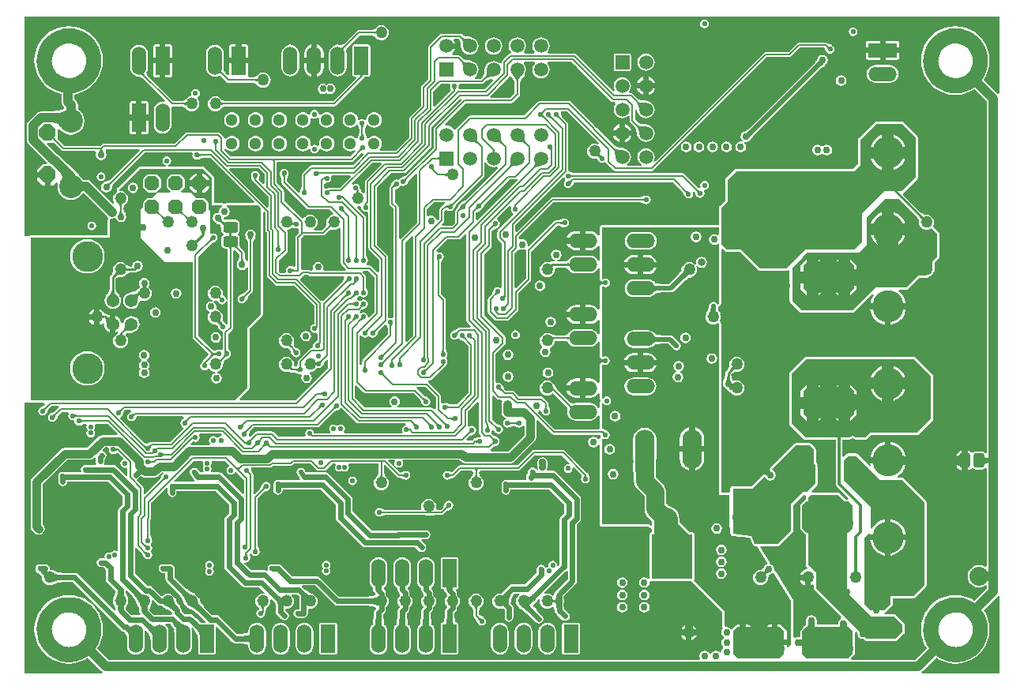
<source format=gbl>
G04 Layer_Physical_Order=4*
G04 Layer_Color=16711680*
%FSLAX25Y25*%
%MOIN*%
G70*
G01*
G75*
%ADD10C,0.06496*%
%ADD11C,0.02000*%
%ADD12C,0.00800*%
G04:AMPARAMS|DCode=59|XSize=50mil|YSize=50mil|CornerRadius=25mil|HoleSize=0mil|Usage=FLASHONLY|Rotation=270.000|XOffset=0mil|YOffset=0mil|HoleType=Round|Shape=RoundedRectangle|*
%AMROUNDEDRECTD59*
21,1,0.05000,0.00000,0,0,270.0*
21,1,0.00000,0.05000,0,0,270.0*
1,1,0.05000,0.00000,0.00000*
1,1,0.05000,0.00000,0.00000*
1,1,0.05000,0.00000,0.00000*
1,1,0.05000,0.00000,0.00000*
%
%ADD59ROUNDEDRECTD59*%
%ADD64C,0.00700*%
%ADD66C,0.10000*%
%ADD67C,0.03000*%
%ADD68C,0.01000*%
%ADD69C,0.02200*%
%ADD70C,0.01200*%
%ADD73C,0.02400*%
%ADD74C,0.05000*%
%ADD76C,0.03500*%
%ADD79C,0.07000*%
%ADD81C,0.04000*%
%ADD82C,0.02500*%
%ADD85C,0.07500*%
%ADD87C,0.00900*%
%ADD97R,0.05905X0.05905*%
%ADD98C,0.05905*%
%ADD99O,0.06000X0.12000*%
%ADD100R,0.06000X0.12000*%
%ADD101R,0.05905X0.05905*%
%ADD102O,0.13000X0.13600*%
%ADD103O,0.12000X0.06000*%
%ADD104O,0.08250X0.16500*%
G04:AMPARAMS|DCode=105|XSize=133mil|YSize=83mil|CornerRadius=0mil|HoleSize=0mil|Usage=FLASHONLY|Rotation=270.000|XOffset=0mil|YOffset=0mil|HoleType=Round|Shape=Octagon|*
%AMOCTAGOND105*
4,1,8,-0.02075,-0.06650,0.02075,-0.06650,0.04150,-0.04575,0.04150,0.04575,0.02075,0.06650,-0.02075,0.06650,-0.04150,0.04575,-0.04150,-0.04575,-0.02075,-0.06650,0.0*
%
%ADD105OCTAGOND105*%

%ADD106P,0.06711X8X22.5*%
%ADD107C,0.13050*%
%ADD108C,0.05400*%
%ADD109C,0.10000*%
%ADD110P,0.07577X8X292.5*%
%ADD111C,0.08000*%
%ADD112R,0.12000X0.06000*%
%ADD113C,0.05039*%
%ADD114C,0.02200*%
%ADD115C,0.03000*%
%ADD116C,0.03200*%
G04:AMPARAMS|DCode=135|XSize=50mil|YSize=50mil|CornerRadius=25mil|HoleSize=0mil|Usage=FLASHONLY|Rotation=0.000|XOffset=0mil|YOffset=0mil|HoleType=Round|Shape=RoundedRectangle|*
%AMROUNDEDRECTD135*
21,1,0.05000,0.00000,0,0,0.0*
21,1,0.00000,0.05000,0,0,0.0*
1,1,0.05000,0.00000,0.00000*
1,1,0.05000,0.00000,0.00000*
1,1,0.05000,0.00000,0.00000*
1,1,0.05000,0.00000,0.00000*
%
%ADD135ROUNDEDRECTD135*%
G04:AMPARAMS|DCode=136|XSize=46mil|YSize=63mil|CornerRadius=11.5mil|HoleSize=0mil|Usage=FLASHONLY|Rotation=270.000|XOffset=0mil|YOffset=0mil|HoleType=Round|Shape=RoundedRectangle|*
%AMROUNDEDRECTD136*
21,1,0.04600,0.04000,0,0,270.0*
21,1,0.02300,0.06300,0,0,270.0*
1,1,0.02300,-0.02000,-0.01150*
1,1,0.02300,-0.02000,0.01150*
1,1,0.02300,0.02000,0.01150*
1,1,0.02300,0.02000,-0.01150*
%
%ADD136ROUNDEDRECTD136*%
G04:AMPARAMS|DCode=137|XSize=46mil|YSize=63mil|CornerRadius=11.5mil|HoleSize=0mil|Usage=FLASHONLY|Rotation=180.000|XOffset=0mil|YOffset=0mil|HoleType=Round|Shape=RoundedRectangle|*
%AMROUNDEDRECTD137*
21,1,0.04600,0.04000,0,0,180.0*
21,1,0.02300,0.06300,0,0,180.0*
1,1,0.02300,-0.01150,0.02000*
1,1,0.02300,0.01150,0.02000*
1,1,0.02300,0.01150,-0.02000*
1,1,0.02300,-0.01150,-0.02000*
%
%ADD137ROUNDEDRECTD137*%
%ADD138C,0.08500*%
G36*
X156354Y132803D02*
X156367Y132704D01*
X156388Y132608D01*
X156417Y132513D01*
X156455Y132421D01*
X156501Y132330D01*
X156556Y132241D01*
X156619Y132154D01*
X156690Y132069D01*
X156770Y131986D01*
X155230D01*
X155310Y132069D01*
X155381Y132154D01*
X155444Y132241D01*
X155499Y132330D01*
X155545Y132421D01*
X155583Y132513D01*
X155612Y132608D01*
X155633Y132704D01*
X155646Y132803D01*
X155650Y132903D01*
X156350D01*
X156354Y132803D01*
D02*
G37*
G36*
X126649Y132783D02*
X126577Y132706D01*
X126513Y132626D01*
X126456Y132543D01*
X126407Y132457D01*
X126366Y132369D01*
X126332Y132278D01*
X126306Y132184D01*
X126288Y132088D01*
X126277Y131988D01*
X126275Y131886D01*
X125186Y132975D01*
X125288Y132977D01*
X125388Y132988D01*
X125484Y133006D01*
X125578Y133032D01*
X125669Y133066D01*
X125758Y133107D01*
X125843Y133156D01*
X125926Y133213D01*
X126006Y133277D01*
X126083Y133349D01*
X126649Y132783D01*
D02*
G37*
G36*
X159678Y132854D02*
X159690Y132752D01*
X159708Y132653D01*
X159734Y132558D01*
X159767Y132466D01*
X159808Y132378D01*
X159856Y132294D01*
X159912Y132212D01*
X159975Y132135D01*
X160045Y132060D01*
X158505D01*
X158575Y132135D01*
X158638Y132212D01*
X158694Y132294D01*
X158742Y132378D01*
X158782Y132466D01*
X158816Y132558D01*
X158842Y132653D01*
X158860Y132752D01*
X158871Y132854D01*
X158875Y132959D01*
X159675D01*
X159678Y132854D01*
D02*
G37*
G36*
X170057Y134706D02*
X170060Y134604D01*
X170079Y134403D01*
X170096Y134305D01*
X170143Y134112D01*
X170175Y134017D01*
X170251Y133832D01*
X170297Y133741D01*
X168828Y134207D01*
X168910Y134254D01*
X168983Y134307D01*
X169047Y134368D01*
X169103Y134435D01*
X169150Y134509D01*
X169189Y134590D01*
X169219Y134678D01*
X169240Y134773D01*
X169253Y134875D01*
X169257Y134983D01*
X170057Y134706D01*
D02*
G37*
G36*
X84385Y133219D02*
X84263Y133092D01*
X84073Y132858D01*
X84005Y132750D01*
X83953Y132648D01*
X83920Y132553D01*
X83904Y132465D01*
X83905Y132383D01*
X83925Y132307D01*
X83961Y132238D01*
X83043Y133573D01*
X83093Y133516D01*
X83152Y133478D01*
X83219Y133461D01*
X83294Y133463D01*
X83378Y133485D01*
X83470Y133526D01*
X83571Y133588D01*
X83680Y133668D01*
X83798Y133769D01*
X83924Y133889D01*
X84385Y133219D01*
D02*
G37*
G36*
X144978Y130654D02*
X144990Y130552D01*
X145008Y130453D01*
X145034Y130358D01*
X145067Y130266D01*
X145108Y130178D01*
X145156Y130094D01*
X145212Y130012D01*
X145274Y129935D01*
X145345Y129860D01*
X143805D01*
X143875Y129935D01*
X143938Y130012D01*
X143993Y130094D01*
X144042Y130178D01*
X144082Y130266D01*
X144116Y130358D01*
X144141Y130453D01*
X144160Y130552D01*
X144171Y130654D01*
X144175Y130760D01*
X144975D01*
X144978Y130654D01*
D02*
G37*
G36*
X170827Y128961D02*
X170755Y128885D01*
X170690Y128806D01*
X170631Y128724D01*
X170578Y128640D01*
X170532Y128552D01*
X170492Y128461D01*
X170457Y128368D01*
X170429Y128271D01*
X170408Y128172D01*
X170392Y128069D01*
X169452Y129289D01*
X169551Y129280D01*
X169648Y129280D01*
X169743Y129288D01*
X169835Y129306D01*
X169925Y129333D01*
X170012Y129370D01*
X170098Y129415D01*
X170181Y129469D01*
X170262Y129533D01*
X170340Y129605D01*
X170827Y128961D01*
D02*
G37*
G36*
X117779Y130854D02*
X117790Y130752D01*
X117808Y130653D01*
X117834Y130558D01*
X117867Y130466D01*
X117908Y130378D01*
X117956Y130294D01*
X118012Y130212D01*
X118075Y130135D01*
X118145Y130060D01*
X116605D01*
X116675Y130135D01*
X116738Y130212D01*
X116794Y130294D01*
X116842Y130378D01*
X116882Y130466D01*
X116916Y130558D01*
X116941Y130653D01*
X116960Y130752D01*
X116971Y130854D01*
X116975Y130959D01*
X117775D01*
X117779Y130854D01*
D02*
G37*
G36*
X152849Y132183D02*
X152777Y132106D01*
X152713Y132026D01*
X152656Y131943D01*
X152607Y131858D01*
X152566Y131769D01*
X152532Y131678D01*
X152506Y131584D01*
X152488Y131488D01*
X152478Y131388D01*
X152475Y131286D01*
X151386Y132375D01*
X151488Y132378D01*
X151587Y132388D01*
X151684Y132406D01*
X151778Y132432D01*
X151869Y132466D01*
X151957Y132507D01*
X152043Y132556D01*
X152126Y132613D01*
X152206Y132677D01*
X152283Y132749D01*
X152849Y132183D01*
D02*
G37*
G36*
X123817Y132594D02*
X123853Y132527D01*
X123907Y132468D01*
X123977Y132417D01*
X124065Y132373D01*
X124170Y132338D01*
X124293Y132310D01*
X124432Y132291D01*
X124589Y132279D01*
X124762Y132275D01*
X124865Y131475D01*
X124693Y131471D01*
X124541Y131459D01*
X124407Y131439D01*
X124293Y131411D01*
X124198Y131376D01*
X124123Y131332D01*
X124066Y131281D01*
X124029Y131221D01*
X124011Y131154D01*
X124012Y131078D01*
X123797Y132669D01*
X123817Y132594D01*
D02*
G37*
G36*
X86501Y134919D02*
X86399Y134896D01*
X86297Y134865D01*
X86196Y134826D01*
X86096Y134780D01*
X85996Y134725D01*
X85896Y134663D01*
X85797Y134594D01*
X85698Y134516D01*
X85503Y134337D01*
X84934Y134900D01*
X85007Y134979D01*
X85070Y135059D01*
X85124Y135142D01*
X85167Y135227D01*
X85201Y135314D01*
X85225Y135403D01*
X85239Y135493D01*
X85244Y135586D01*
X85238Y135680D01*
X85223Y135777D01*
X86501Y134919D01*
D02*
G37*
G36*
X164400Y185825D02*
X165029Y185400D01*
Y143843D01*
X162243Y141057D01*
X161596Y141325D01*
Y183210D01*
X164231Y185844D01*
X164400Y185825D01*
D02*
G37*
G36*
X126026Y140482D02*
X125955Y140405D01*
X125891Y140324D01*
X125835Y140242D01*
X125788Y140156D01*
X125749Y140067D01*
X125717Y139975D01*
X125694Y139881D01*
X125679Y139783D01*
X125672Y139683D01*
X125673Y139580D01*
X124629Y140624D01*
X124733Y140623D01*
X124833Y140630D01*
X124930Y140645D01*
X125025Y140668D01*
X125116Y140699D01*
X125205Y140738D01*
X125291Y140786D01*
X125374Y140841D01*
X125454Y140905D01*
X125531Y140977D01*
X126026Y140482D01*
D02*
G37*
G36*
X223267Y143354D02*
X223330Y143288D01*
X223409Y143229D01*
X223503Y143178D01*
X223613Y143135D01*
X223738Y143100D01*
X223879Y143073D01*
X224034Y143053D01*
X224206Y143042D01*
X224393Y143038D01*
X224774Y142238D01*
X224597Y142234D01*
X224443Y142222D01*
X224311Y142202D01*
X224203Y142174D01*
X224118Y142138D01*
X224056Y142093D01*
X224017Y142041D01*
X224001Y141981D01*
X224007Y141913D01*
X224037Y141837D01*
X223219Y143429D01*
X223267Y143354D01*
D02*
G37*
G36*
X186649Y143607D02*
X186656Y143508D01*
X186670Y143412D01*
X186693Y143319D01*
X186724Y143228D01*
X186763Y143140D01*
X186810Y143054D01*
X186866Y142971D01*
X186930Y142891D01*
X187002Y142813D01*
X186406Y142278D01*
X186329Y142350D01*
X186250Y142414D01*
X186167Y142472D01*
X186082Y142522D01*
X185993Y142566D01*
X185902Y142602D01*
X185808Y142631D01*
X185711Y142653D01*
X185611Y142668D01*
X185509Y142676D01*
X186652Y143708D01*
X186649Y143607D01*
D02*
G37*
G36*
X230746Y141841D02*
X230737Y141917D01*
X230710Y141984D01*
X230665Y142043D01*
X230603Y142095D01*
X230522Y142139D01*
X230424Y142174D01*
X230307Y142202D01*
X230173Y142222D01*
X230021Y142234D01*
X229851Y142238D01*
Y143038D01*
X230021Y143042D01*
X230173Y143054D01*
X230307Y143073D01*
X230424Y143101D01*
X230522Y143137D01*
X230603Y143181D01*
X230665Y143232D01*
X230710Y143292D01*
X230737Y143359D01*
X230746Y143434D01*
Y141841D01*
D02*
G37*
G36*
X80316Y136658D02*
X80436Y136562D01*
X80560Y136477D01*
X80690Y136404D01*
X80824Y136341D01*
X80963Y136291D01*
X81107Y136251D01*
X81255Y136223D01*
X81408Y136206D01*
X81523Y136202D01*
X81588Y136204D01*
X81690Y136216D01*
X81788Y136236D01*
X81881Y136263D01*
X81970Y136299D01*
X82054Y136342D01*
X82134Y136394D01*
X82210Y136453D01*
X82281Y136520D01*
X82348Y136595D01*
X82488Y135062D01*
X82407Y135126D01*
X82323Y135184D01*
X82237Y135234D01*
X82148Y135278D01*
X82057Y135315D01*
X81963Y135346D01*
X81866Y135370D01*
X81767Y135387D01*
X81665Y135397D01*
X81563Y135400D01*
X81408Y135394D01*
X81255Y135377D01*
X81107Y135349D01*
X80963Y135310D01*
X80824Y135259D01*
X80690Y135196D01*
X80560Y135123D01*
X80436Y135038D01*
X80316Y134942D01*
X80200Y134834D01*
X79469Y135234D01*
X79571Y135347D01*
X79650Y135461D01*
X79706Y135574D01*
X79740Y135687D01*
X79751Y135800D01*
X79740Y135913D01*
X79706Y136026D01*
X79650Y136139D01*
X79571Y136252D01*
X79469Y136366D01*
X80200Y136766D01*
X80316Y136658D01*
D02*
G37*
G36*
X152849Y135383D02*
X152777Y135306D01*
X152713Y135226D01*
X152656Y135143D01*
X152607Y135057D01*
X152566Y134969D01*
X152532Y134878D01*
X152506Y134784D01*
X152488Y134687D01*
X152478Y134588D01*
X152475Y134486D01*
X151386Y135575D01*
X151488Y135577D01*
X151587Y135588D01*
X151684Y135606D01*
X151778Y135632D01*
X151869Y135666D01*
X151957Y135707D01*
X152043Y135756D01*
X152126Y135813D01*
X152206Y135877D01*
X152283Y135949D01*
X152849Y135383D01*
D02*
G37*
G36*
X86204Y137645D02*
X86217Y137544D01*
X86239Y137452D01*
X86269Y137368D01*
X86307Y137293D01*
X86354Y137227D01*
X86410Y137170D01*
X86474Y137121D01*
X86547Y137081D01*
X86629Y137050D01*
X85266Y136376D01*
X85292Y136452D01*
X85334Y136613D01*
X85352Y136699D01*
X85379Y136882D01*
X85395Y137080D01*
X85400Y137293D01*
X86200Y137755D01*
X86204Y137645D01*
D02*
G37*
G36*
X102729Y195457D02*
Y188200D01*
X102811Y187790D01*
X103043Y187443D01*
X103229Y187257D01*
Y169100D01*
X103311Y168690D01*
X103543Y168343D01*
X106743Y165143D01*
X106743Y165143D01*
X107090Y164911D01*
X107500Y164829D01*
X114757D01*
X123329Y156257D01*
Y148469D01*
X123267Y148409D01*
X122698Y148296D01*
X122102Y147898D01*
X121704Y147302D01*
X121565Y146600D01*
X121704Y145898D01*
X122102Y145302D01*
X122698Y144904D01*
X123400Y144765D01*
X124029Y144890D01*
X124167Y144861D01*
X124729Y144482D01*
Y142335D01*
X124718Y142242D01*
X124629Y141643D01*
X124440Y141606D01*
X124250Y141570D01*
X124245Y141567D01*
X124239Y141566D01*
X124079Y141458D01*
X123917Y141353D01*
X123913Y141348D01*
X123909Y141345D01*
X123801Y141184D01*
X123787Y141164D01*
X123277Y140823D01*
X122879Y140227D01*
X122740Y139525D01*
X122820Y139122D01*
X122370Y138422D01*
X122000D01*
X122000Y138422D01*
X121571Y138336D01*
X121207Y138093D01*
X116582Y133468D01*
X116339Y133104D01*
X116253Y132675D01*
X116253Y132675D01*
Y131680D01*
X116153Y131529D01*
X116047Y131382D01*
X116043Y131365D01*
X116033Y131350D01*
X115997Y131172D01*
X115956Y130995D01*
X115953Y130927D01*
X115951Y130901D01*
X115947Y130882D01*
X115943Y130867D01*
X115940Y130859D01*
X115837Y130824D01*
X115742Y130795D01*
X115255Y130668D01*
X115040Y130809D01*
X114738Y131084D01*
X114802Y131575D01*
X114692Y132410D01*
X114370Y133189D01*
X113857Y133857D01*
X113189Y134370D01*
X112410Y134692D01*
X111575Y134802D01*
X110739Y134692D01*
X109961Y134370D01*
X109292Y133857D01*
X108780Y133189D01*
X108457Y132410D01*
X108347Y131575D01*
X108457Y130739D01*
X108780Y129961D01*
X109292Y129293D01*
X109961Y128780D01*
X110739Y128457D01*
X111575Y128347D01*
X112309Y128444D01*
X112324Y128434D01*
X112453Y128409D01*
X112578Y128366D01*
X112647Y128370D01*
X112714Y128357D01*
X112767Y128367D01*
X112792Y128347D01*
X112886Y128256D01*
X113045Y128155D01*
X113202Y128050D01*
X113212Y128048D01*
X113221Y128042D01*
X113407Y128009D01*
X113592Y127972D01*
X113602Y127974D01*
X113613Y127973D01*
X113797Y128013D01*
X113982Y128050D01*
X113991Y128056D01*
X114002Y128058D01*
X114137Y128153D01*
X114970D01*
X115120Y128053D01*
X115267Y127947D01*
X115285Y127943D01*
X115300Y127933D01*
X115478Y127897D01*
X115654Y127856D01*
X115723Y127853D01*
X115749Y127851D01*
X115768Y127847D01*
X115783Y127843D01*
X115795Y127839D01*
X115805Y127834D01*
X115816Y127828D01*
X115828Y127819D01*
X115843Y127807D01*
X115888Y127764D01*
X116045Y127666D01*
X116199Y127563D01*
X116213Y127560D01*
X116225Y127552D01*
X116408Y127521D01*
X116589Y127485D01*
X116603Y127488D01*
X116617Y127486D01*
X116798Y127527D01*
X116867Y127541D01*
X117375Y127439D01*
X117672Y127499D01*
X118093Y126869D01*
X118002Y126733D01*
X117832Y125875D01*
X118002Y125016D01*
X118489Y124289D01*
X119216Y123802D01*
X120075Y123632D01*
X120933Y123802D01*
X121661Y124289D01*
X122147Y125016D01*
X122318Y125875D01*
X122147Y126733D01*
X121661Y127461D01*
X121346Y127671D01*
X121562Y128310D01*
X121591Y128349D01*
X122410Y128457D01*
X123189Y128780D01*
X123857Y129293D01*
X124370Y129961D01*
X124457Y130171D01*
X124466Y130177D01*
X124473Y130179D01*
X125175Y130040D01*
X125877Y130179D01*
X126472Y130577D01*
X126760Y131007D01*
X126819Y131047D01*
X126976Y131145D01*
X126984Y131157D01*
X126996Y131165D01*
X127099Y131319D01*
X127206Y131470D01*
X127209Y131484D01*
X127217Y131496D01*
X127253Y131677D01*
X127294Y131858D01*
X127296Y131921D01*
X127298Y131939D01*
X127300Y131954D01*
X127304Y131966D01*
X127308Y131977D01*
X127313Y131988D01*
X127321Y132001D01*
X127332Y132018D01*
X127348Y132038D01*
X127395Y132088D01*
X127490Y132242D01*
X127591Y132393D01*
X127594Y132411D01*
X127604Y132426D01*
X127633Y132605D01*
X127668Y132782D01*
X128547Y133661D01*
X129194Y133393D01*
Y130195D01*
X115296Y116296D01*
X91980D01*
X91712Y116943D01*
X95603Y120834D01*
X95824Y121165D01*
X95902Y121555D01*
Y146527D01*
X101312Y151936D01*
X101532Y152267D01*
X101610Y152657D01*
Y195661D01*
X102257Y195929D01*
X102729Y195457D01*
D02*
G37*
G36*
X177979Y137254D02*
X177990Y137152D01*
X178008Y137053D01*
X178034Y136958D01*
X178067Y136866D01*
X178108Y136778D01*
X178156Y136694D01*
X178212Y136612D01*
X178275Y136535D01*
X178345Y136460D01*
X176805D01*
X176875Y136535D01*
X176938Y136612D01*
X176994Y136694D01*
X177042Y136778D01*
X177082Y136866D01*
X177116Y136958D01*
X177141Y137053D01*
X177160Y137152D01*
X177171Y137254D01*
X177175Y137359D01*
X177975D01*
X177979Y137254D01*
D02*
G37*
G36*
X42149Y111983D02*
X42077Y111906D01*
X42013Y111826D01*
X41956Y111743D01*
X41907Y111658D01*
X41866Y111569D01*
X41832Y111478D01*
X41806Y111384D01*
X41788Y111287D01*
X41778Y111188D01*
X41775Y111086D01*
X40686Y112175D01*
X40788Y112178D01*
X40887Y112188D01*
X40984Y112206D01*
X41078Y112232D01*
X41169Y112266D01*
X41258Y112307D01*
X41343Y112356D01*
X41426Y112413D01*
X41506Y112477D01*
X41583Y112549D01*
X42149Y111983D01*
D02*
G37*
G36*
X47677Y110312D02*
X47606Y110235D01*
X47541Y110155D01*
X47483Y110073D01*
X47432Y109988D01*
X47388Y109900D01*
X47351Y109809D01*
X47321Y109714D01*
X47298Y109618D01*
X47282Y109518D01*
X47273Y109415D01*
X46257Y110572D01*
X46358Y110568D01*
X46456Y110573D01*
X46552Y110587D01*
X46645Y110609D01*
X46736Y110639D01*
X46824Y110678D01*
X46909Y110725D01*
X46992Y110780D01*
X47073Y110844D01*
X47151Y110916D01*
X47677Y110312D01*
D02*
G37*
G36*
X10149Y112683D02*
X10077Y112606D01*
X10013Y112526D01*
X9956Y112443D01*
X9907Y112357D01*
X9866Y112269D01*
X9832Y112178D01*
X9806Y112084D01*
X9788Y111987D01*
X9777Y111888D01*
X9775Y111786D01*
X8686Y112875D01*
X8788Y112878D01*
X8888Y112888D01*
X8984Y112906D01*
X9078Y112932D01*
X9169Y112966D01*
X9258Y113007D01*
X9343Y113056D01*
X9426Y113113D01*
X9506Y113177D01*
X9583Y113249D01*
X10149Y112683D01*
D02*
G37*
G36*
X144182Y119682D02*
X144182Y119682D01*
X144546Y119439D01*
X144975Y119353D01*
X144975Y119353D01*
X165310D01*
X167881Y116782D01*
X167917Y116605D01*
X167946Y116426D01*
X167955Y116411D01*
X167959Y116393D01*
X168059Y116242D01*
X168155Y116088D01*
X168201Y116038D01*
X168218Y116018D01*
X168229Y116001D01*
X168237Y115988D01*
X168242Y115977D01*
X168246Y115966D01*
X168249Y115954D01*
X168252Y115939D01*
X168254Y115920D01*
X168256Y115858D01*
X168297Y115677D01*
X168333Y115496D01*
X168341Y115484D01*
X168344Y115470D01*
X168451Y115319D01*
X168554Y115165D01*
X168566Y115157D01*
X168574Y115145D01*
X168731Y115047D01*
X168790Y115007D01*
X169077Y114577D01*
X169673Y114179D01*
X170375Y114040D01*
X171077Y114179D01*
X171672Y114577D01*
X172070Y115173D01*
X172210Y115875D01*
X172070Y116577D01*
X171672Y117173D01*
X171242Y117460D01*
X171203Y117519D01*
X171104Y117676D01*
X171093Y117684D01*
X171085Y117696D01*
X170931Y117799D01*
X170780Y117906D01*
X170766Y117909D01*
X170754Y117917D01*
X170572Y117953D01*
X170392Y117994D01*
X170329Y117996D01*
X170310Y117998D01*
X170296Y118000D01*
X170284Y118004D01*
X170273Y118008D01*
X170262Y118013D01*
X170248Y118021D01*
X170232Y118032D01*
X170212Y118048D01*
X170162Y118095D01*
X170007Y118190D01*
X169857Y118291D01*
X169839Y118294D01*
X169823Y118304D01*
X169644Y118333D01*
X169467Y118368D01*
X166568Y121268D01*
X166440Y121353D01*
X166652Y122053D01*
X170110D01*
X174553Y117610D01*
Y112872D01*
X173853Y112583D01*
X173468Y112968D01*
X173104Y113211D01*
X172675Y113296D01*
X172675Y113296D01*
X158536D01*
X158323Y113996D01*
X158761Y114289D01*
X159247Y115016D01*
X159418Y115875D01*
X159247Y116733D01*
X158761Y117461D01*
X158033Y117947D01*
X157175Y118118D01*
X156316Y117947D01*
X155589Y117461D01*
X155102Y116733D01*
X154932Y115875D01*
X155102Y115016D01*
X155589Y114289D01*
X156026Y113996D01*
X155814Y113296D01*
X144539D01*
X140462Y117373D01*
Y122411D01*
X141162Y122701D01*
X144182Y119682D01*
D02*
G37*
G36*
X221378Y113354D02*
X221390Y113252D01*
X221408Y113153D01*
X221434Y113058D01*
X221467Y112967D01*
X221508Y112878D01*
X221556Y112794D01*
X221612Y112712D01*
X221674Y112635D01*
X221745Y112560D01*
X220205D01*
X220275Y112635D01*
X220338Y112712D01*
X220393Y112794D01*
X220442Y112878D01*
X220482Y112967D01*
X220516Y113058D01*
X220542Y113153D01*
X220560Y113252D01*
X220571Y113354D01*
X220575Y113460D01*
X221375D01*
X221378Y113354D01*
D02*
G37*
G36*
X69965Y107870D02*
X69895Y107794D01*
X69836Y107714D01*
X69787Y107631D01*
X69748Y107545D01*
X69720Y107457D01*
X69702Y107365D01*
X69695Y107270D01*
X69698Y107173D01*
X69711Y107072D01*
X69735Y106968D01*
X68403Y107741D01*
X68519Y107773D01*
X68736Y107848D01*
X68837Y107891D01*
X69022Y107988D01*
X69107Y108042D01*
X69187Y108099D01*
X69261Y108160D01*
X69330Y108225D01*
X69965Y107870D01*
D02*
G37*
G36*
X24744Y108265D02*
X24829Y108194D01*
X24916Y108131D01*
X25005Y108076D01*
X25095Y108030D01*
X25188Y107992D01*
X25283Y107963D01*
X25379Y107942D01*
X25477Y107929D01*
X25578Y107925D01*
Y107225D01*
X25477Y107221D01*
X25379Y107208D01*
X25283Y107187D01*
X25188Y107158D01*
X25095Y107120D01*
X25005Y107074D01*
X24916Y107019D01*
X24829Y106956D01*
X24744Y106885D01*
X24660Y106805D01*
Y108345D01*
X24744Y108265D01*
D02*
G37*
G36*
X181989Y107805D02*
X181915Y107875D01*
X181837Y107938D01*
X181756Y107993D01*
X181671Y108042D01*
X181583Y108082D01*
X181491Y108116D01*
X181396Y108142D01*
X181298Y108160D01*
X181196Y108171D01*
X181090Y108175D01*
Y108975D01*
X181196Y108978D01*
X181298Y108990D01*
X181396Y109008D01*
X181491Y109034D01*
X181583Y109067D01*
X181671Y109108D01*
X181756Y109156D01*
X181837Y109212D01*
X181915Y109274D01*
X181989Y109345D01*
Y107805D01*
D02*
G37*
G36*
X14249Y109983D02*
X14177Y109906D01*
X14112Y109826D01*
X14056Y109743D01*
X14007Y109658D01*
X13966Y109569D01*
X13932Y109478D01*
X13906Y109384D01*
X13888Y109288D01*
X13878Y109188D01*
X13875Y109086D01*
X12786Y110175D01*
X12888Y110178D01*
X12988Y110188D01*
X13084Y110206D01*
X13178Y110232D01*
X13269Y110266D01*
X13358Y110307D01*
X13443Y110356D01*
X13526Y110413D01*
X13606Y110477D01*
X13683Y110549D01*
X14249Y109983D01*
D02*
G37*
G36*
X22079Y110539D02*
X22171Y110473D01*
X22265Y110415D01*
X22359Y110365D01*
X22453Y110322D01*
X22549Y110287D01*
X22645Y110260D01*
X22742Y110240D01*
X22840Y110229D01*
X22939Y110225D01*
X23006Y109525D01*
X22904Y109520D01*
X22806Y109507D01*
X22710Y109485D01*
X22618Y109453D01*
X22528Y109413D01*
X22442Y109364D01*
X22359Y109307D01*
X22279Y109240D01*
X22201Y109164D01*
X22127Y109079D01*
X21987Y110613D01*
X22079Y110539D01*
D02*
G37*
G36*
X132664Y112975D02*
X132562Y112972D01*
X132462Y112962D01*
X132365Y112943D01*
X132272Y112917D01*
X132180Y112884D01*
X132092Y112843D01*
X132007Y112794D01*
X131924Y112737D01*
X131844Y112673D01*
X131766Y112601D01*
X131201Y113166D01*
X131273Y113244D01*
X131337Y113324D01*
X131394Y113407D01*
X131443Y113492D01*
X131484Y113580D01*
X131518Y113672D01*
X131543Y113765D01*
X131562Y113862D01*
X131572Y113962D01*
X131575Y114064D01*
X132664Y112975D01*
D02*
G37*
G36*
X202003Y121887D02*
X202013Y121787D01*
X202031Y121691D01*
X202057Y121597D01*
X202091Y121506D01*
X202132Y121417D01*
X202181Y121332D01*
X202238Y121249D01*
X202302Y121169D01*
X202374Y121092D01*
X201808Y120526D01*
X201731Y120598D01*
X201651Y120662D01*
X201568Y120719D01*
X201483Y120768D01*
X201394Y120809D01*
X201303Y120843D01*
X201209Y120869D01*
X201113Y120887D01*
X201013Y120897D01*
X200911Y120900D01*
X202000Y121989D01*
X202003Y121887D01*
D02*
G37*
G36*
X224008Y121977D02*
X224015Y121888D01*
X224036Y121795D01*
X224070Y121698D01*
X224118Y121597D01*
X224180Y121492D01*
X224256Y121382D01*
X224345Y121269D01*
X224448Y121152D01*
X224565Y121030D01*
X224403Y120202D01*
X224289Y120311D01*
X224186Y120399D01*
X224093Y120467D01*
X224011Y120514D01*
X223939Y120541D01*
X223878Y120547D01*
X223827Y120533D01*
X223786Y120499D01*
X223757Y120444D01*
X223737Y120368D01*
X224015Y122061D01*
X224008Y121977D01*
D02*
G37*
G36*
X152478Y128062D02*
X152488Y127962D01*
X152506Y127865D01*
X152532Y127771D01*
X152566Y127680D01*
X152607Y127592D01*
X152656Y127506D01*
X152713Y127424D01*
X152777Y127344D01*
X152849Y127266D01*
X152283Y126701D01*
X152206Y126773D01*
X152126Y126837D01*
X152043Y126894D01*
X151957Y126943D01*
X151869Y126984D01*
X151778Y127017D01*
X151684Y127043D01*
X151587Y127062D01*
X151488Y127072D01*
X151386Y127075D01*
X152475Y128164D01*
X152478Y128062D01*
D02*
G37*
G36*
X113733Y130382D02*
X113710Y130322D01*
X113704Y130253D01*
X113716Y130177D01*
X113746Y130093D01*
X113793Y130001D01*
X113858Y129902D01*
X113940Y129795D01*
X114040Y129680D01*
X114158Y129558D01*
X113592Y128992D01*
X113470Y129109D01*
X113248Y129292D01*
X113148Y129356D01*
X113057Y129404D01*
X112973Y129433D01*
X112897Y129445D01*
X112828Y129440D01*
X112767Y129417D01*
X112714Y129376D01*
X113773Y130436D01*
X113733Y130382D01*
D02*
G37*
G36*
X116589Y128505D02*
X116515Y128575D01*
X116437Y128638D01*
X116356Y128693D01*
X116271Y128742D01*
X116183Y128782D01*
X116092Y128816D01*
X115996Y128841D01*
X115898Y128860D01*
X115796Y128871D01*
X115690Y128875D01*
Y129675D01*
X115796Y129678D01*
X115898Y129690D01*
X115996Y129708D01*
X116092Y129734D01*
X116183Y129767D01*
X116271Y129808D01*
X116356Y129856D01*
X116437Y129912D01*
X116515Y129974D01*
X116589Y130045D01*
Y128505D01*
D02*
G37*
G36*
X126564Y113375D02*
X126462Y113372D01*
X126362Y113362D01*
X126265Y113343D01*
X126172Y113318D01*
X126080Y113284D01*
X125992Y113243D01*
X125907Y113194D01*
X125824Y113137D01*
X125744Y113073D01*
X125666Y113001D01*
X125101Y113566D01*
X125173Y113644D01*
X125237Y113724D01*
X125294Y113806D01*
X125343Y113892D01*
X125384Y113980D01*
X125417Y114072D01*
X125443Y114165D01*
X125462Y114262D01*
X125472Y114362D01*
X125475Y114464D01*
X126564Y113375D01*
D02*
G37*
G36*
X179135Y114174D02*
X179212Y114112D01*
X179294Y114056D01*
X179378Y114008D01*
X179466Y113967D01*
X179558Y113934D01*
X179653Y113908D01*
X179752Y113890D01*
X179854Y113879D01*
X179959Y113875D01*
Y113075D01*
X179854Y113071D01*
X179752Y113060D01*
X179653Y113041D01*
X179558Y113016D01*
X179466Y112982D01*
X179378Y112942D01*
X179294Y112893D01*
X179212Y112838D01*
X179135Y112775D01*
X179060Y112705D01*
Y114245D01*
X179135Y114174D01*
D02*
G37*
G36*
X231346Y114254D02*
X231446Y114169D01*
X231539Y114100D01*
X231627Y114047D01*
X231708Y114009D01*
X231784Y113988D01*
X231853Y113982D01*
X231916Y113993D01*
X231974Y114018D01*
X232025Y114060D01*
X231055Y113060D01*
X231095Y113113D01*
X231120Y113172D01*
X231129Y113236D01*
X231122Y113307D01*
X231099Y113383D01*
X231061Y113465D01*
X231007Y113554D01*
X230937Y113648D01*
X230852Y113748D01*
X230751Y113854D01*
X231241Y114354D01*
X231346Y114254D01*
D02*
G37*
G36*
X126889Y118405D02*
X126815Y118475D01*
X126737Y118538D01*
X126656Y118594D01*
X126571Y118642D01*
X126483Y118682D01*
X126391Y118716D01*
X126296Y118742D01*
X126198Y118760D01*
X126096Y118771D01*
X125990Y118775D01*
Y119575D01*
X126096Y119579D01*
X126198Y119590D01*
X126296Y119608D01*
X126391Y119634D01*
X126483Y119667D01*
X126571Y119708D01*
X126656Y119756D01*
X126737Y119812D01*
X126815Y119875D01*
X126889Y119945D01*
Y118405D01*
D02*
G37*
G36*
X169544Y117277D02*
X169624Y117213D01*
X169706Y117156D01*
X169792Y117107D01*
X169880Y117066D01*
X169972Y117032D01*
X170065Y117006D01*
X170162Y116988D01*
X170262Y116978D01*
X170364Y116975D01*
X169275Y115886D01*
X169272Y115988D01*
X169262Y116087D01*
X169243Y116184D01*
X169218Y116278D01*
X169184Y116369D01*
X169143Y116457D01*
X169094Y116543D01*
X169037Y116626D01*
X168973Y116706D01*
X168901Y116783D01*
X169466Y117349D01*
X169544Y117277D01*
D02*
G37*
G36*
X189756Y143662D02*
X189767Y143562D01*
X189785Y143465D01*
X189811Y143371D01*
X189844Y143280D01*
X189886Y143192D01*
X189935Y143106D01*
X189991Y143024D01*
X190056Y142944D01*
X190128Y142866D01*
X189562Y142301D01*
X189485Y142373D01*
X189405Y142437D01*
X189322Y142494D01*
X189236Y142543D01*
X189148Y142584D01*
X189057Y142617D01*
X188963Y142643D01*
X188866Y142662D01*
X188767Y142672D01*
X188664Y142675D01*
X189753Y143764D01*
X189756Y143662D01*
D02*
G37*
G36*
X137864Y166475D02*
X137762Y166472D01*
X137662Y166462D01*
X137565Y166443D01*
X137471Y166418D01*
X137380Y166384D01*
X137292Y166343D01*
X137206Y166294D01*
X137124Y166237D01*
X137044Y166173D01*
X136966Y166101D01*
X136401Y166666D01*
X136473Y166744D01*
X136537Y166824D01*
X136594Y166906D01*
X136643Y166992D01*
X136684Y167080D01*
X136717Y167172D01*
X136743Y167265D01*
X136762Y167362D01*
X136772Y167462D01*
X136775Y167564D01*
X137864Y166475D01*
D02*
G37*
G36*
X141436Y166576D02*
X141364Y166541D01*
X141217Y166456D01*
X141143Y166408D01*
X140994Y166297D01*
X140842Y166169D01*
X140689Y166023D01*
X139800Y166266D01*
X139875Y166347D01*
X139937Y166427D01*
X139988Y166508D01*
X140026Y166588D01*
X140051Y166669D01*
X140065Y166749D01*
X140067Y166830D01*
X140056Y166910D01*
X140033Y166990D01*
X139997Y167070D01*
X141436Y166576D01*
D02*
G37*
G36*
X114069Y171890D02*
X114154Y171819D01*
X114241Y171756D01*
X114330Y171701D01*
X114421Y171655D01*
X114513Y171617D01*
X114608Y171588D01*
X114704Y171567D01*
X114803Y171554D01*
X114903Y171550D01*
Y170850D01*
X114803Y170846D01*
X114704Y170833D01*
X114608Y170812D01*
X114513Y170783D01*
X114421Y170745D01*
X114330Y170699D01*
X114241Y170644D01*
X114154Y170581D01*
X114069Y170510D01*
X113986Y170430D01*
Y171970D01*
X114069Y171890D01*
D02*
G37*
G36*
X376875Y227475D02*
Y217275D01*
Y210375D01*
X371175Y204675D01*
X363775D01*
X354275Y195175D01*
Y183075D01*
X351175Y179975D01*
X330375Y179975D01*
X322375Y171975D01*
X311275D01*
X303275Y179975D01*
X297375D01*
X294975Y182375D01*
Y196175D01*
X294962Y197742D01*
X297575Y200354D01*
Y209275D01*
X301255Y212955D01*
X344266D01*
X344656Y213033D01*
X344719Y213075D01*
X350975D01*
X353775Y215875D01*
Y225975D01*
X353675Y226375D01*
X360375Y233075D01*
X371275D01*
X376875Y227475D01*
D02*
G37*
G36*
X143058Y197968D02*
X143040Y197875D01*
X143179Y197172D01*
X143577Y196577D01*
X144173Y196179D01*
X144875Y196039D01*
X145429Y196150D01*
X146129Y195771D01*
Y180650D01*
X146211Y180240D01*
X146443Y179893D01*
X150594Y175742D01*
Y170732D01*
X149894Y170442D01*
X147368Y172968D01*
X147004Y173211D01*
X146575Y173296D01*
X146575Y173296D01*
X145614D01*
X145408Y173877D01*
X145385Y173996D01*
X145770Y174573D01*
X145910Y175275D01*
X145770Y175977D01*
X145761Y175991D01*
X145763Y176006D01*
X145788Y176187D01*
X145784Y176203D01*
X145786Y176220D01*
X145734Y176395D01*
X145687Y176572D01*
X145677Y176585D01*
X145673Y176601D01*
X145558Y176743D01*
X145447Y176889D01*
X145406Y176927D01*
X145402Y176931D01*
X145401Y176934D01*
X145398Y176945D01*
X145396Y176964D01*
X145394Y177031D01*
X145386Y177061D01*
X145389Y177093D01*
X145341Y177254D01*
X145302Y177418D01*
X145283Y177443D01*
X145274Y177473D01*
X145167Y177604D01*
X145096Y177702D01*
Y193475D01*
X145096Y193475D01*
X145011Y193904D01*
X144768Y194268D01*
X144768Y194268D01*
X141367Y197669D01*
X141499Y198099D01*
X141666Y198359D01*
X142410Y198457D01*
X142445Y198471D01*
X143058Y197968D01*
D02*
G37*
G36*
X137847Y160475D02*
X137744Y160472D01*
X137645Y160462D01*
X137548Y160443D01*
X137454Y160417D01*
X137363Y160384D01*
X137275Y160343D01*
X137189Y160294D01*
X137106Y160237D01*
X137026Y160173D01*
X136949Y160101D01*
X136383Y160666D01*
X136456Y160744D01*
X136520Y160824D01*
X136576Y160907D01*
X136625Y160992D01*
X136667Y161080D01*
X136700Y161171D01*
X136726Y161265D01*
X136744Y161362D01*
X136755Y161462D01*
X136758Y161564D01*
X137847Y160475D01*
D02*
G37*
G36*
X140959Y160475D02*
X140856Y160471D01*
X140757Y160459D01*
X140660Y160440D01*
X140566Y160414D01*
X140475Y160380D01*
X140387Y160338D01*
X140301Y160289D01*
X140218Y160232D01*
X140138Y160168D01*
X140061Y160096D01*
X139489Y160654D01*
X139561Y160732D01*
X139625Y160812D01*
X139681Y160895D01*
X139730Y160980D01*
X139771Y161069D01*
X139804Y161160D01*
X139829Y161254D01*
X139847Y161350D01*
X139856Y161450D01*
X139858Y161552D01*
X140959Y160475D01*
D02*
G37*
G36*
X200764Y161175D02*
X200662Y161172D01*
X200562Y161162D01*
X200465Y161143D01*
X200372Y161117D01*
X200280Y161084D01*
X200192Y161043D01*
X200107Y160994D01*
X200024Y160937D01*
X199944Y160873D01*
X199866Y160801D01*
X199301Y161366D01*
X199373Y161444D01*
X199437Y161524D01*
X199494Y161607D01*
X199543Y161692D01*
X199584Y161780D01*
X199618Y161872D01*
X199643Y161965D01*
X199662Y162062D01*
X199672Y162162D01*
X199675Y162264D01*
X200764Y161175D01*
D02*
G37*
G36*
X370044Y201375D02*
X377764Y193655D01*
X377800Y193475D01*
X377833Y193290D01*
X377839Y193281D01*
X377841Y193269D01*
X377945Y193113D01*
X378046Y192955D01*
X378182Y192813D01*
X378273Y192707D01*
X378276Y192703D01*
X378269Y192615D01*
X378243Y192481D01*
X378255Y192419D01*
X378251Y192355D01*
X378294Y192225D01*
X378320Y192091D01*
X378356Y192038D01*
X378376Y191977D01*
X378397Y191953D01*
X378347Y191575D01*
X378457Y190739D01*
X378780Y189961D01*
X379292Y189293D01*
X379961Y188780D01*
X380739Y188457D01*
X381575Y188347D01*
X382410Y188457D01*
X383189Y188780D01*
X383687Y189162D01*
X386075Y186775D01*
X386075Y177075D01*
X384075Y175075D01*
Y171575D01*
X381575D01*
Y169075D01*
X378075D01*
X373075Y164075D01*
X360075Y164075D01*
X356475Y160475D01*
X350275Y154275D01*
X328875Y154275D01*
X324875Y158275D01*
Y164458D01*
X324918Y164675D01*
X324875Y164892D01*
Y172275D01*
X329275Y176675D01*
X331175Y178575D01*
X353175D01*
X356275Y181675D01*
Y193475D01*
X360475Y197675D01*
X364175Y201375D01*
X370044Y201375D01*
D02*
G37*
G36*
X144454Y163203D02*
X144467Y163104D01*
X144488Y163008D01*
X144517Y162913D01*
X144555Y162821D01*
X144601Y162730D01*
X144656Y162641D01*
X144719Y162554D01*
X144790Y162469D01*
X144870Y162386D01*
X143330D01*
X143410Y162469D01*
X143481Y162554D01*
X143544Y162641D01*
X143599Y162730D01*
X143645Y162821D01*
X143683Y162913D01*
X143712Y163008D01*
X143733Y163104D01*
X143746Y163203D01*
X143750Y163303D01*
X144450D01*
X144454Y163203D01*
D02*
G37*
G36*
X230819Y172704D02*
X230806Y172798D01*
X230771Y172882D01*
X230712Y172957D01*
X230631Y173021D01*
X230527Y173076D01*
X230400Y173121D01*
X230251Y173155D01*
X230078Y173180D01*
X229883Y173195D01*
X229665Y173200D01*
X229657Y174200D01*
X229874Y174205D01*
X230068Y174220D01*
X230240Y174245D01*
X230388Y174279D01*
X230513Y174324D01*
X230615Y174379D01*
X230695Y174443D01*
X230751Y174518D01*
X230784Y174602D01*
X230794Y174697D01*
X230819Y172704D01*
D02*
G37*
G36*
X212593Y179777D02*
X212553Y179575D01*
X212553Y179575D01*
Y167939D01*
X208468Y163854D01*
X207821Y164122D01*
Y178435D01*
X209193Y179807D01*
X209193Y179807D01*
X209245Y179885D01*
X210018Y180135D01*
X210141Y180128D01*
X210142Y180128D01*
X211000Y179957D01*
X211858Y180128D01*
X212012Y180230D01*
X212593Y179777D01*
D02*
G37*
G36*
X141361Y176854D02*
X141372Y176752D01*
X141391Y176653D01*
X141417Y176558D01*
X141450Y176467D01*
X141491Y176378D01*
X141539Y176294D01*
X141594Y176212D01*
X141657Y176135D01*
X141727Y176060D01*
X140188D01*
X140258Y176135D01*
X140321Y176212D01*
X140376Y176294D01*
X140424Y176378D01*
X140465Y176467D01*
X140498Y176558D01*
X140524Y176653D01*
X140543Y176752D01*
X140554Y176854D01*
X140558Y176960D01*
X141358D01*
X141361Y176854D01*
D02*
G37*
G36*
X88618Y181222D02*
X88550Y181197D01*
X88490Y181157D01*
X88438Y181100D01*
X88394Y181027D01*
X88358Y180938D01*
X88330Y180832D01*
X88310Y180710D01*
X88298Y180572D01*
X88294Y180418D01*
X87494D01*
X87490Y180572D01*
X87478Y180710D01*
X87458Y180832D01*
X87430Y180938D01*
X87394Y181027D01*
X87350Y181100D01*
X87298Y181157D01*
X87238Y181197D01*
X87170Y181222D01*
X87094Y181230D01*
X88694D01*
X88618Y181222D01*
D02*
G37*
G36*
X108554Y181703D02*
X108567Y181604D01*
X108588Y181508D01*
X108617Y181413D01*
X108655Y181321D01*
X108701Y181230D01*
X108756Y181141D01*
X108819Y181054D01*
X108890Y180969D01*
X108970Y180886D01*
X107430D01*
X107510Y180969D01*
X107581Y181054D01*
X107644Y181141D01*
X107699Y181230D01*
X107745Y181321D01*
X107783Y181413D01*
X107812Y181508D01*
X107833Y181604D01*
X107846Y181703D01*
X107850Y181803D01*
X108550D01*
X108554Y181703D01*
D02*
G37*
G36*
X90742Y181690D02*
X90689Y181647D01*
X90659Y181592D01*
X90653Y181525D01*
X90671Y181445D01*
X90712Y181354D01*
X90776Y181250D01*
X90864Y181134D01*
X90975Y181005D01*
X91110Y180865D01*
X90192Y180652D01*
X90055Y180784D01*
X89796Y180998D01*
X89675Y181080D01*
X89559Y181146D01*
X89449Y181195D01*
X89344Y181229D01*
X89244Y181246D01*
X89149Y181246D01*
X89060Y181230D01*
X90818Y181721D01*
X90742Y181690D01*
D02*
G37*
G36*
X93221Y175840D02*
X93241Y175713D01*
X93274Y175585D01*
X93319Y175458D01*
X93378Y175330D01*
X93449Y175203D01*
X93533Y175075D01*
X93631Y174948D01*
X93742Y174821D01*
X93865Y174693D01*
X91765D01*
X91888Y174821D01*
X91999Y174948D01*
X92097Y175075D01*
X92181Y175203D01*
X92252Y175330D01*
X92311Y175458D01*
X92356Y175585D01*
X92389Y175713D01*
X92409Y175840D01*
X92415Y175968D01*
X93215D01*
X93221Y175840D01*
D02*
G37*
G36*
X224054Y173346D02*
X223652Y172942D01*
X222942Y173652D01*
X222946Y173655D01*
X223007Y173715D01*
X223346Y174054D01*
X224054Y173346D01*
D02*
G37*
G36*
X176404Y176025D02*
X176322Y175994D01*
X176249Y175954D01*
X176185Y175905D01*
X176129Y175848D01*
X176082Y175782D01*
X176043Y175707D01*
X176013Y175623D01*
X175992Y175530D01*
X175979Y175429D01*
X175975Y175319D01*
X175175Y175782D01*
X175173Y175890D01*
X175153Y176192D01*
X175141Y176286D01*
X175089Y176544D01*
X175067Y176623D01*
X175041Y176698D01*
X176404Y176025D01*
D02*
G37*
G36*
X138261Y176854D02*
X138272Y176752D01*
X138291Y176653D01*
X138317Y176558D01*
X138350Y176467D01*
X138391Y176378D01*
X138439Y176294D01*
X138494Y176212D01*
X138557Y176135D01*
X138628Y176060D01*
X137088D01*
X137158Y176135D01*
X137221Y176212D01*
X137276Y176294D01*
X137324Y176378D01*
X137365Y176467D01*
X137398Y176558D01*
X137424Y176653D01*
X137443Y176752D01*
X137454Y176854D01*
X137458Y176960D01*
X138258D01*
X138261Y176854D01*
D02*
G37*
G36*
X144379Y176887D02*
X144391Y176785D01*
X144410Y176687D01*
X144438Y176594D01*
X144474Y176505D01*
X144517Y176420D01*
X144569Y176340D01*
X144628Y176265D01*
X144695Y176194D01*
X144770Y176127D01*
X143237Y175987D01*
X143301Y176068D01*
X143358Y176152D01*
X143409Y176238D01*
X143453Y176327D01*
X143490Y176418D01*
X143521Y176512D01*
X143544Y176609D01*
X143561Y176708D01*
X143571Y176810D01*
X143575Y176915D01*
X144375Y176993D01*
X144379Y176887D01*
D02*
G37*
G36*
X156200Y148540D02*
X156137Y148462D01*
X156081Y148381D01*
X156033Y148296D01*
X155992Y148208D01*
X155959Y148117D01*
X155933Y148021D01*
X155915Y147923D01*
X155904Y147821D01*
X155900Y147715D01*
X155100D01*
X155096Y147821D01*
X155085Y147923D01*
X155067Y148021D01*
X155041Y148117D01*
X155008Y148208D01*
X154967Y148296D01*
X154919Y148381D01*
X154863Y148462D01*
X154800Y148540D01*
X154730Y148614D01*
X156270D01*
X156200Y148540D01*
D02*
G37*
G36*
X84140Y148993D02*
X84283Y148838D01*
X84356Y148774D01*
X84429Y148718D01*
X84502Y148671D01*
X84576Y148632D01*
X84650Y148602D01*
X84724Y148581D01*
X84800Y148568D01*
X83585Y147622D01*
X83591Y147697D01*
X83588Y147775D01*
X83578Y147854D01*
X83560Y147936D01*
X83534Y148019D01*
X83499Y148105D01*
X83457Y148192D01*
X83407Y148282D01*
X83348Y148373D01*
X83281Y148466D01*
X84069Y149083D01*
X84140Y148993D01*
D02*
G37*
G36*
X83663Y150291D02*
X83617Y150213D01*
X83593Y150121D01*
X83591Y150017D01*
X83611Y149900D01*
X83652Y149770D01*
X83716Y149628D01*
X83801Y149472D01*
X83909Y149304D01*
X84038Y149124D01*
X83239Y148522D01*
X83102Y148697D01*
X82971Y148847D01*
X82846Y148973D01*
X82727Y149073D01*
X82614Y149149D01*
X82507Y149201D01*
X82407Y149227D01*
X82312Y149229D01*
X82224Y149207D01*
X82142Y149159D01*
X83732Y150357D01*
X83663Y150291D01*
D02*
G37*
G36*
X144059Y150475D02*
X143956Y150471D01*
X143857Y150459D01*
X143760Y150440D01*
X143666Y150414D01*
X143575Y150380D01*
X143487Y150338D01*
X143401Y150289D01*
X143318Y150232D01*
X143238Y150168D01*
X143161Y150095D01*
X142589Y150654D01*
X142661Y150732D01*
X142725Y150812D01*
X142781Y150895D01*
X142830Y150980D01*
X142871Y151069D01*
X142904Y151160D01*
X142929Y151254D01*
X142947Y151350D01*
X142956Y151450D01*
X142958Y151552D01*
X144059Y150475D01*
D02*
G37*
G36*
X141030Y150477D02*
X140927Y150467D01*
X140827Y150450D01*
X140730Y150426D01*
X140636Y150395D01*
X140545Y150358D01*
X140457Y150313D01*
X140372Y150262D01*
X140289Y150204D01*
X140210Y150139D01*
X140134Y150068D01*
X139522Y150587D01*
X139594Y150665D01*
X139658Y150746D01*
X139713Y150829D01*
X139760Y150915D01*
X139798Y151003D01*
X139828Y151093D01*
X139849Y151186D01*
X139862Y151282D01*
X139866Y151380D01*
X139862Y151481D01*
X141030Y150477D01*
D02*
G37*
G36*
X183902Y144737D02*
X183830Y144659D01*
X183766Y144579D01*
X183710Y144496D01*
X183663Y144410D01*
X183624Y144322D01*
X183593Y144231D01*
X183570Y144138D01*
X183556Y144042D01*
X183549Y143943D01*
X183552Y143842D01*
X182409Y144874D01*
X182511Y144882D01*
X182611Y144897D01*
X182708Y144919D01*
X182802Y144948D01*
X182893Y144984D01*
X182982Y145027D01*
X183067Y145078D01*
X183150Y145135D01*
X183229Y145200D01*
X183306Y145272D01*
X183902Y144737D01*
D02*
G37*
G36*
X153504Y148289D02*
X153844Y148140D01*
X153891Y148070D01*
X153990Y147914D01*
X154033Y147868D01*
X154045Y147853D01*
X154053Y147841D01*
X154059Y147830D01*
X154064Y147820D01*
X154068Y147808D01*
X154072Y147793D01*
X154076Y147774D01*
X154079Y147748D01*
X154081Y147680D01*
X154123Y147503D01*
X154158Y147325D01*
X154168Y147310D01*
X154172Y147292D01*
X154278Y147145D01*
X154378Y146995D01*
Y144165D01*
X143782Y133568D01*
X143539Y133204D01*
X143453Y132775D01*
X143453Y132775D01*
Y131564D01*
X143196Y131272D01*
X142496Y131535D01*
Y143588D01*
X143196Y143797D01*
X143477Y143377D01*
X144072Y142979D01*
X144775Y142840D01*
X145477Y142979D01*
X145839Y143221D01*
X146325Y143324D01*
X146810Y143221D01*
X147172Y142979D01*
X147875Y142840D01*
X148577Y142979D01*
X149172Y143377D01*
X149460Y143807D01*
X149521Y143848D01*
X149680Y143950D01*
X149687Y143959D01*
X149696Y143965D01*
X149800Y144121D01*
X149908Y144276D01*
X149911Y144286D01*
X149917Y144296D01*
X149953Y144480D01*
X149994Y144664D01*
X149996Y144746D01*
X149999Y144786D01*
X150004Y144818D01*
X150010Y144843D01*
X150016Y144860D01*
X150021Y144873D01*
X150026Y144883D01*
X150032Y144891D01*
X150039Y144899D01*
X150077Y144941D01*
X150170Y145093D01*
X150268Y145241D01*
X150273Y145263D01*
X150284Y145281D01*
X150311Y145457D01*
X150346Y145631D01*
X150346Y145632D01*
X153052Y148338D01*
X153105Y148345D01*
X153504Y148289D01*
D02*
G37*
G36*
X149326Y145631D02*
X149258Y145558D01*
X149198Y145479D01*
X149145Y145396D01*
X149099Y145308D01*
X149060Y145216D01*
X149028Y145119D01*
X149004Y145018D01*
X148987Y144912D01*
X148977Y144801D01*
X148975Y144686D01*
X147886Y145775D01*
X148001Y145777D01*
X148112Y145787D01*
X148218Y145804D01*
X148319Y145828D01*
X148416Y145860D01*
X148509Y145898D01*
X148596Y145945D01*
X148679Y145998D01*
X148758Y146058D01*
X148831Y146126D01*
X149326Y145631D01*
D02*
G37*
G36*
X124647Y147353D02*
X124393Y147074D01*
X123874Y147593D01*
X123880Y147594D01*
X123890Y147600D01*
X123906Y147612D01*
X123952Y147652D01*
X124153Y147847D01*
X124647Y147353D01*
D02*
G37*
G36*
X146096Y145834D02*
X146027Y145757D01*
X145967Y145678D01*
X145917Y145595D01*
X145877Y145509D01*
X145847Y145419D01*
X145827Y145326D01*
X145817Y145229D01*
X145817Y145130D01*
X145827Y145027D01*
X145847Y144921D01*
X144551Y145752D01*
X144668Y145779D01*
X144886Y145846D01*
X144988Y145886D01*
X145084Y145930D01*
X145175Y145978D01*
X145261Y146030D01*
X145341Y146087D01*
X145416Y146149D01*
X145486Y146214D01*
X146096Y145834D01*
D02*
G37*
G36*
X137847Y150475D02*
X137744Y150472D01*
X137645Y150462D01*
X137548Y150443D01*
X137454Y150417D01*
X137363Y150384D01*
X137275Y150343D01*
X137189Y150294D01*
X137106Y150237D01*
X137026Y150173D01*
X136949Y150101D01*
X136383Y150666D01*
X136456Y150744D01*
X136520Y150824D01*
X136576Y150907D01*
X136625Y150992D01*
X136667Y151080D01*
X136700Y151172D01*
X136726Y151265D01*
X136744Y151362D01*
X136755Y151462D01*
X136758Y151564D01*
X137847Y150475D01*
D02*
G37*
G36*
X83706Y160335D02*
X83682Y160277D01*
X83673Y160212D01*
X83680Y160141D01*
X83703Y160064D01*
X83743Y159980D01*
X83770Y159936D01*
X83841Y159898D01*
X83933Y159860D01*
X84030Y159828D01*
X84132Y159804D01*
X84238Y159787D01*
X84348Y159777D01*
X84464Y159775D01*
X83375Y158686D01*
X83372Y158801D01*
X83363Y158912D01*
X83346Y159018D01*
X83321Y159119D01*
X83290Y159216D01*
X83251Y159309D01*
X83214Y159379D01*
X83169Y159407D01*
X83086Y159446D01*
X83009Y159470D01*
X82938Y159477D01*
X82873Y159468D01*
X82815Y159443D01*
X82762Y159402D01*
X83748Y160387D01*
X83706Y160335D01*
D02*
G37*
G36*
X120743Y169143D02*
X120743Y169143D01*
X121090Y168911D01*
X121500Y168829D01*
X121500Y168829D01*
X135640D01*
X135761Y168670D01*
X135951Y168131D01*
X135844Y167980D01*
X135841Y167966D01*
X135833Y167954D01*
X135797Y167772D01*
X135756Y167592D01*
X135754Y167529D01*
X135752Y167510D01*
X135749Y167496D01*
X135746Y167484D01*
X135742Y167473D01*
X135737Y167462D01*
X135729Y167448D01*
X135718Y167432D01*
X135702Y167412D01*
X135655Y167362D01*
X135559Y167207D01*
X135459Y167057D01*
X135455Y167039D01*
X135446Y167023D01*
X135416Y166844D01*
X135381Y166667D01*
X127115Y158401D01*
X126169Y158445D01*
X117432Y167182D01*
X117464Y167476D01*
X117620Y167984D01*
X117857Y168143D01*
X118944Y169229D01*
X120657D01*
X120743Y169143D01*
D02*
G37*
G36*
X94298Y160074D02*
X94226Y159997D01*
X94162Y159917D01*
X94105Y159834D01*
X94056Y159749D01*
X94015Y159660D01*
X93982Y159569D01*
X93956Y159476D01*
X93937Y159379D01*
X93927Y159279D01*
X93924Y159177D01*
X92835Y160266D01*
X92937Y160269D01*
X93037Y160279D01*
X93134Y160298D01*
X93227Y160323D01*
X93319Y160357D01*
X93407Y160398D01*
X93493Y160447D01*
X93575Y160504D01*
X93655Y160568D01*
X93733Y160640D01*
X94298Y160074D01*
D02*
G37*
G36*
X148653Y168510D02*
Y153639D01*
X146558Y151544D01*
X146500Y151547D01*
X145844Y151820D01*
X145753Y152277D01*
X145355Y152873D01*
X144760Y153270D01*
X144058Y153410D01*
X143355Y153270D01*
X143066Y153077D01*
X142383Y153220D01*
X142304Y153839D01*
X142668Y154082D01*
X143164Y154578D01*
X143173Y154576D01*
X143345Y154612D01*
X143518Y154640D01*
X143539Y154653D01*
X143563Y154658D01*
X143707Y154757D01*
X143857Y154850D01*
X143907Y154897D01*
X143928Y154913D01*
X143945Y154925D01*
X143959Y154934D01*
X143972Y154940D01*
X143984Y154944D01*
X143998Y154948D01*
X144014Y154951D01*
X144034Y154954D01*
X144097Y154956D01*
X144278Y154999D01*
X144459Y155037D01*
X144471Y155045D01*
X144484Y155048D01*
X144635Y155157D01*
X144788Y155262D01*
X144795Y155274D01*
X144807Y155282D01*
X144904Y155440D01*
X144945Y155503D01*
X145355Y155777D01*
X145753Y156372D01*
X145893Y157075D01*
X145753Y157777D01*
X145355Y158372D01*
X144760Y158770D01*
X144058Y158910D01*
X143355Y158770D01*
X142993Y158528D01*
X142508Y158426D01*
X142022Y158528D01*
X141660Y158770D01*
X141379Y158826D01*
X141360Y159505D01*
X141367Y159542D01*
X141371Y159545D01*
X141384Y159548D01*
X141535Y159657D01*
X141688Y159762D01*
X141695Y159774D01*
X141707Y159782D01*
X141804Y159940D01*
X141845Y160003D01*
X142255Y160277D01*
X142272Y160302D01*
X142802D01*
X143398Y159904D01*
X144100Y159765D01*
X144802Y159904D01*
X145398Y160302D01*
X145796Y160898D01*
X145935Y161600D01*
X145834Y162108D01*
X145849Y162180D01*
X145889Y162364D01*
X145887Y162375D01*
X145890Y162386D01*
X145853Y162570D01*
X145820Y162756D01*
X145814Y162765D01*
X145812Y162776D01*
X145707Y162932D01*
X145606Y163091D01*
X145550Y163150D01*
X145523Y163181D01*
X145504Y163207D01*
X145491Y163229D01*
X145483Y163245D01*
X145478Y163258D01*
X145475Y163268D01*
X145473Y163278D01*
X145471Y163289D01*
X145469Y163346D01*
X145427Y163519D01*
X145392Y163693D01*
X145380Y163711D01*
X145375Y163732D01*
X145270Y163876D01*
X145171Y164024D01*
X145171Y164024D01*
Y168500D01*
X145089Y168910D01*
X144857Y169257D01*
X143761Y170353D01*
X144051Y171053D01*
X146110D01*
X148653Y168510D01*
D02*
G37*
G36*
X203925Y160941D02*
X203887Y159670D01*
X202807Y160600D01*
X202886Y160605D01*
X202957Y160622D01*
X203020Y160651D01*
X203074Y160691D01*
X203120Y160742D01*
X203158Y160806D01*
X203187Y160880D01*
X203208Y160967D01*
X203221Y161065D01*
X203225Y161175D01*
X203925Y160941D01*
D02*
G37*
G36*
X204452Y155957D02*
X204384Y155883D01*
X204323Y155804D01*
X204270Y155721D01*
X204224Y155634D01*
X204185Y155541D01*
X204153Y155445D01*
X204129Y155343D01*
X204112Y155237D01*
X204102Y155126D01*
X204100Y155011D01*
X203011Y156100D01*
X203126Y156102D01*
X203237Y156112D01*
X203343Y156129D01*
X203445Y156153D01*
X203541Y156185D01*
X203634Y156224D01*
X203721Y156270D01*
X203804Y156323D01*
X203883Y156384D01*
X203957Y156452D01*
X204452Y155957D01*
D02*
G37*
G36*
X292585Y155328D02*
X292664Y154429D01*
X292733Y154063D01*
X292823Y153754D01*
X292932Y153501D01*
X293060Y153305D01*
X293209Y153164D01*
X293377Y153080D01*
X293566Y153052D01*
X289584D01*
X289772Y153080D01*
X289941Y153164D01*
X290089Y153305D01*
X290218Y153501D01*
X290327Y153754D01*
X290416Y154063D01*
X290486Y154429D01*
X290535Y154850D01*
X290565Y155328D01*
X290575Y155861D01*
X292575D01*
X292585Y155328D01*
D02*
G37*
G36*
X144059Y155975D02*
X143956Y155971D01*
X143857Y155959D01*
X143760Y155940D01*
X143666Y155914D01*
X143575Y155880D01*
X143487Y155838D01*
X143401Y155789D01*
X143318Y155732D01*
X143238Y155667D01*
X143161Y155596D01*
X142589Y156154D01*
X142661Y156232D01*
X142725Y156312D01*
X142781Y156395D01*
X142830Y156480D01*
X142871Y156569D01*
X142904Y156660D01*
X142929Y156754D01*
X142947Y156850D01*
X142956Y156949D01*
X142958Y157052D01*
X144059Y155975D01*
D02*
G37*
G36*
X86772Y158435D02*
Y148476D01*
X86272Y148324D01*
X85972Y148773D01*
X85737Y148930D01*
X85704Y148996D01*
X85632Y149156D01*
X85615Y149173D01*
X85604Y149194D01*
X85471Y149309D01*
X85343Y149430D01*
X85321Y149439D01*
X85303Y149454D01*
X85136Y149510D01*
X85014Y149557D01*
X85006Y149560D01*
X85005Y149561D01*
X84997Y149568D01*
X84915Y149656D01*
X84870Y149714D01*
X84868Y149715D01*
X84867Y149717D01*
X84753Y149876D01*
X84678Y149994D01*
X84677Y149996D01*
X84696Y150086D01*
X84741Y150215D01*
X84738Y150279D01*
X84751Y150341D01*
X84726Y150476D01*
X84719Y150613D01*
X84691Y150670D01*
X84683Y150716D01*
X84692Y150739D01*
X84802Y151575D01*
X84692Y152410D01*
X84370Y153189D01*
X83857Y153857D01*
X83189Y154370D01*
X82410Y154692D01*
X82170Y154724D01*
X81894Y155265D01*
X82030Y155949D01*
X81860Y156807D01*
X81374Y157535D01*
X80750Y157951D01*
X80931Y158432D01*
X81575Y158347D01*
X82396Y158455D01*
X82401Y158454D01*
X82433Y158296D01*
X82439Y158286D01*
X82441Y158276D01*
X82549Y158122D01*
X82654Y157965D01*
X82663Y157959D01*
X82669Y157950D01*
X82828Y157848D01*
X82890Y157807D01*
X83177Y157377D01*
X83772Y156979D01*
X84475Y156840D01*
X85177Y156979D01*
X85773Y157377D01*
X86170Y157973D01*
X86272Y158484D01*
X86772Y158435D01*
D02*
G37*
G36*
X140172Y156305D02*
X140098Y156375D01*
X140020Y156438D01*
X139939Y156493D01*
X139854Y156542D01*
X139766Y156582D01*
X139674Y156616D01*
X139579Y156641D01*
X139480Y156660D01*
X139378Y156671D01*
X139273Y156675D01*
Y157475D01*
X139378Y157478D01*
X139480Y157490D01*
X139579Y157508D01*
X139674Y157534D01*
X139766Y157567D01*
X139854Y157608D01*
X139939Y157656D01*
X140020Y157712D01*
X140098Y157774D01*
X140172Y157845D01*
Y156305D01*
D02*
G37*
G36*
X352181Y44919D02*
X352229Y44459D01*
X352271Y44272D01*
X352325Y44114D01*
X352391Y43985D01*
X352469Y43884D01*
X352559Y43812D01*
X352661Y43769D01*
X352775Y43755D01*
X350375D01*
X350489Y43769D01*
X350591Y43812D01*
X350681Y43884D01*
X350759Y43985D01*
X350825Y44114D01*
X350879Y44272D01*
X350921Y44459D01*
X350951Y44675D01*
X350969Y44919D01*
X350975Y45193D01*
X352175D01*
X352181Y44919D01*
D02*
G37*
G36*
X281375Y59675D02*
X282775D01*
Y41075D01*
X265775D01*
Y59675D01*
X271775D01*
X272675Y60575D01*
Y64775D01*
X276175D01*
X281375Y59675D01*
D02*
G37*
G36*
X315031Y43576D02*
X314906Y43566D01*
X314782Y43546D01*
X314661Y43516D01*
X314542Y43475D01*
X314424Y43424D01*
X314308Y43363D01*
X314194Y43291D01*
X314181Y43281D01*
X314073Y43148D01*
X313969Y42986D01*
X313894Y42835D01*
X313848Y42697D01*
X313831Y42571D01*
X313843Y42456D01*
X313883Y42354D01*
X313953Y42264D01*
X312264Y43953D01*
X312354Y43883D01*
X312456Y43843D01*
X312571Y43831D01*
X312697Y43848D01*
X312835Y43894D01*
X312986Y43969D01*
X313148Y44073D01*
X313234Y44137D01*
X313245Y44153D01*
X313313Y44267D01*
X313369Y44383D01*
X313414Y44501D01*
X313447Y44620D01*
X313469Y44742D01*
X313479Y44864D01*
X313477Y44989D01*
X315031Y43576D01*
D02*
G37*
G36*
X52053Y52468D02*
X52134Y52404D01*
X52217Y52351D01*
X52302Y52307D01*
X52389Y52274D01*
X52477Y52250D01*
X52568Y52236D01*
X52661Y52231D01*
X52755Y52237D01*
X52852Y52252D01*
X51993Y50973D01*
X51972Y51074D01*
X51944Y51173D01*
X51911Y51268D01*
X51873Y51360D01*
X51830Y51450D01*
X51780Y51537D01*
X51726Y51621D01*
X51666Y51702D01*
X51600Y51780D01*
X51529Y51855D01*
X51975Y52541D01*
X52053Y52468D01*
D02*
G37*
G36*
X94879Y51254D02*
X94890Y51152D01*
X94908Y51053D01*
X94934Y50958D01*
X94967Y50867D01*
X95008Y50778D01*
X95056Y50694D01*
X95112Y50612D01*
X95174Y50535D01*
X95245Y50460D01*
X93705D01*
X93775Y50535D01*
X93838Y50612D01*
X93893Y50694D01*
X93942Y50778D01*
X93982Y50867D01*
X94016Y50958D01*
X94042Y51053D01*
X94060Y51152D01*
X94071Y51254D01*
X94075Y51359D01*
X94875D01*
X94879Y51254D01*
D02*
G37*
G36*
X119887Y34963D02*
X120845Y34130D01*
X120965Y34057D01*
X121060Y34015D01*
X121132Y34004D01*
X121179Y34024D01*
X119126Y31970D01*
X119146Y32018D01*
X119135Y32089D01*
X119093Y32185D01*
X119019Y32305D01*
X118915Y32448D01*
X118613Y32808D01*
X118186Y33263D01*
X117926Y33526D01*
X119623Y35223D01*
X119887Y34963D01*
D02*
G37*
G36*
X69734Y35422D02*
X70609Y34688D01*
X70879Y34503D01*
X71138Y34348D01*
X71386Y34223D01*
X71622Y34128D01*
X71848Y34062D01*
X72062Y34027D01*
X69123Y31087D01*
X69077Y31426D01*
X69006Y31759D01*
X68911Y32085D01*
X68792Y32406D01*
X68647Y32720D01*
X68479Y33027D01*
X68285Y33329D01*
X68067Y33624D01*
X67825Y33912D01*
X67558Y34195D01*
X69420Y35727D01*
X69734Y35422D01*
D02*
G37*
G36*
X42784Y35741D02*
X42854Y34977D01*
X42915Y34626D01*
X42994Y34297D01*
X43091Y33988D01*
X43205Y33701D01*
X43337Y33434D01*
X43487Y33188D01*
X43654Y32964D01*
X39496D01*
X39663Y33188D01*
X39812Y33434D01*
X39944Y33701D01*
X40058Y33988D01*
X40155Y34297D01*
X40234Y34626D01*
X40296Y34977D01*
X40340Y35348D01*
X40375Y36154D01*
X42775D01*
X42784Y35741D01*
D02*
G37*
G36*
X13188Y43487D02*
X13434Y43337D01*
X13701Y43205D01*
X13988Y43091D01*
X14297Y42994D01*
X14626Y42915D01*
X14977Y42854D01*
X15349Y42810D01*
X16154Y42775D01*
Y40375D01*
X15741Y40366D01*
X14977Y40296D01*
X14626Y40234D01*
X14297Y40155D01*
X13988Y40058D01*
X13701Y39944D01*
X13434Y39812D01*
X13188Y39663D01*
X12964Y39496D01*
Y43654D01*
X13188Y43487D01*
D02*
G37*
G36*
X151554Y36095D02*
X149154D01*
X149151Y37576D01*
X151558D01*
X151554Y36095D01*
D02*
G37*
G36*
X98729Y54077D02*
X98742Y53979D01*
X98763Y53883D01*
X98792Y53788D01*
X98830Y53695D01*
X98876Y53605D01*
X98931Y53516D01*
X98994Y53429D01*
X99065Y53344D01*
X99145Y53260D01*
X97605D01*
X97685Y53344D01*
X97756Y53429D01*
X97819Y53516D01*
X97874Y53605D01*
X97920Y53695D01*
X97958Y53788D01*
X97987Y53883D01*
X98008Y53979D01*
X98021Y54077D01*
X98025Y54178D01*
X98725D01*
X98729Y54077D01*
D02*
G37*
G36*
X333875Y95575D02*
Y89875D01*
X334575Y89175D01*
X334575Y81075D01*
X331175Y77675D01*
X329575Y77675D01*
X324475Y72575D01*
Y61275D01*
X319075Y55875D01*
X309175D01*
X307575Y59175D01*
X299875Y60175D01*
Y79175D01*
X308375Y79175D01*
X313129Y83929D01*
X313691Y83784D01*
X314089Y83189D01*
X314816Y82702D01*
X315675Y82532D01*
X316533Y82702D01*
X317261Y83189D01*
X317747Y83916D01*
X317918Y84775D01*
X317747Y85633D01*
X317261Y86361D01*
X316666Y86759D01*
X316521Y87321D01*
X326475Y97275D01*
X332175Y97275D01*
X333875Y95575D01*
D02*
G37*
G36*
X102964Y78975D02*
X102848Y78972D01*
X102738Y78963D01*
X102632Y78946D01*
X102530Y78921D01*
X102433Y78890D01*
X102341Y78851D01*
X102253Y78805D01*
X102170Y78752D01*
X102092Y78691D01*
X102018Y78623D01*
X101523Y79118D01*
X101591Y79192D01*
X101652Y79270D01*
X101705Y79353D01*
X101751Y79441D01*
X101790Y79533D01*
X101821Y79630D01*
X101846Y79732D01*
X101863Y79838D01*
X101872Y79949D01*
X101875Y80064D01*
X102964Y78975D01*
D02*
G37*
G36*
X266480Y90069D02*
X266469Y89822D01*
X266425Y82540D01*
X258925D01*
X258857Y90168D01*
X266493D01*
X266480Y90069D01*
D02*
G37*
G36*
X59633Y85477D02*
X59477Y85373D01*
X59190Y84942D01*
X59131Y84903D01*
X58974Y84804D01*
X58966Y84793D01*
X58954Y84785D01*
X58851Y84631D01*
X58744Y84480D01*
X58741Y84466D01*
X58733Y84454D01*
X58697Y84272D01*
X58656Y84092D01*
X58654Y84029D01*
X58652Y84010D01*
X58649Y83995D01*
X58646Y83984D01*
X58642Y83973D01*
X58637Y83962D01*
X58629Y83948D01*
X58618Y83932D01*
X58601Y83912D01*
X58555Y83862D01*
X58460Y83707D01*
X58359Y83557D01*
X58355Y83539D01*
X58346Y83523D01*
X58316Y83344D01*
X58281Y83167D01*
X51758Y76644D01*
X51296Y76836D01*
Y77900D01*
X51245Y78156D01*
Y79425D01*
X51164Y79835D01*
X50932Y80182D01*
X50932Y80182D01*
X48421Y82693D01*
X48562Y83132D01*
X48616Y83205D01*
X49172Y83577D01*
X50086Y84490D01*
X50869Y83967D01*
X51825Y83777D01*
X55775D01*
X56731Y83967D01*
X57541Y84509D01*
X59009Y85977D01*
X59482D01*
X59633Y85477D01*
D02*
G37*
G36*
X60764Y82975D02*
X60662Y82972D01*
X60562Y82961D01*
X60465Y82943D01*
X60372Y82917D01*
X60280Y82884D01*
X60192Y82843D01*
X60106Y82794D01*
X60024Y82737D01*
X59944Y82673D01*
X59866Y82601D01*
X59301Y83166D01*
X59373Y83244D01*
X59437Y83324D01*
X59494Y83407D01*
X59543Y83492D01*
X59584Y83580D01*
X59618Y83671D01*
X59643Y83765D01*
X59662Y83862D01*
X59672Y83962D01*
X59675Y84064D01*
X60764Y82975D01*
D02*
G37*
G36*
X53478Y58554D02*
X53490Y58452D01*
X53508Y58353D01*
X53534Y58258D01*
X53567Y58166D01*
X53608Y58078D01*
X53656Y57994D01*
X53712Y57912D01*
X53774Y57835D01*
X53845Y57760D01*
X52305D01*
X52375Y57835D01*
X52438Y57912D01*
X52494Y57994D01*
X52542Y58078D01*
X52582Y58166D01*
X52616Y58258D01*
X52641Y58353D01*
X52660Y58452D01*
X52671Y58554D01*
X52675Y58659D01*
X53475D01*
X53478Y58554D01*
D02*
G37*
G36*
X52053Y55368D02*
X52134Y55304D01*
X52217Y55251D01*
X52302Y55208D01*
X52389Y55174D01*
X52477Y55150D01*
X52568Y55136D01*
X52661Y55131D01*
X52755Y55137D01*
X52852Y55152D01*
X51993Y53873D01*
X51972Y53974D01*
X51944Y54073D01*
X51911Y54168D01*
X51873Y54260D01*
X51830Y54350D01*
X51780Y54437D01*
X51726Y54521D01*
X51666Y54602D01*
X51600Y54680D01*
X51529Y54755D01*
X51975Y55441D01*
X52053Y55368D01*
D02*
G37*
G36*
X356975Y87775D02*
X362075Y82675D01*
X371375Y82675D01*
X380575Y73475D01*
Y48875D01*
Y38275D01*
X376175Y33875D01*
X366475D01*
X366475Y30475D01*
X363675Y27675D01*
X358075Y27675D01*
X355475Y30275D01*
X355475Y58375D01*
X357379Y60279D01*
X357859Y60052D01*
X357827Y59725D01*
X364075D01*
Y66243D01*
X363805Y66216D01*
X362391Y65787D01*
X361088Y65091D01*
X359946Y64154D01*
X359009Y63012D01*
X358575Y62200D01*
X358075Y62326D01*
X358075Y71375D01*
X346775Y82675D01*
Y91175D01*
X348475Y92875D01*
X351875D01*
X356975Y87775D01*
D02*
G37*
G36*
X87517Y88947D02*
X87415Y88610D01*
X87321Y88436D01*
X87151Y88322D01*
D01*
X86872Y88136D01*
X86777Y88073D01*
X86379Y87477D01*
X86239Y86775D01*
X86379Y86072D01*
X86777Y85477D01*
X87372Y85079D01*
X88075Y84939D01*
X88777Y85079D01*
X89372Y85477D01*
X89622Y85851D01*
X89736Y86021D01*
X89861Y86094D01*
X90305Y86199D01*
X90399Y86137D01*
X93653Y82882D01*
Y76889D01*
X93191Y76698D01*
X93006Y76883D01*
X84545Y85345D01*
X83916Y85765D01*
X83175Y85912D01*
X79964D01*
X79696Y86412D01*
X79870Y86673D01*
X80010Y87375D01*
X79870Y88077D01*
X79538Y88575D01*
X79870Y89073D01*
X80010Y89775D01*
X79952Y90067D01*
X79935Y90153D01*
X79895Y90353D01*
X80175Y90853D01*
X85610D01*
X87517Y88947D01*
D02*
G37*
G36*
X272145Y71142D02*
X266607Y65605D01*
X266580Y65677D01*
X266510Y65786D01*
X266398Y65934D01*
X266046Y66342D01*
X264423Y68023D01*
X269726Y73326D01*
X272145Y71142D01*
D02*
G37*
G36*
X75005Y21735D02*
X75017Y16550D01*
X74999Y16888D01*
X74948Y17227D01*
X74862Y17565D01*
X74742Y17904D01*
X74588Y18243D01*
X74400Y18583D01*
X74178Y18923D01*
X73922Y19263D01*
X73632Y19604D01*
X73308Y19944D01*
Y23339D01*
X75005Y21735D01*
D02*
G37*
G36*
X54331Y21832D02*
X55075Y21224D01*
X55391Y21027D01*
X55670Y20900D01*
X55911Y20844D01*
X56116Y20859D01*
X56284Y20945D01*
X56415Y21102D01*
X56509Y21330D01*
X55002Y16066D01*
X55052Y16336D01*
X55053Y16621D01*
X55005Y16921D01*
X54908Y17238D01*
X54762Y17569D01*
X54566Y17917D01*
X54322Y18279D01*
X54028Y18657D01*
X53685Y19051D01*
X53293Y19460D01*
X53904Y22242D01*
X54331Y21832D01*
D02*
G37*
G36*
X45020Y21332D02*
X45359Y21039D01*
X45502Y20936D01*
X45626Y20864D01*
X45732Y20820D01*
X45820Y20807D01*
X45890Y20822D01*
X45942Y20868D01*
X45975Y20943D01*
X45002Y17390D01*
X45006Y17492D01*
X44972Y17622D01*
X44899Y17779D01*
X44786Y17964D01*
X44635Y18178D01*
X44215Y18687D01*
X43639Y19308D01*
X43293Y19660D01*
X44823Y21523D01*
X45020Y21332D01*
D02*
G37*
G36*
X151566Y23255D02*
X151662Y22177D01*
X151745Y21739D01*
X151852Y21368D01*
X151983Y21065D01*
X152138Y20829D01*
X152316Y20661D01*
X152519Y20560D01*
X152745Y20526D01*
X147964D01*
X148190Y20560D01*
X148392Y20661D01*
X148571Y20829D01*
X148726Y21065D01*
X148857Y21368D01*
X148964Y21739D01*
X149047Y22177D01*
X149107Y22682D01*
X149142Y23255D01*
X149154Y23895D01*
X151554D01*
X151566Y23255D01*
D02*
G37*
G36*
X65977Y23082D02*
X66582Y22575D01*
X66879Y22364D01*
X67172Y22181D01*
X67461Y22027D01*
X67746Y21901D01*
X68027Y21803D01*
X68304Y21734D01*
X68578Y21693D01*
X65021Y18945D01*
X65179Y19107D01*
X65273Y19300D01*
X65302Y19524D01*
X65268Y19778D01*
X65169Y20062D01*
X65005Y20378D01*
X64777Y20723D01*
X64485Y21100D01*
X64129Y21507D01*
X63708Y21944D01*
X65669Y23378D01*
X65977Y23082D01*
D02*
G37*
G36*
X334237Y22663D02*
X334275Y22174D01*
X334336Y21743D01*
X334423Y21371D01*
X334535Y21058D01*
X334672Y20803D01*
X334833Y20607D01*
X335019Y20471D01*
X335156Y20420D01*
X335144Y20712D01*
X340270Y20699D01*
X344405Y20712D01*
X344401Y20689D01*
X345712Y20685D01*
Y15885D01*
Y7385D01*
X341209Y7408D01*
X335514Y7385D01*
Y7436D01*
X335144Y7438D01*
X335423Y13568D01*
X335158Y20361D01*
X330483Y20173D01*
X330719Y20212D01*
X330930Y20310D01*
X331117Y20467D01*
X331278Y20683D01*
X331414Y20958D01*
X331526Y21291D01*
X331613Y21683D01*
X331675Y22134D01*
X331712Y22643D01*
X331725Y23212D01*
X334225D01*
X334237Y22663D01*
D02*
G37*
G36*
X411866Y33811D02*
X412393Y33575D01*
Y993D01*
X379545D01*
X379406Y1693D01*
X379445Y1709D01*
X380009Y2142D01*
X385582Y7715D01*
X387121Y6772D01*
X389222Y5902D01*
X391434Y5371D01*
X393701Y5192D01*
X395968Y5371D01*
X398179Y5902D01*
X400280Y6772D01*
X402219Y7960D01*
X403949Y9437D01*
X405426Y11166D01*
X406614Y13105D01*
X407484Y15206D01*
X408015Y17418D01*
X408193Y19685D01*
X408015Y21952D01*
X407484Y24163D01*
X406614Y26265D01*
X405671Y27804D01*
X411693Y33826D01*
X411866Y33811D01*
D02*
G37*
G36*
X328950Y12512D02*
X328934Y12571D01*
X328887Y12625D01*
X328808Y12671D01*
X328698Y12712D01*
X328556Y12747D01*
X328383Y12775D01*
X328178Y12797D01*
X327674Y12822D01*
X327375Y12825D01*
Y15325D01*
X327674Y15328D01*
X328383Y15375D01*
X328556Y15403D01*
X328698Y15438D01*
X328808Y15478D01*
X328887Y15525D01*
X328934Y15578D01*
X328950Y15638D01*
Y12512D01*
D02*
G37*
G36*
X344175Y76475D02*
X347875Y72775D01*
Y35475D01*
X358375Y24975D01*
X367975D01*
X371275Y21675D01*
Y18575D01*
X368475Y15775D01*
X356275D01*
X346075Y25975D01*
X335175Y36875D01*
X335175Y43375D01*
X331575Y46975D01*
X331575Y75275D01*
X332775Y76475D01*
X344175Y76475D01*
D02*
G37*
G36*
X96183Y13348D02*
X96159Y13576D01*
X96086Y13780D01*
X95966Y13960D01*
X95797Y14116D01*
X95580Y14248D01*
X95314Y14356D01*
X95001Y14440D01*
X94639Y14500D01*
X94229Y14536D01*
X93771Y14548D01*
Y16948D01*
X94229Y16960D01*
X94639Y16996D01*
X95001Y17056D01*
X95314Y17140D01*
X95580Y17248D01*
X95797Y17380D01*
X95966Y17536D01*
X96086Y17716D01*
X96159Y17920D01*
X96183Y18148D01*
Y13348D01*
D02*
G37*
G36*
X330452Y76482D02*
X330741Y75827D01*
X330633Y75665D01*
X330555Y75275D01*
Y74270D01*
X330495Y74230D01*
X328420Y72154D01*
X328265Y71923D01*
X328211Y71650D01*
Y62500D01*
X328265Y62227D01*
X328420Y61995D01*
X330495Y59920D01*
X330555Y59880D01*
Y46975D01*
X330633Y46585D01*
X330854Y46254D01*
X330854Y46254D01*
X331329Y45779D01*
X331078Y45040D01*
X330661Y44985D01*
X329810Y44632D01*
X329079Y44071D01*
X328518Y43340D01*
X328284Y42775D01*
X329230D01*
X329395Y42823D01*
X329648Y42932D01*
X329845Y43060D01*
X329985Y43209D01*
X330069Y43377D01*
X330098Y43565D01*
Y42775D01*
X331575D01*
Y41575D01*
X332775D01*
Y38284D01*
X333340Y38518D01*
X333455Y38606D01*
X334155Y38261D01*
Y36875D01*
X334233Y36485D01*
X334454Y36154D01*
X345354Y25254D01*
X345687Y24921D01*
X345469Y24149D01*
X344889Y23761D01*
X344402Y23033D01*
X344232Y22175D01*
Y21731D01*
X340269Y21719D01*
X335386Y21731D01*
X335339Y21932D01*
X335289Y22286D01*
X335256Y22714D01*
X335244Y23235D01*
X335205Y23410D01*
X335218Y23475D01*
X335047Y24333D01*
X334561Y25061D01*
X333833Y25547D01*
X332975Y25718D01*
X332116Y25547D01*
X331389Y25061D01*
X330902Y24333D01*
X330732Y23475D01*
X330745Y23410D01*
X330705Y23234D01*
X330694Y22692D01*
X330661Y22241D01*
X330609Y21863D01*
X330542Y21564D01*
X330470Y21349D01*
X330406Y21220D01*
X330384Y21190D01*
X330315Y21179D01*
X330188Y21130D01*
X330056Y21099D01*
X330004Y21061D01*
X329943Y21038D01*
X329844Y20945D01*
X329734Y20864D01*
X329700Y20809D01*
X329654Y20765D01*
X329597Y20641D01*
X329526Y20525D01*
X329516Y20461D01*
X329490Y20403D01*
X329486Y20267D01*
X329477Y20211D01*
X328420Y19154D01*
X328265Y18923D01*
X328211Y18650D01*
Y16385D01*
X327635Y16347D01*
X327364Y16344D01*
X327175Y16305D01*
X326985Y16267D01*
X326980Y16264D01*
X326975Y16263D01*
X326925Y16228D01*
X326516Y16147D01*
X326194Y15932D01*
X325494Y16306D01*
Y31575D01*
X325478Y31659D01*
X325480Y31745D01*
X325439Y31852D01*
X325417Y31965D01*
X325369Y32036D01*
X325339Y32117D01*
X317910Y43961D01*
X317830Y44045D01*
X317766Y44141D01*
X317695Y44188D01*
X317636Y44250D01*
X317531Y44297D01*
X317435Y44361D01*
X317229Y44939D01*
X317218Y45075D01*
X317047Y45933D01*
X316561Y46661D01*
X315833Y47147D01*
X315427Y47610D01*
X315410Y47702D01*
X315413Y47795D01*
X315375Y47896D01*
X315355Y48001D01*
X315305Y48080D01*
X315271Y48167D01*
X311460Y54243D01*
X311799Y54855D01*
X319075D01*
X319465Y54933D01*
X319796Y55154D01*
X325196Y60554D01*
X325417Y60885D01*
X325494Y61275D01*
Y72153D01*
X329883Y76541D01*
X330452Y76482D01*
D02*
G37*
G36*
X102296Y29220D02*
X102229Y29192D01*
X102169Y29147D01*
X102118Y29083D01*
X102074Y29000D01*
X102038Y28900D01*
X102011Y28781D01*
X101991Y28644D01*
X101979Y28488D01*
X101975Y28314D01*
X101175D01*
X101171Y28488D01*
X101159Y28644D01*
X101139Y28781D01*
X101111Y28900D01*
X101076Y29000D01*
X101032Y29083D01*
X100980Y29147D01*
X100921Y29192D01*
X100854Y29220D01*
X100778Y29229D01*
X102371D01*
X102296Y29220D01*
D02*
G37*
G36*
X42931Y29496D02*
X42898Y29441D01*
X42869Y29349D01*
X42844Y29220D01*
X42823Y29054D01*
X42792Y28613D01*
X42775Y27675D01*
X40375D01*
X40373Y28024D01*
X40281Y29349D01*
X40252Y29441D01*
X40219Y29496D01*
X40183Y29514D01*
X42967D01*
X42931Y29496D01*
D02*
G37*
G36*
X150186Y29496D02*
X149961Y29663D01*
X149716Y29812D01*
X149449Y29944D01*
X149161Y30059D01*
X148853Y30155D01*
X148523Y30234D01*
X148173Y30296D01*
X147801Y30340D01*
X146995Y30375D01*
Y32775D01*
X147409Y32784D01*
X148173Y32854D01*
X148523Y32915D01*
X148853Y32994D01*
X149161Y33091D01*
X149449Y33205D01*
X149716Y33337D01*
X149961Y33487D01*
X150186Y33654D01*
Y29496D01*
D02*
G37*
G36*
X49484Y35375D02*
X50074Y34885D01*
X50365Y34681D01*
X50654Y34503D01*
X50941Y34354D01*
X51225Y34231D01*
X51506Y34136D01*
X51786Y34068D01*
X52062Y34027D01*
X49123Y31087D01*
X49082Y31364D01*
X49014Y31643D01*
X48919Y31925D01*
X48796Y32209D01*
X48646Y32496D01*
X48469Y32785D01*
X48265Y33076D01*
X48033Y33370D01*
X47488Y33965D01*
X49185Y35662D01*
X49484Y35375D01*
D02*
G37*
G36*
X107821Y34149D02*
X108182Y33861D01*
X108556Y33606D01*
X108945Y33386D01*
X109348Y33199D01*
X109764Y33046D01*
X110195Y32928D01*
X110640Y32843D01*
X111099Y32792D01*
X111572Y32775D01*
X108675Y31575D01*
X108098Y30455D01*
X107826Y30726D01*
X107475Y34472D01*
X107821Y34149D01*
D02*
G37*
G36*
X57005Y30205D02*
X57634Y29785D01*
X58375Y29638D01*
X59028D01*
X59293Y29293D01*
X59961Y28780D01*
X60172Y28692D01*
X60212Y28632D01*
X60215Y28628D01*
X60269Y28515D01*
X60324Y28464D01*
X60366Y28402D01*
X60471Y28332D01*
X60564Y28248D01*
X60634Y28223D01*
X60697Y28181D01*
X60820Y28156D01*
X60939Y28114D01*
X61168Y28080D01*
X61359Y28034D01*
X61559Y27966D01*
X61770Y27875D01*
X61993Y27759D01*
X62225Y27616D01*
X62456Y27454D01*
X62986Y27013D01*
X63259Y26752D01*
X63291Y26732D01*
X63372Y26245D01*
X63057Y25862D01*
X55711D01*
X53807Y27766D01*
X53852Y28505D01*
X53891Y28799D01*
X53938Y29027D01*
X53959Y29100D01*
X54044Y29136D01*
X54109Y29203D01*
X54186Y29255D01*
X54246Y29344D01*
X54321Y29421D01*
X54356Y29508D01*
X54408Y29585D01*
X54428Y29691D01*
X54468Y29791D01*
X54467Y29884D01*
X54485Y29976D01*
X54464Y30081D01*
X54463Y30185D01*
X54692Y30739D01*
X54784Y31436D01*
X54802Y31575D01*
X54783Y31719D01*
X55257Y31953D01*
X57005Y30205D01*
D02*
G37*
G36*
X44500Y35910D02*
X46474Y33936D01*
X46501Y33802D01*
X46503Y33791D01*
X46530Y33616D01*
X46542Y33597D01*
X46546Y33574D01*
X46644Y33427D01*
X46736Y33276D01*
X47256Y32709D01*
X47446Y32467D01*
X47616Y32225D01*
X47759Y31993D01*
X47875Y31770D01*
X47966Y31559D01*
X48034Y31359D01*
X48080Y31168D01*
X48114Y30939D01*
X48156Y30820D01*
X48181Y30697D01*
X48223Y30634D01*
X48248Y30564D01*
X48332Y30471D01*
X48402Y30366D01*
X48464Y30324D01*
X48515Y30269D01*
X48628Y30215D01*
X48687Y30176D01*
X48686Y30081D01*
X48665Y29976D01*
X48683Y29884D01*
X48681Y29791D01*
X48721Y29691D01*
X48742Y29585D01*
X48794Y29508D01*
X48829Y29421D01*
X48904Y29344D01*
X48963Y29255D01*
X49041Y29203D01*
X49106Y29136D01*
X49190Y29100D01*
X49212Y29027D01*
X49253Y28824D01*
X49349Y27659D01*
X49355Y27162D01*
X49395Y26974D01*
X49433Y26785D01*
X49437Y26779D01*
X49438Y26772D01*
X49547Y26614D01*
X49654Y26454D01*
X49659Y26450D01*
X49663Y26445D01*
X49825Y26340D01*
X49866Y26312D01*
X49906Y26253D01*
X49670Y25812D01*
X46177D01*
X43804Y28185D01*
X43811Y28568D01*
X43838Y28954D01*
X43848Y29033D01*
X43909Y29124D01*
X43916Y29161D01*
X43935Y29194D01*
X43955Y29355D01*
X43973Y29443D01*
X44370Y29961D01*
X44692Y30739D01*
X44802Y31575D01*
X44692Y32410D01*
X44605Y32621D01*
X44620Y32697D01*
X44662Y32815D01*
X44658Y32890D01*
X44673Y32964D01*
X44649Y33087D01*
X44642Y33213D01*
X44610Y33280D01*
X44596Y33354D01*
X44526Y33458D01*
X44472Y33572D01*
X44333Y33759D01*
X44231Y33926D01*
X44138Y34115D01*
X44053Y34329D01*
X43978Y34569D01*
X43914Y34834D01*
X43865Y35112D01*
X43821Y35599D01*
X43802Y35799D01*
X43800Y35903D01*
X44296Y36114D01*
X44500Y35910D01*
D02*
G37*
G36*
X53334Y29948D02*
X53217Y29864D01*
X53113Y29724D01*
X53023Y29528D01*
X52947Y29275D01*
X52885Y28967D01*
X52837Y28603D01*
X52782Y27707D01*
X52775Y27175D01*
X50375D01*
X50368Y27707D01*
X50264Y28967D01*
X50202Y29275D01*
X50126Y29528D01*
X50036Y29724D01*
X49933Y29864D01*
X49815Y29948D01*
X49684Y29976D01*
X53465D01*
X53334Y29948D01*
D02*
G37*
G36*
X74068Y31786D02*
X74136Y31506D01*
X74231Y31225D01*
X74353Y30940D01*
X74503Y30654D01*
X74681Y30365D01*
X74885Y30074D01*
X75117Y29780D01*
X75662Y29185D01*
X73965Y27488D01*
X73666Y27774D01*
X73076Y28265D01*
X72785Y28469D01*
X72496Y28646D01*
X72209Y28796D01*
X71925Y28919D01*
X71643Y29014D01*
X71364Y29082D01*
X71087Y29123D01*
X74027Y32063D01*
X74068Y31786D01*
D02*
G37*
G36*
X64068D02*
X64136Y31506D01*
X64231Y31225D01*
X64354Y30940D01*
X64503Y30654D01*
X64680Y30365D01*
X64885Y30074D01*
X65117Y29780D01*
X65662Y29185D01*
X63965Y27488D01*
X63666Y27774D01*
X63076Y28265D01*
X62785Y28469D01*
X62496Y28646D01*
X62209Y28796D01*
X61925Y28919D01*
X61643Y29014D01*
X61364Y29082D01*
X61087Y29123D01*
X64027Y32063D01*
X64068Y31786D01*
D02*
G37*
G36*
X161208Y83920D02*
X161125Y84000D01*
X161040Y84071D01*
X160953Y84134D01*
X160864Y84189D01*
X160773Y84235D01*
X160680Y84273D01*
X160586Y84302D01*
X160489Y84323D01*
X160391Y84336D01*
X160291Y84340D01*
Y85040D01*
X160391Y85044D01*
X160489Y85057D01*
X160586Y85078D01*
X160680Y85107D01*
X160773Y85145D01*
X160864Y85191D01*
X160953Y85246D01*
X161040Y85309D01*
X161125Y85380D01*
X161208Y85460D01*
Y83920D01*
D02*
G37*
G36*
X84316Y101936D02*
X83943Y101296D01*
X83875Y101310D01*
X83173Y101170D01*
X82577Y100773D01*
X81972D01*
X81377Y101170D01*
X80675Y101310D01*
X79972Y101170D01*
X79377Y100773D01*
X78979Y100177D01*
X78839Y99475D01*
X78979Y98773D01*
X79377Y98177D01*
X79383Y98173D01*
X79171Y97473D01*
X71301D01*
X71034Y98119D01*
X71697Y98783D01*
X71704Y98784D01*
X71758Y98777D01*
X71899Y98815D01*
X72043Y98838D01*
X72090Y98866D01*
X72142Y98881D01*
X72195Y98921D01*
X72261Y98913D01*
X72453Y98887D01*
X72457Y98888D01*
X72462Y98888D01*
X72649Y98939D01*
X72660Y98942D01*
X73175Y98839D01*
X73877Y98979D01*
X74472Y99377D01*
X74870Y99972D01*
X75010Y100675D01*
X74870Y101377D01*
X74719Y101604D01*
X75093Y102304D01*
X84030D01*
X84316Y101936D01*
D02*
G37*
G36*
X383475Y126775D02*
X383475Y108575D01*
X377475Y102575D01*
X357673Y102573D01*
X355775Y100675D01*
X351821D01*
X351272Y101041D01*
X350375Y101220D01*
X349477Y101041D01*
X348929Y100675D01*
X330575Y100675D01*
X324675Y106575D01*
X324675Y110975D01*
Y127775D01*
X330675Y133775D01*
X376475D01*
X383475Y126775D01*
D02*
G37*
G36*
X245350Y103170D02*
X245432Y103100D01*
X245514Y103039D01*
X245595Y102988D01*
X245675Y102945D01*
X245755Y102912D01*
X245833Y102887D01*
X245911Y102872D01*
X245989Y102866D01*
X246065Y102869D01*
X245080Y101884D01*
X245083Y101961D01*
X245077Y102038D01*
X245062Y102116D01*
X245038Y102195D01*
X245004Y102275D01*
X244962Y102355D01*
X244910Y102436D01*
X244849Y102518D01*
X244780Y102600D01*
X244701Y102683D01*
X245266Y103249D01*
X245350Y103170D01*
D02*
G37*
G36*
X95033Y103144D02*
X94960Y103065D01*
X94897Y102984D01*
X94844Y102901D01*
X94800Y102817D01*
X94766Y102730D01*
X94742Y102641D01*
X94728Y102551D01*
X94724Y102458D01*
X94730Y102364D01*
X94745Y102267D01*
X93465Y103124D01*
X93566Y103146D01*
X93664Y103173D01*
X93760Y103206D01*
X93852Y103244D01*
X93942Y103288D01*
X94028Y103337D01*
X94112Y103392D01*
X94193Y103452D01*
X94271Y103518D01*
X94346Y103589D01*
X95033Y103144D01*
D02*
G37*
G36*
X200407Y117007D02*
X200407Y117007D01*
X200771Y116764D01*
X201200Y116678D01*
X202191D01*
X202566Y115978D01*
X202467Y115831D01*
X202277Y114875D01*
Y111475D01*
X202467Y110519D01*
X203008Y109708D01*
X203819Y109167D01*
X204154Y109100D01*
X204154Y108387D01*
X204072Y108370D01*
X203477Y107973D01*
X203079Y107377D01*
X202940Y106675D01*
X203079Y105973D01*
X203477Y105377D01*
X204072Y104979D01*
X204775Y104840D01*
X205282Y104940D01*
X205352Y104927D01*
X205532Y104886D01*
X205546Y104888D01*
X205560Y104885D01*
X205742Y104921D01*
X205925Y104953D01*
X205937Y104960D01*
X205950Y104963D01*
X206105Y105066D01*
X206261Y105164D01*
X206307Y105207D01*
X206322Y105219D01*
X206334Y105228D01*
X206345Y105234D01*
X206355Y105239D01*
X206367Y105243D01*
X206382Y105247D01*
X206401Y105251D01*
X206427Y105253D01*
X206495Y105256D01*
X206672Y105297D01*
X206850Y105333D01*
X206865Y105343D01*
X206882Y105347D01*
X207030Y105453D01*
X207180Y105553D01*
X207370D01*
X207520Y105453D01*
X207667Y105347D01*
X207685Y105343D01*
X207700Y105333D01*
X207878Y105297D01*
X208054Y105256D01*
X208122Y105253D01*
X208149Y105251D01*
X208168Y105247D01*
X208183Y105243D01*
X208195Y105239D01*
X208205Y105234D01*
X208216Y105228D01*
X208228Y105219D01*
X208243Y105207D01*
X208288Y105164D01*
X208445Y105066D01*
X208599Y104963D01*
X208613Y104960D01*
X208625Y104953D01*
X208808Y104921D01*
X208989Y104885D01*
X209003Y104888D01*
X209017Y104886D01*
X209198Y104927D01*
X209267Y104940D01*
X209775Y104840D01*
X210477Y104979D01*
X211072Y105377D01*
X211277Y105683D01*
X211977Y105471D01*
Y101810D01*
X205040Y94873D01*
X198075D01*
X197649Y95522D01*
X197655Y95573D01*
X197968Y95782D01*
X198767Y96581D01*
X198944Y96617D01*
X199123Y96646D01*
X199139Y96655D01*
X199157Y96659D01*
X199307Y96759D01*
X199462Y96855D01*
X199512Y96902D01*
X199532Y96918D01*
X199548Y96929D01*
X199562Y96937D01*
X199573Y96942D01*
X199584Y96946D01*
X199596Y96949D01*
X199610Y96952D01*
X199629Y96954D01*
X199692Y96956D01*
X199872Y96997D01*
X200054Y97033D01*
X200066Y97041D01*
X200080Y97044D01*
X200231Y97151D01*
X200385Y97254D01*
X200393Y97266D01*
X200404Y97274D01*
X200503Y97431D01*
X200542Y97490D01*
X200973Y97777D01*
X201370Y98373D01*
X201510Y99075D01*
X201370Y99777D01*
X200973Y100373D01*
X200542Y100660D01*
X200503Y100719D01*
X200404Y100876D01*
X200393Y100884D01*
X200385Y100896D01*
X200231Y100999D01*
X200080Y101106D01*
X200066Y101109D01*
X200054Y101117D01*
X199872Y101153D01*
X199692Y101194D01*
X199629Y101196D01*
X199610Y101198D01*
X199595Y101200D01*
X199584Y101204D01*
X199573Y101208D01*
X199562Y101213D01*
X199548Y101221D01*
X199532Y101232D01*
X199512Y101248D01*
X199462Y101295D01*
X199307Y101390D01*
X199157Y101491D01*
X199139Y101494D01*
X199123Y101504D01*
X198944Y101533D01*
X198767Y101568D01*
X198273Y102062D01*
X198118Y102218D01*
X198148Y103039D01*
X198170Y103073D01*
X198310Y103775D01*
X198982Y103840D01*
X198997Y103777D01*
X199033Y103596D01*
X199041Y103584D01*
X199044Y103570D01*
X199151Y103419D01*
X199254Y103265D01*
X199266Y103257D01*
X199274Y103245D01*
X199431Y103147D01*
X199490Y103107D01*
X199777Y102677D01*
X200373Y102279D01*
X201075Y102139D01*
X201777Y102279D01*
X202373Y102677D01*
X202770Y103272D01*
X202910Y103975D01*
X202770Y104677D01*
X202373Y105272D01*
X201942Y105560D01*
X201903Y105619D01*
X201804Y105776D01*
X201793Y105784D01*
X201785Y105796D01*
X201631Y105899D01*
X201480Y106006D01*
X201466Y106009D01*
X201454Y106017D01*
X201272Y106053D01*
X201092Y106094D01*
X201029Y106096D01*
X201010Y106098D01*
X200995Y106100D01*
X200984Y106104D01*
X200973Y106108D01*
X200962Y106113D01*
X200948Y106121D01*
X200932Y106132D01*
X200912Y106148D01*
X200862Y106195D01*
X200707Y106290D01*
X200557Y106391D01*
X200539Y106394D01*
X200523Y106404D01*
X200344Y106433D01*
X200167Y106468D01*
X198296Y108339D01*
Y118203D01*
X198943Y118471D01*
X200407Y117007D01*
D02*
G37*
G36*
X198844Y100477D02*
X198924Y100412D01*
X199006Y100356D01*
X199092Y100307D01*
X199180Y100266D01*
X199272Y100232D01*
X199365Y100206D01*
X199462Y100188D01*
X199562Y100178D01*
X199664Y100175D01*
X198575Y99086D01*
X198572Y99188D01*
X198562Y99287D01*
X198543Y99384D01*
X198518Y99478D01*
X198484Y99569D01*
X198443Y99658D01*
X198394Y99743D01*
X198337Y99826D01*
X198273Y99906D01*
X198201Y99983D01*
X198766Y100549D01*
X198844Y100477D01*
D02*
G37*
G36*
X45996Y111653D02*
X45975Y111618D01*
X45898Y111526D01*
X45742Y111430D01*
X45583Y111338D01*
X45574Y111325D01*
X45560Y111317D01*
X45453Y111167D01*
X45437Y111147D01*
X44877Y110773D01*
X44479Y110177D01*
X44339Y109475D01*
X44479Y108773D01*
X44877Y108177D01*
X45472Y107779D01*
X46175Y107640D01*
X46877Y107779D01*
X47473Y108177D01*
X47688Y108500D01*
X47763Y108543D01*
X47927Y108633D01*
X47935Y108643D01*
X47946Y108649D01*
X48060Y108797D01*
X48177Y108943D01*
X48180Y108955D01*
X48188Y108965D01*
X48236Y109145D01*
X48289Y109325D01*
X48295Y109391D01*
X48299Y109418D01*
X48305Y109441D01*
X48311Y109461D01*
X48319Y109480D01*
X48328Y109499D01*
X48340Y109519D01*
X48355Y109540D01*
X48374Y109564D01*
X48422Y109615D01*
X48446Y109653D01*
X67833D01*
X68272Y109038D01*
X68293Y108953D01*
X68161Y108732D01*
X68131Y108723D01*
X67958Y108636D01*
X67783Y108551D01*
X67780Y108547D01*
X67775Y108544D01*
X67649Y108397D01*
X67520Y108252D01*
X67519Y108247D01*
X67515Y108243D01*
X67455Y108059D01*
X67439Y108014D01*
X67377Y107973D01*
X66979Y107377D01*
X66839Y106675D01*
X66979Y105973D01*
X67377Y105377D01*
X67825Y105078D01*
X68043Y104306D01*
X62534Y98796D01*
X54675D01*
X54246Y98711D01*
X54063Y98589D01*
X54044Y98593D01*
X54026Y98590D01*
X54008Y98594D01*
X53831Y98558D01*
X53651Y98529D01*
X53636Y98520D01*
X53618Y98516D01*
X53468Y98415D01*
X53313Y98320D01*
X53263Y98273D01*
X53243Y98257D01*
X53227Y98246D01*
X53213Y98238D01*
X53202Y98233D01*
X53191Y98229D01*
X53179Y98226D01*
X53165Y98223D01*
X53146Y98221D01*
X53083Y98219D01*
X52902Y98178D01*
X52721Y98142D01*
X52709Y98134D01*
X52695Y98131D01*
X52688Y98126D01*
X52687Y98125D01*
X52662Y98130D01*
X52497Y98097D01*
X52357Y98182D01*
X52191Y98284D01*
X52190Y98284D01*
X52189Y98285D01*
X51989Y98316D01*
X51848Y98338D01*
X41451Y108735D01*
X41629Y109547D01*
X41973Y109777D01*
X42260Y110207D01*
X42319Y110247D01*
X42476Y110345D01*
X42484Y110357D01*
X42496Y110365D01*
X42599Y110519D01*
X42706Y110670D01*
X42709Y110684D01*
X42717Y110696D01*
X42753Y110877D01*
X42794Y111058D01*
X42796Y111120D01*
X42798Y111139D01*
X42800Y111154D01*
X42804Y111166D01*
X42808Y111177D01*
X42813Y111188D01*
X42821Y111201D01*
X42832Y111218D01*
X42848Y111238D01*
X42895Y111288D01*
X42990Y111442D01*
X43091Y111593D01*
X43094Y111611D01*
X43104Y111626D01*
X43133Y111805D01*
X43168Y111982D01*
X43539Y112353D01*
X45593D01*
X45996Y111653D01*
D02*
G37*
G36*
X72389Y99905D02*
X72330Y99957D01*
X72268Y99996D01*
X72204Y100020D01*
X72137Y100030D01*
X72068Y100026D01*
X71997Y100008D01*
X71924Y99976D01*
X71848Y99929D01*
X71769Y99869D01*
X71689Y99794D01*
X71361Y100456D01*
X72288Y101325D01*
X72389Y99905D01*
D02*
G37*
G36*
X192753Y115453D02*
Y102875D01*
X192753Y102875D01*
X192839Y102446D01*
X193082Y102082D01*
X193615Y101548D01*
X193596Y101380D01*
X192875Y100810D01*
X192173Y100670D01*
X192167Y100666D01*
X192026Y100694D01*
X192007Y100691D01*
X191988Y100694D01*
X191813Y100652D01*
X191636Y100617D01*
X191620Y100606D01*
X191601Y100602D01*
X191455Y100496D01*
X191317Y100403D01*
X191294Y100400D01*
X191248Y100396D01*
X191163Y100394D01*
X190982Y100353D01*
X190800Y100317D01*
X190789Y100309D01*
X190775Y100306D01*
X190624Y100199D01*
X190469Y100096D01*
X190462Y100084D01*
X190451Y100077D01*
X190351Y99919D01*
X190248Y99765D01*
X190245Y99752D01*
X190238Y99740D01*
X190214Y99600D01*
X189910Y99296D01*
X187797D01*
X187529Y99943D01*
X188867Y101281D01*
X189044Y101316D01*
X189223Y101346D01*
X189239Y101355D01*
X189257Y101359D01*
X189407Y101459D01*
X189562Y101555D01*
X189612Y101602D01*
X189632Y101618D01*
X189648Y101629D01*
X189662Y101637D01*
X189673Y101642D01*
X189684Y101646D01*
X189696Y101649D01*
X189710Y101652D01*
X189729Y101654D01*
X189792Y101656D01*
X189972Y101697D01*
X190154Y101733D01*
X190166Y101741D01*
X190180Y101744D01*
X190331Y101851D01*
X190485Y101954D01*
X190493Y101966D01*
X190504Y101974D01*
X190603Y102131D01*
X190642Y102190D01*
X191072Y102477D01*
X191470Y103073D01*
X191610Y103775D01*
X191470Y104477D01*
X191072Y105072D01*
X190477Y105470D01*
X189775Y105610D01*
X189073Y105470D01*
X188746Y105252D01*
X188304Y105472D01*
X188096Y105660D01*
Y111710D01*
X192106Y115720D01*
X192753Y115453D01*
D02*
G37*
G36*
X3118Y115519D02*
X3448Y115298D01*
X3839Y115221D01*
X9137D01*
X9558Y114521D01*
X9544Y114495D01*
X9327Y114220D01*
X9226Y114204D01*
X9211Y114194D01*
X9193Y114191D01*
X9042Y114090D01*
X8888Y113995D01*
X8838Y113948D01*
X8818Y113932D01*
X8801Y113921D01*
X8788Y113913D01*
X8777Y113908D01*
X8766Y113904D01*
X8754Y113900D01*
X8739Y113898D01*
X8721Y113896D01*
X8658Y113894D01*
X8477Y113853D01*
X8296Y113817D01*
X8284Y113809D01*
X8270Y113806D01*
X8119Y113699D01*
X7965Y113596D01*
X7957Y113584D01*
X7945Y113576D01*
X7847Y113419D01*
X7807Y113360D01*
X7377Y113073D01*
X6979Y112477D01*
X6840Y111775D01*
X6979Y111073D01*
X7377Y110477D01*
X7972Y110079D01*
X8675Y109940D01*
X9377Y110079D01*
X9973Y110477D01*
X10260Y110907D01*
X10319Y110947D01*
X10476Y111045D01*
X10484Y111057D01*
X10496Y111065D01*
X10599Y111219D01*
X10706Y111370D01*
X10709Y111384D01*
X10717Y111396D01*
X10753Y111577D01*
X10794Y111758D01*
X10796Y111820D01*
X10798Y111839D01*
X10800Y111854D01*
X10804Y111866D01*
X10808Y111877D01*
X10813Y111888D01*
X10821Y111901D01*
X10832Y111918D01*
X10848Y111938D01*
X10895Y111988D01*
X10990Y112142D01*
X11091Y112293D01*
X11094Y112311D01*
X11104Y112326D01*
X11133Y112505D01*
X11168Y112682D01*
X12539Y114053D01*
X15247D01*
X15465Y113416D01*
X15467Y113353D01*
X13682Y111568D01*
X13505Y111533D01*
X13326Y111504D01*
X13311Y111494D01*
X13293Y111491D01*
X13142Y111390D01*
X12988Y111295D01*
X12938Y111248D01*
X12918Y111232D01*
X12901Y111221D01*
X12888Y111213D01*
X12877Y111208D01*
X12866Y111204D01*
X12854Y111200D01*
X12839Y111198D01*
X12821Y111196D01*
X12758Y111194D01*
X12577Y111153D01*
X12396Y111117D01*
X12384Y111109D01*
X12370Y111106D01*
X12219Y110999D01*
X12065Y110896D01*
X12057Y110884D01*
X12045Y110876D01*
X11947Y110719D01*
X11907Y110660D01*
X11477Y110372D01*
X11079Y109777D01*
X10939Y109075D01*
X11079Y108372D01*
X11477Y107777D01*
X12072Y107379D01*
X12775Y107239D01*
X13477Y107379D01*
X14073Y107777D01*
X14360Y108207D01*
X14419Y108247D01*
X14576Y108345D01*
X14584Y108357D01*
X14596Y108365D01*
X14699Y108519D01*
X14806Y108670D01*
X14809Y108684D01*
X14817Y108696D01*
X14853Y108877D01*
X14894Y109058D01*
X14896Y109121D01*
X14898Y109139D01*
X14900Y109154D01*
X14904Y109166D01*
X14908Y109177D01*
X14913Y109188D01*
X14921Y109201D01*
X14932Y109218D01*
X14948Y109238D01*
X14995Y109288D01*
X15090Y109442D01*
X15191Y109593D01*
X15194Y109611D01*
X15204Y109626D01*
X15233Y109805D01*
X15268Y109982D01*
X16739Y111453D01*
X19390D01*
X19764Y110753D01*
X19579Y110477D01*
X19440Y109775D01*
X19579Y109072D01*
X19977Y108477D01*
X20572Y108079D01*
X21275Y107940D01*
X21404Y107965D01*
X22039Y107575D01*
X22179Y106872D01*
X22577Y106277D01*
X23173Y105879D01*
X23875Y105739D01*
X24382Y105841D01*
X24455Y105826D01*
X24639Y105785D01*
X24649Y105787D01*
X24660Y105785D01*
X24845Y105822D01*
X25030Y105855D01*
X25040Y105861D01*
X25051Y105863D01*
X25207Y105967D01*
X25366Y106069D01*
X25425Y106125D01*
X25456Y106151D01*
X25482Y106170D01*
X25504Y106183D01*
X25520Y106192D01*
X25533Y106197D01*
X25543Y106200D01*
X25553Y106202D01*
X25564Y106204D01*
X25620Y106206D01*
X25793Y106248D01*
X25968Y106283D01*
X25986Y106295D01*
X26007Y106300D01*
X26151Y106405D01*
X26299Y106504D01*
X26908Y106393D01*
X27263Y105797D01*
X27139Y105175D01*
X27279Y104472D01*
X27677Y103877D01*
Y103873D01*
X27279Y103277D01*
X27139Y102575D01*
X27279Y101873D01*
X27677Y101277D01*
X28273Y100879D01*
X28975Y100740D01*
X29677Y100879D01*
X30272Y101277D01*
X30670Y101873D01*
X30810Y102575D01*
X30670Y103277D01*
X30272Y103873D01*
Y103877D01*
X30670Y104472D01*
X30810Y105175D01*
X30685Y105804D01*
X30714Y105942D01*
X31093Y106504D01*
X36082D01*
X40266Y102320D01*
X39999Y101673D01*
X33875D01*
X32919Y101483D01*
X32108Y100941D01*
X27440Y96273D01*
X17875D01*
X16919Y96083D01*
X16108Y95541D01*
X4334Y83766D01*
X3792Y82956D01*
X3602Y82000D01*
Y63150D01*
X3792Y62194D01*
X4334Y61383D01*
X4538Y61179D01*
X4579Y60972D01*
X4977Y60377D01*
X5573Y59979D01*
X6111Y59872D01*
X6119Y59867D01*
X7075Y59677D01*
X8031Y59867D01*
X8841Y60408D01*
X9383Y61219D01*
X9573Y62175D01*
X9383Y63131D01*
X8841Y63941D01*
X8598Y64184D01*
Y80965D01*
X18910Y91277D01*
X28475D01*
X29431Y91467D01*
X29439Y91472D01*
X30241Y92009D01*
X30438Y92205D01*
X30938Y91998D01*
Y91715D01*
Y90775D01*
X31085Y90034D01*
X31233Y89812D01*
X31367Y89612D01*
X31112Y89112D01*
X26775D01*
X26033Y88965D01*
X25405Y88545D01*
X24985Y87916D01*
X24838Y87175D01*
X24940Y86662D01*
D01*
X24979Y86462D01*
X24981Y86375D01*
X24725Y85962D01*
X18070D01*
X17916Y86065D01*
X17175Y86212D01*
X16433Y86065D01*
X15805Y85645D01*
X15385Y85016D01*
X15238Y84275D01*
Y82075D01*
X15385Y81334D01*
X15805Y80705D01*
X16433Y80285D01*
X17175Y80138D01*
X17916Y80285D01*
X18545Y80705D01*
X18965Y81334D01*
X19112Y82075D01*
Y82088D01*
X30280D01*
X30531Y82138D01*
X36372D01*
X42488Y76022D01*
Y72473D01*
X41105Y71090D01*
X40685Y70461D01*
X40538Y69720D01*
Y53030D01*
X40038Y52763D01*
X39877Y52870D01*
X39175Y53010D01*
X38473Y52870D01*
X37877Y52473D01*
X37491Y51894D01*
X37377Y51970D01*
X36675Y52110D01*
X35972Y51970D01*
X35377Y51573D01*
X34979Y50977D01*
X34839Y50275D01*
X34875Y50097D01*
X34558Y49710D01*
X33275D01*
X32572Y49570D01*
X31977Y49172D01*
X31579Y48577D01*
X31440Y47875D01*
X31579Y47172D01*
X31977Y46577D01*
X32572Y46179D01*
X33275Y46040D01*
X34215D01*
X34915Y45340D01*
X34976Y45247D01*
X35205Y44905D01*
X35338Y44772D01*
Y40675D01*
X35485Y39933D01*
X35905Y39305D01*
X39342Y35868D01*
X39323Y35431D01*
X39287Y35125D01*
X39235Y34834D01*
X39172Y34568D01*
X39097Y34329D01*
X39012Y34115D01*
X38918Y33926D01*
X38816Y33759D01*
X38678Y33572D01*
X38624Y33458D01*
X38554Y33354D01*
X38539Y33280D01*
X38507Y33213D01*
X38501Y33087D01*
X38476Y32964D01*
X38491Y32890D01*
X38487Y32815D01*
X38530Y32697D01*
X38545Y32621D01*
X38457Y32410D01*
X38347Y31575D01*
X38457Y30739D01*
X38780Y29961D01*
X39177Y29443D01*
X39195Y29355D01*
X39214Y29194D01*
X39233Y29161D01*
X39241Y29124D01*
X39278Y29068D01*
X39335Y28251D01*
X39353Y27986D01*
X39354Y27842D01*
X38892Y27617D01*
X38874Y27615D01*
X38654Y27835D01*
X23545Y42945D01*
X22916Y43365D01*
X22175Y43512D01*
X16851D01*
X16728Y43594D01*
X16585Y43699D01*
X16563Y43704D01*
X16545Y43717D01*
X16371Y43751D01*
X16199Y43793D01*
X15431Y43827D01*
X15125Y43863D01*
X14834Y43914D01*
X14568Y43978D01*
X14329Y44053D01*
X14115Y44138D01*
X13926Y44231D01*
X13759Y44333D01*
X13572Y44472D01*
X13458Y44526D01*
X13354Y44596D01*
X13280Y44610D01*
X13213Y44642D01*
X13087Y44649D01*
X12964Y44673D01*
X12890Y44658D01*
X12815Y44662D01*
X12697Y44620D01*
X12621Y44605D01*
X12410Y44692D01*
X12100Y44733D01*
X11980Y44749D01*
X11688Y45156D01*
X11712Y45275D01*
Y45275D01*
X11565Y46016D01*
X11145Y46645D01*
X10516Y47065D01*
X9775Y47212D01*
X7575D01*
X6833Y47065D01*
X6205Y46645D01*
X5785Y46016D01*
X5638Y45275D01*
X5785Y44534D01*
X6205Y43905D01*
X6740Y43547D01*
X6833Y43485D01*
X7199Y43412D01*
X7605Y42805D01*
X8404Y42006D01*
X8347Y41575D01*
X8457Y40739D01*
X8780Y39961D01*
X9292Y39292D01*
X9961Y38780D01*
X10739Y38457D01*
X11575Y38347D01*
X12410Y38457D01*
X12621Y38545D01*
X12697Y38530D01*
X12815Y38487D01*
X12890Y38491D01*
X12964Y38476D01*
X13087Y38501D01*
X13213Y38507D01*
X13280Y38539D01*
X13354Y38554D01*
X13458Y38624D01*
X13572Y38678D01*
X13759Y38816D01*
X13926Y38918D01*
X14115Y39012D01*
X14329Y39097D01*
X14569Y39172D01*
X14834Y39235D01*
X15112Y39284D01*
X15799Y39347D01*
X16176Y39355D01*
X16360Y39396D01*
X16545Y39433D01*
X16554Y39439D01*
X16565Y39441D01*
X16719Y39549D01*
X16851Y39638D01*
X21372D01*
X41705Y19305D01*
X42333Y18885D01*
X42696Y18813D01*
X42902Y18603D01*
X43447Y18016D01*
X43825Y17557D01*
X43933Y17404D01*
X43993Y17306D01*
X43990Y17263D01*
X44026Y17155D01*
X44043Y17043D01*
X44088Y16968D01*
X44116Y16885D01*
X44190Y16799D01*
X44249Y16702D01*
X44260Y16694D01*
Y12748D01*
X44387Y11782D01*
X44760Y10882D01*
X45353Y10109D01*
X46126Y9516D01*
X47026Y9143D01*
X47992Y9016D01*
X48958Y9143D01*
X49858Y9516D01*
X50631Y10109D01*
X51224Y10882D01*
X51597Y11782D01*
X51724Y12748D01*
Y18643D01*
Y18748D01*
X51697Y18954D01*
X51698Y18957D01*
X52159Y19277D01*
X52287Y19208D01*
X52333Y19142D01*
X52343Y19090D01*
X52397Y19005D01*
X52434Y18911D01*
X52503Y18839D01*
X52557Y18754D01*
X52932Y18363D01*
X53240Y18009D01*
X53496Y17681D01*
X53698Y17380D01*
X53849Y17112D01*
X53951Y16881D01*
X54010Y16690D01*
X54033Y16542D01*
X54033Y16432D01*
X53999Y16253D01*
X54001Y16101D01*
X53989Y15950D01*
X54004Y15904D01*
X54004Y15855D01*
X54064Y15716D01*
X54110Y15571D01*
X54141Y15534D01*
X54160Y15490D01*
X54260Y15392D01*
Y12748D01*
X54387Y11782D01*
X54760Y10882D01*
X55353Y10109D01*
X56126Y9516D01*
X57026Y9143D01*
X57992Y9016D01*
X58958Y9143D01*
X59858Y9516D01*
X60631Y10109D01*
X61224Y10882D01*
X61597Y11782D01*
X61724Y12748D01*
Y18748D01*
X61597Y19714D01*
X61224Y20614D01*
X60967Y20949D01*
X60631Y21387D01*
X60500Y21488D01*
X60669Y21988D01*
X62622D01*
X62698Y21912D01*
X62712Y21835D01*
X62718Y21703D01*
X62747Y21641D01*
X62759Y21573D01*
X62830Y21462D01*
X62885Y21342D01*
X62936Y21296D01*
X62973Y21238D01*
X63378Y20817D01*
X63698Y20451D01*
X63948Y20130D01*
X64124Y19861D01*
X64230Y19658D01*
X64251Y19596D01*
X64221Y19549D01*
X64136Y19452D01*
X64113Y19384D01*
X64074Y19323D01*
X64051Y19197D01*
X64010Y19075D01*
X64015Y19003D01*
X64002Y18932D01*
X64028Y18806D01*
X64037Y18678D01*
X64069Y18613D01*
X64084Y18543D01*
X64157Y18437D01*
X64214Y18322D01*
X64260Y18282D01*
Y12748D01*
X64387Y11782D01*
X64760Y10882D01*
X65353Y10109D01*
X66126Y9516D01*
X67026Y9143D01*
X67992Y9016D01*
X68958Y9143D01*
X69858Y9516D01*
X70631Y10109D01*
X71224Y10882D01*
X71597Y11782D01*
X71724Y12748D01*
Y18748D01*
X71701Y18926D01*
X71597Y19714D01*
X71461Y20042D01*
X71885Y20325D01*
X72294Y19916D01*
X72325Y19762D01*
X72356Y19578D01*
X72364Y19567D01*
X72366Y19554D01*
X72470Y19399D01*
X72569Y19242D01*
X72874Y18921D01*
X73126Y18625D01*
X73343Y18337D01*
X73526Y18057D01*
X73676Y17785D01*
X73795Y17523D01*
X73885Y17269D01*
X73947Y17024D01*
X73984Y16784D01*
X73999Y16497D01*
X74042Y16328D01*
X74076Y16158D01*
X74090Y16136D01*
X74097Y16111D01*
X74201Y15972D01*
X74278Y15857D01*
Y9748D01*
X74333Y9475D01*
X74488Y9243D01*
X74719Y9089D01*
X74992Y9034D01*
X80992D01*
X81265Y9089D01*
X81497Y9243D01*
X81652Y9475D01*
X81706Y9748D01*
Y20290D01*
Y20551D01*
X82168Y20742D01*
X82353Y20557D01*
X87856Y15054D01*
X88532Y14378D01*
X89160Y13958D01*
X89902Y13811D01*
X93074D01*
X93204Y13724D01*
X93356Y13617D01*
X93369Y13614D01*
X93381Y13606D01*
X93563Y13570D01*
X93744Y13529D01*
X94171Y13518D01*
X94511Y13488D01*
X94785Y13442D01*
X94989Y13388D01*
X95120Y13334D01*
X95162Y13309D01*
X95169Y13241D01*
X95212Y13101D01*
X95241Y12958D01*
X95271Y12913D01*
X95287Y12861D01*
X95381Y12749D01*
X95456Y12636D01*
X95569Y11782D01*
X95941Y10882D01*
X96534Y10109D01*
X97307Y9516D01*
X98207Y9143D01*
X99173Y9016D01*
X100139Y9143D01*
X101039Y9516D01*
X101812Y10109D01*
X102405Y10882D01*
X102778Y11782D01*
X102905Y12748D01*
Y18748D01*
X102778Y19714D01*
X102405Y20614D01*
X101812Y21387D01*
X101039Y21980D01*
X100139Y22353D01*
X99173Y22480D01*
X98207Y22353D01*
X97307Y21980D01*
X96534Y21387D01*
X95941Y20614D01*
X95569Y19714D01*
X95456Y18860D01*
X95381Y18747D01*
X95287Y18635D01*
X95271Y18583D01*
X95241Y18538D01*
X95212Y18395D01*
X95169Y18255D01*
X95162Y18187D01*
X95120Y18162D01*
X94989Y18108D01*
X94785Y18054D01*
X94511Y18008D01*
X94171Y17978D01*
X93744Y17967D01*
X93563Y17926D01*
X93381Y17890D01*
X93369Y17883D01*
X93356Y17879D01*
X93204Y17772D01*
X93074Y17685D01*
X90704D01*
X83245Y25145D01*
X82616Y25565D01*
X81875Y25712D01*
X80177D01*
X76675Y29214D01*
X76647Y29359D01*
X76620Y29534D01*
X76608Y29553D01*
X76604Y29575D01*
X76505Y29722D01*
X76413Y29874D01*
X75894Y30441D01*
X75703Y30683D01*
X75533Y30925D01*
X75391Y31157D01*
X75275Y31379D01*
X75183Y31591D01*
X75116Y31791D01*
X75069Y31981D01*
X75036Y32211D01*
X74993Y32329D01*
X74969Y32453D01*
X74927Y32515D01*
X74902Y32586D01*
X74818Y32679D01*
X74748Y32783D01*
X74685Y32825D01*
X74635Y32881D01*
X74521Y32935D01*
X74457Y32978D01*
X74370Y33189D01*
X73857Y33857D01*
X73189Y34370D01*
X72978Y34457D01*
X72940Y34514D01*
X72892Y34620D01*
X72830Y34678D01*
X72783Y34748D01*
X72686Y34813D01*
X72601Y34892D01*
X72523Y34922D01*
X72453Y34969D01*
X72338Y34991D01*
X72229Y35033D01*
X72074Y35058D01*
X71955Y35093D01*
X71807Y35153D01*
X71630Y35242D01*
X71430Y35362D01*
X71227Y35501D01*
X70417Y36180D01*
X70130Y36459D01*
X70010Y36536D01*
X69899Y36627D01*
X69844Y36643D01*
X69796Y36675D01*
X69655Y36700D01*
X69519Y36742D01*
X69461Y36736D01*
X69452Y36738D01*
X64412Y41777D01*
Y45175D01*
X64265Y45916D01*
X63845Y46545D01*
X63745Y46645D01*
X63116Y47065D01*
X62375Y47212D01*
X61862Y47110D01*
X59375D01*
X58672Y46970D01*
X58077Y46573D01*
X57679Y45977D01*
X57539Y45275D01*
X57679Y44572D01*
X58077Y43977D01*
X58672Y43579D01*
X59375Y43439D01*
X60538D01*
Y40975D01*
X60685Y40233D01*
X61105Y39605D01*
X66549Y34161D01*
X66566Y34061D01*
X66582Y33898D01*
X66599Y33866D01*
X66605Y33831D01*
X66693Y33692D01*
X66770Y33547D01*
X66798Y33525D01*
X66817Y33494D01*
X67063Y33234D01*
X67266Y32992D01*
X67445Y32750D01*
X67601Y32506D01*
X67736Y32261D01*
X67849Y32014D01*
X67943Y31764D01*
X68017Y31510D01*
X68072Y31252D01*
X68112Y30950D01*
X68155Y30826D01*
X68181Y30697D01*
X68219Y30639D01*
X68242Y30574D01*
X68329Y30475D01*
X68402Y30366D01*
X68459Y30328D01*
X68505Y30276D01*
X68623Y30218D01*
X68692Y30172D01*
X68780Y29961D01*
X69292Y29293D01*
X69961Y28780D01*
X70172Y28692D01*
X70215Y28628D01*
X70269Y28515D01*
X70324Y28464D01*
X70366Y28402D01*
X70471Y28332D01*
X70564Y28248D01*
X70635Y28223D01*
X70697Y28181D01*
X70820Y28156D01*
X70938Y28114D01*
X71169Y28080D01*
X71359Y28034D01*
X71559Y27966D01*
X71770Y27875D01*
X71992Y27759D01*
X72225Y27616D01*
X72456Y27454D01*
X72987Y27013D01*
X73259Y26752D01*
X73418Y26651D01*
X73574Y26546D01*
X73585Y26544D01*
X73594Y26538D01*
X73780Y26505D01*
X73936Y26474D01*
X73946Y26464D01*
X77302Y23109D01*
D01*
X77486Y22924D01*
X77295Y22462D01*
X75718D01*
X75713Y22465D01*
X75705Y22476D01*
X74008Y24080D01*
X73852Y24178D01*
X73698Y24281D01*
X73684Y24283D01*
X73671Y24291D01*
X73489Y24322D01*
X73337Y24352D01*
X72219Y25470D01*
X71591Y25890D01*
X70850Y26037D01*
X68752D01*
X67312Y27477D01*
Y27775D01*
X67165Y28516D01*
X66745Y29145D01*
X66676Y29214D01*
X66647Y29359D01*
X66620Y29534D01*
X66608Y29553D01*
X66604Y29575D01*
X66505Y29722D01*
X66413Y29874D01*
X65894Y30441D01*
X65703Y30683D01*
X65533Y30925D01*
X65391Y31157D01*
X65275Y31379D01*
X65184Y31591D01*
X65116Y31791D01*
X65069Y31981D01*
X65035Y32211D01*
X64993Y32329D01*
X64969Y32453D01*
X64927Y32515D01*
X64902Y32586D01*
X64818Y32679D01*
X64748Y32783D01*
X64685Y32825D01*
X64635Y32881D01*
X64521Y32935D01*
X64457Y32978D01*
X64370Y33189D01*
X63857Y33857D01*
X63189Y34370D01*
X62410Y34692D01*
X61575Y34802D01*
X60739Y34692D01*
X59961Y34370D01*
X59293Y33857D01*
X58860Y33829D01*
D01*
X55145Y37545D01*
X54516Y37965D01*
X53775Y38112D01*
X52777D01*
X47612Y43277D01*
Y53762D01*
Y54085D01*
X47983Y54240D01*
X48112Y54251D01*
X50516Y51847D01*
X50530Y51764D01*
X50532Y51643D01*
X50563Y51570D01*
X50576Y51492D01*
X50641Y51389D01*
X50689Y51278D01*
X50746Y51222D01*
X50788Y51155D01*
X50838Y51101D01*
X50865Y51069D01*
X50889Y51038D01*
X50909Y51006D01*
X50927Y50975D01*
X50943Y50942D01*
X50957Y50907D01*
X50970Y50870D01*
X50981Y50830D01*
X50997Y50758D01*
X51072Y50584D01*
X51144Y50409D01*
X51151Y50402D01*
X51155Y50393D01*
X51291Y50261D01*
X51425Y50127D01*
X51434Y50123D01*
X51441Y50117D01*
X51617Y50047D01*
X51682Y50020D01*
X51777Y49877D01*
X52372Y49479D01*
X53075Y49340D01*
X53777Y49479D01*
X54373Y49877D01*
X54770Y50472D01*
X54910Y51175D01*
X54770Y51877D01*
X54716Y51959D01*
X54510Y52267D01*
X54413Y52625D01*
X54510Y52982D01*
X54770Y53373D01*
X54910Y54075D01*
X54770Y54777D01*
X54510Y55167D01*
X54413Y55525D01*
X54510Y55882D01*
X54770Y56273D01*
X54910Y56975D01*
X54809Y57482D01*
X54823Y57552D01*
X54864Y57732D01*
X54862Y57746D01*
X54864Y57760D01*
X54828Y57942D01*
X54797Y58125D01*
X54790Y58137D01*
X54787Y58151D01*
X54684Y58305D01*
X54585Y58461D01*
X54542Y58507D01*
X54530Y58522D01*
X54522Y58534D01*
X54516Y58544D01*
X54511Y58555D01*
X54507Y58567D01*
X54503Y58582D01*
X54499Y58601D01*
X54496Y58627D01*
X54494Y58695D01*
X54452Y58872D01*
X54417Y59050D01*
X54407Y59065D01*
X54403Y59082D01*
X54297Y59230D01*
X54196Y59380D01*
Y65924D01*
X54411Y66246D01*
X54496Y66675D01*
Y73010D01*
X60739Y79253D01*
X60940Y79453D01*
X61440Y79246D01*
Y77375D01*
X61579Y76673D01*
X61977Y76077D01*
X62572Y75679D01*
X63275Y75539D01*
X63977Y75679D01*
X64573Y76077D01*
X64970Y76673D01*
X65110Y77375D01*
Y78138D01*
X81472D01*
X87388Y72222D01*
Y68727D01*
X85955Y67295D01*
X85535Y66666D01*
X85388Y65925D01*
Y45925D01*
X85535Y45184D01*
X85955Y44555D01*
X92505Y38005D01*
X93133Y37585D01*
X93875Y37438D01*
X100072D01*
X102298Y35212D01*
X102065Y34738D01*
X101739Y34781D01*
X101575Y34802D01*
X100739Y34692D01*
X99961Y34370D01*
X99292Y33857D01*
X98780Y33189D01*
X98457Y32410D01*
X98347Y31575D01*
X98457Y30739D01*
X98780Y29961D01*
X99292Y29293D01*
X99828Y28882D01*
X99836Y28839D01*
X99913Y28724D01*
X99976Y28600D01*
X100023Y28560D01*
X100057Y28508D01*
X100070Y28500D01*
X100071Y28143D01*
X99972Y27970D01*
X99801Y27856D01*
X99394Y27584D01*
X99377Y27573D01*
X98979Y26977D01*
X98839Y26275D01*
X98979Y25572D01*
X99377Y24977D01*
X99972Y24579D01*
X100675Y24440D01*
X101377Y24579D01*
X101972Y24977D01*
X102370Y25572D01*
X102510Y26275D01*
X102461Y26521D01*
X102611Y26746D01*
X102696Y27175D01*
Y27594D01*
X102800Y27749D01*
X102908Y27903D01*
X102910Y27914D01*
X102917Y27924D01*
X102953Y28108D01*
X102994Y28291D01*
X102998Y28437D01*
X102998Y28445D01*
X103092Y28508D01*
X103127Y28560D01*
X103174Y28600D01*
X103236Y28724D01*
X103313Y28839D01*
X103322Y28882D01*
X103857Y29293D01*
X104370Y29961D01*
X104692Y30739D01*
X104802Y31575D01*
X104781Y31739D01*
X104738Y32065D01*
X105211Y32298D01*
X106804Y30706D01*
X106811Y30631D01*
X106855Y30485D01*
X106884Y30336D01*
X106911Y30296D01*
X106925Y30250D01*
X107009Y30146D01*
Y27075D01*
X107157Y26333D01*
X107577Y25705D01*
X109305Y23977D01*
X109933Y23557D01*
X110675Y23409D01*
X111416Y23557D01*
X112045Y23977D01*
X112465Y24605D01*
X112612Y25346D01*
X112465Y26088D01*
X112045Y26716D01*
X111858Y26902D01*
X111112Y27649D01*
X111051Y27710D01*
X111118Y27847D01*
X111120Y27936D01*
X111194Y28002D01*
X111346Y28313D01*
X111410Y28369D01*
X111575Y28347D01*
X111596Y28350D01*
X112410Y28457D01*
X113189Y28780D01*
X113857Y29293D01*
X114370Y29961D01*
X114692Y30739D01*
X114802Y31575D01*
X114692Y32410D01*
X114370Y33189D01*
X113857Y33857D01*
X113622Y34038D01*
X113792Y34538D01*
X115872D01*
X116455Y33955D01*
X116890Y33665D01*
X116926Y33628D01*
D01*
X116907Y33533D01*
X116907Y33530D01*
X116907Y33526D01*
X116939Y33361D01*
D01*
Y28210D01*
X116375D01*
X116325Y28200D01*
X116275Y28210D01*
X115573Y28070D01*
X114977Y27672D01*
X114579Y27077D01*
X114439Y26375D01*
X114579Y25673D01*
X114977Y25077D01*
X115573Y24679D01*
X116275Y24540D01*
X116325Y24550D01*
X116375Y24540D01*
X118775D01*
X119477Y24679D01*
X120072Y25077D01*
X120470Y25673D01*
X120610Y26375D01*
Y27785D01*
Y27999D01*
X121110Y28408D01*
X121310Y28382D01*
X121575Y28347D01*
X122410Y28457D01*
X123189Y28780D01*
X123857Y29293D01*
X124370Y29961D01*
X124692Y30739D01*
X124802Y31575D01*
X124692Y32410D01*
X124370Y33189D01*
X123857Y33857D01*
X123189Y34370D01*
X122410Y34692D01*
X121875Y34763D01*
X121732Y34857D01*
X121570Y34966D01*
X121566Y34966D01*
X121563Y34968D01*
X121398Y35000D01*
X120580Y35712D01*
X120339Y35949D01*
X120176Y36057D01*
X120013Y36165D01*
X120010Y36166D01*
X120007Y36168D01*
X119815Y36205D01*
X119623Y36243D01*
X119620Y36242D01*
X119616Y36243D01*
X119522Y36223D01*
X119485Y36260D01*
X119195Y36695D01*
X118352Y37538D01*
X118152Y37738D01*
X118303Y38238D01*
X123572D01*
X131605Y30205D01*
X132234Y29785D01*
X132975Y29638D01*
X146299D01*
X146421Y29555D01*
X146564Y29451D01*
X146586Y29445D01*
X146605Y29433D01*
X146779Y29398D01*
X146951Y29356D01*
X147719Y29323D01*
X148025Y29287D01*
X148316Y29235D01*
X148581Y29172D01*
X148820Y29097D01*
X149034Y29012D01*
X149122Y28969D01*
X149228Y28675D01*
X149234Y28373D01*
X148985Y28124D01*
X148565Y27496D01*
X148417Y26754D01*
Y24591D01*
X148328Y24458D01*
X148220Y24302D01*
X148218Y24293D01*
X148212Y24285D01*
X148175Y24099D01*
X148135Y23914D01*
X148123Y23296D01*
X148091Y22773D01*
X148039Y22332D01*
X147971Y21976D01*
X147895Y21713D01*
X147825Y21551D01*
X147814Y21535D01*
X147813Y21534D01*
X147696Y21492D01*
X147573Y21468D01*
X147510Y21426D01*
X147439Y21400D01*
X147346Y21316D01*
X147243Y21247D01*
X147201Y21184D01*
X147144Y21133D01*
X147091Y21020D01*
X147022Y20916D01*
X147007Y20842D01*
X146974Y20773D01*
X146968Y20649D01*
X146944Y20526D01*
X146959Y20452D01*
X146955Y20376D01*
X146987Y20287D01*
X146750Y19714D01*
X146622Y18748D01*
Y12748D01*
X146750Y11782D01*
X147122Y10882D01*
X147715Y10109D01*
X148488Y9516D01*
X149388Y9143D01*
X150354Y9016D01*
X151320Y9143D01*
X152220Y9516D01*
X152993Y10109D01*
X153586Y10882D01*
X153959Y11782D01*
X154086Y12748D01*
Y18748D01*
X153959Y19714D01*
X153722Y20287D01*
X153753Y20376D01*
X153750Y20452D01*
X153765Y20526D01*
X153740Y20649D01*
X153734Y20773D01*
X153702Y20842D01*
X153687Y20916D01*
X153618Y21020D01*
X153564Y21133D01*
X153508Y21184D01*
X153466Y21247D01*
X153362Y21316D01*
X153270Y21400D01*
X153198Y21426D01*
X153135Y21468D01*
X153013Y21492D01*
X152895Y21534D01*
X152894Y21535D01*
X152884Y21551D01*
X152813Y21713D01*
X152737Y21976D01*
X152673Y22317D01*
X152585Y23309D01*
X152574Y23914D01*
X152533Y24099D01*
X152496Y24285D01*
X152491Y24293D01*
X152489Y24302D01*
X152381Y24458D01*
X152292Y24591D01*
Y25952D01*
X152945Y26605D01*
X153365Y27233D01*
X153512Y27975D01*
Y29028D01*
X153857Y29293D01*
X154370Y29961D01*
X154692Y30739D01*
X154802Y31575D01*
X154692Y32410D01*
X154370Y33189D01*
X153857Y33857D01*
X153512Y34122D01*
Y34875D01*
X153365Y35616D01*
X152945Y36245D01*
X152575Y36614D01*
X152577Y37349D01*
X152993Y37668D01*
X153586Y38441D01*
X153959Y39341D01*
X154086Y40307D01*
Y46307D01*
X153959Y47273D01*
X153586Y48173D01*
X152993Y48946D01*
X152220Y49539D01*
X151320Y49912D01*
X150354Y50039D01*
X149388Y49912D01*
X148488Y49539D01*
X147715Y48946D01*
X147122Y48173D01*
X146750Y47273D01*
X146622Y46307D01*
Y40307D01*
X146750Y39341D01*
X147122Y38441D01*
X147715Y37668D01*
X148132Y37349D01*
X148135Y36093D01*
X148174Y35899D01*
X148212Y35705D01*
X148213Y35704D01*
X148213Y35703D01*
X148323Y35539D01*
X148433Y35374D01*
X148434Y35374D01*
X148435Y35372D01*
X148599Y35264D01*
X148646Y35232D01*
X148899Y34853D01*
D01*
X148985Y34725D01*
X149029Y34681D01*
X149032Y34394D01*
X148913Y34090D01*
X148820Y34053D01*
X148581Y33978D01*
X148316Y33914D01*
X148038Y33865D01*
X147351Y33802D01*
X146973Y33794D01*
X146790Y33753D01*
X146605Y33717D01*
X146596Y33711D01*
X146585Y33708D01*
X146431Y33600D01*
X146299Y33512D01*
X133777D01*
X125745Y41545D01*
X125116Y41965D01*
X124375Y42112D01*
X113777D01*
X109245Y46645D01*
X108616Y47065D01*
X107875Y47212D01*
X105675D01*
X104934Y47065D01*
X104843Y47004D01*
X104673Y46970D01*
X104077Y46573D01*
X103679Y45977D01*
X103540Y45275D01*
X103584Y45051D01*
D01*
X103637Y44785D01*
X103216Y44465D01*
X102475Y44612D01*
X96677D01*
X94086Y47203D01*
X93832Y47458D01*
X94078Y47918D01*
X94431Y47848D01*
D01*
X94475Y47839D01*
X95177Y47979D01*
X95772Y48377D01*
X96170Y48972D01*
X96310Y49675D01*
X96209Y50182D01*
X96223Y50252D01*
X96264Y50432D01*
X96262Y50446D01*
X96264Y50460D01*
X96228Y50642D01*
X96197Y50824D01*
X96190Y50837D01*
X96187Y50850D01*
X96138Y50924D01*
X96084Y51005D01*
X95985Y51161D01*
X95942Y51207D01*
X95930Y51222D01*
X95922Y51234D01*
X95916Y51244D01*
X95911Y51255D01*
X95907Y51267D01*
X95903Y51282D01*
X95899Y51301D01*
X95896Y51327D01*
X95894Y51395D01*
X95873Y51483D01*
X96207Y51812D01*
X96754Y51661D01*
X97077Y51177D01*
X97672Y50779D01*
X98375Y50639D01*
X99077Y50779D01*
X99673Y51177D01*
X100070Y51772D01*
X100210Y52475D01*
X100109Y52982D01*
X100124Y53055D01*
X100164Y53239D01*
X100162Y53250D01*
X100164Y53260D01*
X100128Y53445D01*
X100095Y53630D01*
X100089Y53640D01*
X100087Y53650D01*
X99982Y53807D01*
X99881Y53966D01*
X99825Y54025D01*
X99798Y54056D01*
X99779Y54082D01*
X99766Y54103D01*
X99758Y54120D01*
X99753Y54133D01*
X99749Y54143D01*
X99747Y54153D01*
X99746Y54164D01*
X99743Y54220D01*
X99701Y54393D01*
X99667Y54568D01*
X99655Y54586D01*
X99650Y54607D01*
X99545Y54751D01*
X99446Y54899D01*
X99445Y54899D01*
Y75031D01*
X102018Y77604D01*
X102018Y77604D01*
X102193Y77638D01*
X102369Y77666D01*
X102387Y77677D01*
X102408Y77681D01*
X102556Y77780D01*
X102708Y77873D01*
X102750Y77911D01*
X102759Y77918D01*
X102767Y77923D01*
X102777Y77928D01*
X102789Y77934D01*
X102807Y77939D01*
X102831Y77945D01*
X102863Y77950D01*
X102904Y77954D01*
X102986Y77956D01*
X103169Y77996D01*
X103354Y78033D01*
X103363Y78039D01*
X103374Y78041D01*
X103528Y78149D01*
X103685Y78254D01*
X103691Y78263D01*
X103700Y78269D01*
X103801Y78428D01*
X103842Y78490D01*
X104272Y78777D01*
X104670Y79373D01*
X104810Y80075D01*
X104670Y80777D01*
X104272Y81372D01*
X103677Y81770D01*
X102975Y81910D01*
X102272Y81770D01*
X101677Y81372D01*
X101390Y80942D01*
X101328Y80901D01*
X101169Y80800D01*
X101163Y80791D01*
X101154Y80785D01*
X101049Y80628D01*
X100941Y80474D01*
X100939Y80463D01*
X100933Y80454D01*
X100896Y80269D01*
X100856Y80086D01*
X100854Y80004D01*
X100850Y79963D01*
X100845Y79931D01*
X100839Y79907D01*
X100833Y79889D01*
X100828Y79877D01*
X100823Y79867D01*
X100818Y79859D01*
X100811Y79850D01*
X100773Y79808D01*
X100680Y79656D01*
X100581Y79508D01*
X100577Y79487D01*
X100566Y79469D01*
X100538Y79293D01*
X100504Y79118D01*
X100504Y79118D01*
X98296Y76910D01*
X98096Y76710D01*
X97596Y76917D01*
Y77200D01*
Y84975D01*
X97596Y84975D01*
X97511Y85404D01*
X97268Y85768D01*
X97268Y85768D01*
X97068Y85967D01*
X97033Y86144D01*
X97004Y86323D01*
X96994Y86339D01*
X96991Y86357D01*
X96890Y86507D01*
X96795Y86662D01*
X96748Y86712D01*
X96732Y86732D01*
X96721Y86748D01*
X96713Y86762D01*
X96708Y86773D01*
X96704Y86784D01*
X96700Y86796D01*
X96698Y86810D01*
X96696Y86829D01*
X96694Y86892D01*
X96653Y87072D01*
X96617Y87254D01*
X96609Y87266D01*
X96606Y87280D01*
X96499Y87431D01*
X96450Y87504D01*
X96541Y87808D01*
X96668Y88004D01*
X104675D01*
X105085Y88086D01*
X105432Y88318D01*
X105918Y88804D01*
X113522D01*
X113932Y88886D01*
X114279Y89118D01*
X114866Y89704D01*
X121631D01*
X124318Y87018D01*
X124665Y86786D01*
X125075Y86704D01*
X127475D01*
X127884Y86786D01*
X128232Y87018D01*
X130918Y89704D01*
X132058D01*
X132325Y89204D01*
X132107Y88877D01*
X131967Y88175D01*
X132107Y87472D01*
X132505Y86877D01*
X133100Y86479D01*
X133802Y86339D01*
X134505Y86479D01*
X134989Y86803D01*
X135473Y86479D01*
X136175Y86339D01*
X136877Y86479D01*
X137472Y86877D01*
X137870Y87472D01*
X138010Y88175D01*
X137870Y88877D01*
X137785Y89004D01*
X137652Y89204D01*
X137919Y89704D01*
X150453D01*
Y85555D01*
X150350Y85401D01*
X150242Y85247D01*
X150239Y85236D01*
X150233Y85226D01*
X150196Y85042D01*
X150155Y84859D01*
X150152Y84712D01*
X150152Y84705D01*
X150057Y84641D01*
X150023Y84590D01*
X149976Y84549D01*
X149913Y84426D01*
X149836Y84311D01*
X149828Y84268D01*
X149293Y83857D01*
X148780Y83189D01*
X148457Y82410D01*
X148347Y81575D01*
X148457Y80739D01*
X148780Y79961D01*
X149293Y79293D01*
X149961Y78780D01*
X150739Y78457D01*
X151575Y78347D01*
X152410Y78457D01*
X153189Y78780D01*
X153857Y79293D01*
X154370Y79961D01*
X154692Y80739D01*
X154802Y81575D01*
X154692Y82410D01*
X154370Y83189D01*
X153857Y83857D01*
X153322Y84268D01*
X153313Y84311D01*
X153236Y84426D01*
X153174Y84549D01*
X153127Y84590D01*
X153092Y84641D01*
X152998Y84705D01*
X152998Y84712D01*
X152994Y84859D01*
X152953Y85042D01*
X152917Y85226D01*
X152910Y85236D01*
X152908Y85247D01*
X152800Y85401D01*
X152696Y85555D01*
Y88650D01*
Y88911D01*
X153158Y89103D01*
X158328Y83933D01*
X158328Y83933D01*
X158675Y83701D01*
X159085Y83619D01*
X159085Y83619D01*
X159570D01*
X159570Y83619D01*
X159718Y83520D01*
X159862Y83415D01*
X159883Y83410D01*
X159901Y83398D01*
X160075Y83363D01*
X160248Y83321D01*
X160305Y83319D01*
X160316Y83317D01*
X160326Y83315D01*
X160336Y83312D01*
X160348Y83307D01*
X160365Y83298D01*
X160386Y83285D01*
X160413Y83266D01*
X160444Y83240D01*
X160503Y83184D01*
X160661Y83082D01*
X160818Y82978D01*
X160829Y82976D01*
X160838Y82970D01*
X161024Y82937D01*
X161208Y82900D01*
X161219Y82902D01*
X161230Y82900D01*
X161414Y82941D01*
X161486Y82955D01*
X161994Y82854D01*
X162696Y82994D01*
X163291Y83392D01*
X163689Y83987D01*
X163829Y84690D01*
X163689Y85392D01*
X163291Y85988D01*
X162696Y86385D01*
X161994Y86525D01*
X161486Y86424D01*
X161414Y86439D01*
X161230Y86479D01*
X161219Y86477D01*
X161208Y86479D01*
X161023Y86443D01*
X160838Y86410D01*
X160829Y86404D01*
X160818Y86402D01*
X160661Y86297D01*
X160503Y86196D01*
X160444Y86140D01*
X160413Y86113D01*
X160386Y86094D01*
X160365Y86081D01*
X160348Y86073D01*
X160336Y86068D01*
X160326Y86064D01*
X160316Y86062D01*
X160305Y86061D01*
X160248Y86058D01*
X160075Y86016D01*
X159901Y85982D01*
X159883Y85970D01*
X159862Y85965D01*
X159718Y85860D01*
X159570Y85761D01*
D01*
X159212Y86077D01*
X159079Y86210D01*
D01*
X157681Y87608D01*
D01*
X154474Y90815D01*
X154665Y91277D01*
X157121D01*
X157388Y90777D01*
X157204Y90502D01*
X157065Y89800D01*
X157204Y89098D01*
X157602Y88502D01*
X158127Y88152D01*
X158186Y88112D01*
X158198Y88104D01*
X158900Y87965D01*
X159602Y88104D01*
X160198Y88502D01*
X160596Y89098D01*
X160735Y89800D01*
X160596Y90502D01*
X160546Y90577D01*
X160412Y90777D01*
X160679Y91277D01*
X184440D01*
X185108Y90609D01*
X185919Y90067D01*
X186875Y89877D01*
X206075D01*
X207031Y90067D01*
X207841Y90609D01*
X209013Y91781D01*
X210807Y93575D01*
X216241Y99008D01*
X216783Y99819D01*
X216973Y100775D01*
Y107801D01*
X217673Y108091D01*
X223582Y102182D01*
X223582Y102182D01*
X223946Y101939D01*
X224375Y101853D01*
X224375Y101853D01*
X244067D01*
X244096Y101709D01*
X244123Y101532D01*
X244182Y101013D01*
X243896Y100665D01*
X243887Y100658D01*
X243816Y100526D01*
X243733Y100401D01*
X243723Y100352D01*
X243699Y100307D01*
X243684Y100158D01*
X243674Y100105D01*
X243418Y99980D01*
X242955Y99920D01*
X242661Y100361D01*
X241933Y100847D01*
X241075Y101018D01*
X240216Y100847D01*
X239489Y100361D01*
X239002Y99633D01*
X238832Y98775D01*
X239002Y97916D01*
X239489Y97189D01*
X240216Y96702D01*
X241075Y96532D01*
X241933Y96702D01*
X242661Y97189D01*
X242955Y97629D01*
X243655Y97417D01*
Y79075D01*
Y64075D01*
X243733Y63685D01*
X243954Y63354D01*
X244285Y63133D01*
X244675Y63055D01*
X258456D01*
X258460Y63052D01*
X258638Y63017D01*
X258815Y62975D01*
X258833Y62978D01*
X258850Y62975D01*
X264221D01*
X264575Y62621D01*
Y62620D01*
X264618Y62585D01*
X264628Y62572D01*
X264647Y62561D01*
X264653Y62556D01*
X264759Y62450D01*
X264806Y62430D01*
X264845Y62398D01*
X264988Y62355D01*
X265127Y62297D01*
X265177D01*
X265226Y62283D01*
X265718Y61891D01*
X265826Y61664D01*
Y60694D01*
X265775D01*
X265385Y60617D01*
X265054Y60396D01*
X264833Y60065D01*
X264755Y59675D01*
Y41282D01*
X264571Y41223D01*
Y41197D01*
X264071Y41045D01*
X264061Y41061D01*
X263333Y41547D01*
X262475Y41718D01*
X261616Y41547D01*
X260889Y41061D01*
X260402Y40333D01*
X260232Y39475D01*
X260402Y38616D01*
X260889Y37889D01*
X261616Y37402D01*
X262475Y37232D01*
X263333Y37402D01*
X264061Y37889D01*
X264547Y38616D01*
X264718Y39475D01*
X264656Y39785D01*
X265288Y40198D01*
X265385Y40133D01*
X265775Y40055D01*
X282502D01*
X282511Y39967D01*
X282535Y39922D01*
X282545Y39873D01*
X282628Y39748D01*
X282699Y39616D01*
X282738Y39584D01*
X282766Y39542D01*
X295355Y26952D01*
X295355Y21049D01*
X295365Y20999D01*
X295360Y20949D01*
X295404Y20805D01*
X295433Y20659D01*
X295461Y20616D01*
X295476Y20568D01*
X295620Y20225D01*
X295441Y19691D01*
X295202Y19333D01*
X295032Y18475D01*
X295202Y17616D01*
X295689Y16889D01*
X295903Y16746D01*
Y15904D01*
X295689Y15761D01*
X295202Y15033D01*
X295032Y14175D01*
X295202Y13316D01*
X295689Y12589D01*
X295828Y12496D01*
Y11654D01*
X295689Y11561D01*
X295202Y10833D01*
X295069Y10161D01*
X294450Y9954D01*
X294368Y9951D01*
X294361Y9961D01*
X293633Y10447D01*
X292775Y10618D01*
X291916Y10447D01*
X291189Y9961D01*
X290747Y9301D01*
X290375Y9265D01*
X290002Y9301D01*
X289561Y9961D01*
X288833Y10447D01*
X287975Y10618D01*
X287116Y10447D01*
X286389Y9961D01*
X285902Y9233D01*
X285732Y8375D01*
X285902Y7516D01*
X285975Y7408D01*
X285645Y6791D01*
X36430D01*
X31655Y11566D01*
X32598Y13105D01*
X33468Y15206D01*
X33999Y17418D01*
X34178Y19685D01*
X33999Y21952D01*
X33468Y24163D01*
X32598Y26265D01*
X31410Y28204D01*
X29933Y29933D01*
X28204Y31410D01*
X26265Y32598D01*
X24163Y33468D01*
X21952Y33999D01*
X19685Y34178D01*
X17418Y33999D01*
X15206Y33468D01*
X13105Y32598D01*
X11166Y31410D01*
X9437Y29933D01*
X7960Y28204D01*
X7058Y26732D01*
X6772Y26265D01*
X5902Y24163D01*
X5371Y21952D01*
X5192Y19685D01*
X5371Y17418D01*
X5902Y15206D01*
X6772Y13105D01*
X7960Y11166D01*
X9437Y9437D01*
X11166Y7960D01*
X13105Y6772D01*
X15206Y5902D01*
X17418Y5371D01*
X19685Y5192D01*
X21952Y5371D01*
X24163Y5902D01*
X26265Y6772D01*
X27804Y7715D01*
X33377Y2142D01*
X33941Y1709D01*
X33980Y1693D01*
X33841Y993D01*
X993D01*
Y115526D01*
X3113D01*
X3118Y115519D01*
D02*
G37*
G36*
X189764Y102675D02*
X189662Y102672D01*
X189562Y102662D01*
X189465Y102643D01*
X189372Y102618D01*
X189280Y102584D01*
X189192Y102543D01*
X189107Y102494D01*
X189024Y102437D01*
X188944Y102373D01*
X188866Y102301D01*
X188301Y102866D01*
X188373Y102944D01*
X188437Y103024D01*
X188494Y103106D01*
X188543Y103192D01*
X188584Y103280D01*
X188618Y103372D01*
X188643Y103465D01*
X188662Y103562D01*
X188672Y103662D01*
X188675Y103764D01*
X189764Y102675D01*
D02*
G37*
G36*
X178644Y106777D02*
X178724Y106713D01*
X178806Y106656D01*
X178892Y106607D01*
X178980Y106566D01*
X179071Y106532D01*
X179165Y106506D01*
X179262Y106488D01*
X179362Y106477D01*
X179464Y106475D01*
X178375Y105386D01*
X178372Y105488D01*
X178362Y105587D01*
X178343Y105684D01*
X178317Y105778D01*
X178284Y105869D01*
X178243Y105957D01*
X178194Y106043D01*
X178137Y106126D01*
X178073Y106206D01*
X178001Y106283D01*
X178566Y106849D01*
X178644Y106777D01*
D02*
G37*
G36*
X165756Y106563D02*
X165913Y106436D01*
X165995Y106380D01*
X166080Y106328D01*
X166168Y106281D01*
X166259Y106239D01*
X166352Y106201D01*
X166448Y106168D01*
X166547Y106141D01*
X165215Y105368D01*
X165235Y105462D01*
X165246Y105553D01*
X165246Y105644D01*
X165235Y105732D01*
X165214Y105820D01*
X165183Y105905D01*
X165141Y105989D01*
X165088Y106072D01*
X165025Y106153D01*
X164952Y106232D01*
X165681Y106634D01*
X165756Y106563D01*
D02*
G37*
G36*
X175420Y106569D02*
X175576Y106441D01*
X175657Y106383D01*
X175827Y106280D01*
X175916Y106235D01*
X176101Y106158D01*
X176197Y106126D01*
X174830Y105418D01*
X174854Y105509D01*
X174868Y105598D01*
X174871Y105687D01*
X174863Y105774D01*
X174843Y105859D01*
X174813Y105944D01*
X174772Y106027D01*
X174721Y106110D01*
X174658Y106191D01*
X174584Y106270D01*
X175346Y106640D01*
X175420Y106569D01*
D02*
G37*
G36*
X208989Y105905D02*
X208915Y105975D01*
X208837Y106038D01*
X208756Y106094D01*
X208671Y106142D01*
X208583Y106182D01*
X208491Y106216D01*
X208396Y106242D01*
X208298Y106260D01*
X208196Y106271D01*
X208090Y106275D01*
Y107075D01*
X208196Y107079D01*
X208298Y107090D01*
X208396Y107108D01*
X208491Y107134D01*
X208583Y107167D01*
X208671Y107208D01*
X208756Y107256D01*
X208837Y107312D01*
X208915Y107375D01*
X208989Y107445D01*
Y105905D01*
D02*
G37*
G36*
X205635Y107375D02*
X205712Y107312D01*
X205794Y107256D01*
X205878Y107208D01*
X205966Y107167D01*
X206058Y107134D01*
X206153Y107108D01*
X206252Y107090D01*
X206354Y107079D01*
X206459Y107075D01*
Y106275D01*
X206354Y106271D01*
X206252Y106260D01*
X206153Y106242D01*
X206058Y106216D01*
X205966Y106182D01*
X205878Y106142D01*
X205794Y106094D01*
X205712Y106038D01*
X205635Y105975D01*
X205560Y105905D01*
Y107445D01*
X205635Y107375D01*
D02*
G37*
G36*
X200244Y105377D02*
X200324Y105313D01*
X200407Y105256D01*
X200492Y105207D01*
X200580Y105166D01*
X200672Y105132D01*
X200765Y105106D01*
X200862Y105088D01*
X200962Y105078D01*
X201064Y105075D01*
X199975Y103986D01*
X199972Y104088D01*
X199962Y104188D01*
X199943Y104284D01*
X199917Y104378D01*
X199884Y104469D01*
X199843Y104558D01*
X199794Y104643D01*
X199737Y104726D01*
X199673Y104806D01*
X199601Y104883D01*
X200166Y105449D01*
X200244Y105377D01*
D02*
G37*
G36*
X141182Y106882D02*
X141182Y106882D01*
X141546Y106639D01*
X141975Y106553D01*
X161820D01*
X161889Y105853D01*
X161472Y105770D01*
X160877Y105373D01*
X160479Y104777D01*
X160339Y104075D01*
X160479Y103373D01*
X160664Y103096D01*
X160290Y102396D01*
X136162D01*
X135987Y102657D01*
X135852Y103096D01*
X136170Y103572D01*
X136310Y104275D01*
X136170Y104977D01*
X135773Y105572D01*
X135177Y105970D01*
X134475Y106110D01*
X133773Y105970D01*
X133479Y105774D01*
X132975Y105630D01*
X132470Y105774D01*
X132177Y105970D01*
X131475Y106110D01*
X130772Y105970D01*
X130177Y105572D01*
X129779Y104977D01*
X129639Y104275D01*
X129779Y103572D01*
X130097Y103096D01*
X129962Y102657D01*
X129787Y102396D01*
X123086D01*
X122970Y102977D01*
X122573Y103572D01*
X121977Y103970D01*
X121275Y104110D01*
X120572Y103970D01*
X119977Y103572D01*
X119579Y102977D01*
X119439Y102275D01*
X119574Y101596D01*
X119578Y101570D01*
X119189Y100896D01*
X108239D01*
X106218Y102918D01*
X105854Y103161D01*
X105425Y103246D01*
X105425Y103246D01*
X99125D01*
X99125Y103246D01*
X98696Y103161D01*
X98332Y102918D01*
X98332Y102918D01*
X96328Y100914D01*
X96304Y100910D01*
X96158Y100937D01*
X95778Y101202D01*
X95699Y101285D01*
X95597Y101444D01*
X95595Y101467D01*
X95592Y101700D01*
X95661Y101866D01*
X95737Y102030D01*
X95737Y102049D01*
X95745Y102067D01*
X95745Y102248D01*
X95752Y102419D01*
X95782Y102452D01*
X95828Y102527D01*
X95889Y102590D01*
X95931Y102695D01*
X95990Y102791D01*
X96003Y102878D01*
X96036Y102960D01*
X96034Y103072D01*
X96044Y103135D01*
X97863Y104953D01*
X124675D01*
X124675Y104953D01*
X125104Y105039D01*
X125468Y105282D01*
X131767Y111581D01*
X131944Y111617D01*
X132123Y111646D01*
X132139Y111655D01*
X132157Y111659D01*
X132307Y111759D01*
X132462Y111855D01*
X132512Y111901D01*
X132532Y111918D01*
X132548Y111929D01*
X132562Y111937D01*
X132573Y111942D01*
X132584Y111946D01*
X132596Y111949D01*
X132610Y111952D01*
X132629Y111954D01*
X132692Y111956D01*
X132872Y111997D01*
X133054Y112033D01*
X133066Y112041D01*
X133080Y112044D01*
X133231Y112151D01*
X133385Y112254D01*
X133393Y112266D01*
X133404Y112274D01*
X133503Y112431D01*
X133542Y112490D01*
X133973Y112777D01*
X134102Y112971D01*
X134974Y113090D01*
X141182Y106882D01*
D02*
G37*
G36*
X196879Y105354D02*
X196890Y105252D01*
X196908Y105153D01*
X196934Y105058D01*
X196967Y104966D01*
X197008Y104878D01*
X197056Y104794D01*
X197112Y104712D01*
X197175Y104635D01*
X197245Y104560D01*
X195705D01*
X195775Y104635D01*
X195838Y104712D01*
X195894Y104794D01*
X195942Y104878D01*
X195982Y104966D01*
X196016Y105058D01*
X196042Y105153D01*
X196060Y105252D01*
X196071Y105354D01*
X196075Y105459D01*
X196875D01*
X196879Y105354D01*
D02*
G37*
G36*
X172110Y106557D02*
X172187Y106491D01*
X172268Y106430D01*
X172351Y106375D01*
X172437Y106325D01*
X172526Y106279D01*
X172618Y106239D01*
X172712Y106204D01*
X172810Y106174D01*
X172910Y106149D01*
X171605Y105331D01*
X171623Y105426D01*
X171631Y105519D01*
X171628Y105611D01*
X171616Y105701D01*
X171593Y105789D01*
X171561Y105875D01*
X171518Y105960D01*
X171465Y106042D01*
X171402Y106123D01*
X171329Y106202D01*
X172035Y106628D01*
X172110Y106557D01*
D02*
G37*
G36*
X93549Y105883D02*
X93477Y105806D01*
X93413Y105726D01*
X93356Y105643D01*
X93307Y105558D01*
X93266Y105469D01*
X93232Y105378D01*
X93206Y105284D01*
X93188Y105187D01*
X93177Y105088D01*
X93175Y104986D01*
X92086Y106075D01*
X92188Y106078D01*
X92287Y106088D01*
X92384Y106106D01*
X92478Y106132D01*
X92569Y106166D01*
X92658Y106207D01*
X92743Y106256D01*
X92826Y106313D01*
X92906Y106377D01*
X92983Y106449D01*
X93549Y105883D01*
D02*
G37*
G36*
X53744Y90965D02*
X53829Y90894D01*
X53916Y90831D01*
X54005Y90776D01*
X54096Y90730D01*
X54188Y90692D01*
X54283Y90663D01*
X54379Y90642D01*
X54477Y90629D01*
X54578Y90625D01*
Y89925D01*
X54477Y89921D01*
X54379Y89908D01*
X54283Y89887D01*
X54188Y89858D01*
X54096Y89820D01*
X54005Y89774D01*
X53916Y89719D01*
X53829Y89656D01*
X53744Y89585D01*
X53660Y89505D01*
Y91045D01*
X53744Y90965D01*
D02*
G37*
G36*
X405981Y92785D02*
X406041Y92615D01*
X406142Y92465D01*
X406283Y92335D01*
X406464Y92225D01*
X406685Y92135D01*
X406947Y92065D01*
X407248Y92015D01*
X407590Y91985D01*
X407973Y91975D01*
Y89975D01*
X407590Y89965D01*
X407248Y89935D01*
X406947Y89885D01*
X406685Y89815D01*
X406464Y89725D01*
X406283Y89615D01*
X406142Y89486D01*
X406041Y89336D01*
X405981Y89166D01*
X405961Y88976D01*
X405961Y92975D01*
X405981Y92785D01*
D02*
G37*
G36*
X59384Y94171D02*
X59467Y94098D01*
X59553Y94034D01*
X59640Y93979D01*
X59730Y93932D01*
X59822Y93893D01*
X59916Y93863D01*
X60012Y93842D01*
X60110Y93829D01*
X60211Y93825D01*
X60194Y93125D01*
X60094Y93121D01*
X59996Y93108D01*
X59899Y93088D01*
X59804Y93059D01*
X59711Y93022D01*
X59619Y92976D01*
X59529Y92923D01*
X59440Y92861D01*
X59353Y92791D01*
X59268Y92712D01*
X59303Y94252D01*
X59384Y94171D01*
D02*
G37*
G36*
X39244Y96265D02*
X39329Y96194D01*
X39416Y96131D01*
X39505Y96076D01*
X39595Y96030D01*
X39688Y95992D01*
X39783Y95963D01*
X39879Y95942D01*
X39977Y95929D01*
X40078Y95925D01*
Y95225D01*
X39977Y95221D01*
X39879Y95208D01*
X39783Y95187D01*
X39688Y95158D01*
X39595Y95120D01*
X39505Y95074D01*
X39416Y95019D01*
X39329Y94956D01*
X39244Y94885D01*
X39160Y94805D01*
Y96345D01*
X39244Y96265D01*
D02*
G37*
G36*
X55695Y93943D02*
X55654Y93951D01*
X55609Y93950D01*
X55562Y93941D01*
X55512Y93924D01*
X55458Y93899D01*
X55402Y93866D01*
X55343Y93825D01*
X55281Y93775D01*
X55147Y93652D01*
X54653Y94147D01*
X54718Y94216D01*
X54825Y94343D01*
X54866Y94402D01*
X54899Y94458D01*
X54924Y94512D01*
X54941Y94562D01*
X54950Y94609D01*
X54951Y94654D01*
X54943Y94695D01*
X55695Y93943D01*
D02*
G37*
G36*
X36619Y95977D02*
X36540Y95575D01*
X36679Y94872D01*
X37077Y94277D01*
X37672Y93879D01*
X38375Y93739D01*
X38882Y93840D01*
X38955Y93826D01*
X39139Y93785D01*
X39149Y93787D01*
X39160Y93785D01*
X39345Y93822D01*
X39530Y93855D01*
X39540Y93861D01*
X39551Y93863D01*
X39707Y93967D01*
X39866Y94069D01*
X39925Y94125D01*
X39956Y94151D01*
X39982Y94170D01*
X40003Y94183D01*
X40020Y94192D01*
X40033Y94197D01*
X40043Y94200D01*
X40053Y94202D01*
X40064Y94204D01*
X40120Y94206D01*
X40293Y94248D01*
X40330Y94256D01*
X42625Y91961D01*
X42755Y91831D01*
X42665Y91341D01*
X42589Y91290D01*
X42002Y90898D01*
X41604Y90302D01*
X41465Y89600D01*
X41604Y88898D01*
X42002Y88302D01*
X42598Y87904D01*
X43300Y87765D01*
X44002Y87904D01*
X44089Y87962D01*
X44529Y87726D01*
Y84567D01*
X44029Y84360D01*
X39845Y88545D01*
X39216Y88965D01*
X38475Y89112D01*
X34638D01*
X34383Y89612D01*
X34517Y89812D01*
X34665Y90034D01*
X34812Y90775D01*
Y91472D01*
X35045Y91705D01*
X35465Y92334D01*
X35612Y93075D01*
X35465Y93816D01*
X35045Y94445D01*
X34416Y94865D01*
X34142Y94919D01*
X33911Y95679D01*
X34909Y96677D01*
X36169D01*
X36619Y95977D01*
D02*
G37*
G36*
X151979Y84662D02*
X151991Y84506D01*
X152011Y84369D01*
X152038Y84250D01*
X152074Y84149D01*
X152118Y84067D01*
X152169Y84003D01*
X152229Y83957D01*
X152296Y83930D01*
X152371Y83921D01*
X150778D01*
X150854Y83930D01*
X150921Y83957D01*
X150980Y84003D01*
X151032Y84067D01*
X151076Y84149D01*
X151111Y84250D01*
X151139Y84369D01*
X151159Y84506D01*
X151171Y84662D01*
X151175Y84835D01*
X151975D01*
X151979Y84662D01*
D02*
G37*
G36*
X95678Y86762D02*
X95688Y86662D01*
X95706Y86565D01*
X95732Y86471D01*
X95766Y86380D01*
X95807Y86292D01*
X95856Y86207D01*
X95912Y86124D01*
X95977Y86044D01*
X96049Y85966D01*
X95483Y85401D01*
X95406Y85473D01*
X95326Y85537D01*
X95243Y85594D01*
X95158Y85643D01*
X95069Y85684D01*
X94978Y85717D01*
X94884Y85743D01*
X94788Y85761D01*
X94688Y85772D01*
X94586Y85775D01*
X95675Y86864D01*
X95678Y86762D01*
D02*
G37*
G36*
X90557Y88068D02*
X90668Y87987D01*
X90777Y87927D01*
X90886Y87888D01*
X90992Y87870D01*
X91098Y87874D01*
X91202Y87899D01*
X91304Y87945D01*
X91405Y88012D01*
X91505Y88100D01*
X91965Y87570D01*
X91876Y87471D01*
X91806Y87372D01*
X91757Y87273D01*
X91727Y87174D01*
X91717Y87075D01*
X91727Y86976D01*
X91757Y86877D01*
X91806Y86778D01*
X91876Y86679D01*
X91965Y86580D01*
X90975Y87075D01*
X90444Y88171D01*
X90557Y88068D01*
D02*
G37*
G36*
X76455Y90353D02*
X76340Y89775D01*
X76479Y89073D01*
X76812Y88575D01*
X76479Y88077D01*
X76340Y87375D01*
X76479Y86673D01*
X76653Y86412D01*
X76386Y85912D01*
X75039D01*
X74290Y87044D01*
X73758Y87581D01*
X73061Y87873D01*
X72306Y87876D01*
X71606Y87590D01*
X71069Y87058D01*
X70776Y86361D01*
X70773Y85606D01*
X71059Y84906D01*
X72375Y82917D01*
X72375Y82917D01*
X72382Y82906D01*
X72448Y82840D01*
X72605Y82605D01*
X72744Y82512D01*
X72717Y82263D01*
X72571Y82012D01*
X64151D01*
X63960Y82474D01*
X72339Y90853D01*
X76175D01*
X76455Y90353D01*
D02*
G37*
G36*
X51919Y97253D02*
X52000Y97190D01*
X52081Y97140D01*
X52163Y97101D01*
X52245Y97073D01*
X52328Y97057D01*
X52412Y97053D01*
X52496Y97061D01*
X52580Y97080D01*
X52666Y97111D01*
X52081Y95686D01*
X52043Y95775D01*
X51955Y95948D01*
X51906Y96032D01*
X51797Y96195D01*
X51737Y96273D01*
X51606Y96425D01*
X51535Y96499D01*
X51838Y97327D01*
X51919Y97253D01*
D02*
G37*
G36*
X94726Y97675D02*
X94673Y97732D01*
X94614Y97783D01*
X94547Y97828D01*
X94474Y97867D01*
X94393Y97900D01*
X94306Y97927D01*
X94213Y97948D01*
X94112Y97963D01*
X94004Y97972D01*
X93890Y97975D01*
Y98775D01*
X94004Y98778D01*
X94112Y98787D01*
X94213Y98802D01*
X94306Y98823D01*
X94393Y98850D01*
X94474Y98883D01*
X94547Y98922D01*
X94614Y98967D01*
X94673Y99018D01*
X94726Y99075D01*
Y97675D01*
D02*
G37*
G36*
X199664Y97975D02*
X199562Y97972D01*
X199462Y97961D01*
X199365Y97943D01*
X199272Y97917D01*
X199180Y97884D01*
X199092Y97843D01*
X199006Y97794D01*
X198924Y97737D01*
X198844Y97673D01*
X198766Y97601D01*
X198201Y98166D01*
X198273Y98244D01*
X198337Y98324D01*
X198394Y98406D01*
X198443Y98492D01*
X198484Y98580D01*
X198518Y98672D01*
X198543Y98765D01*
X198562Y98862D01*
X198572Y98962D01*
X198575Y99064D01*
X199664Y97975D01*
D02*
G37*
G36*
X192026Y98275D02*
X191973Y98332D01*
X191914Y98383D01*
X191847Y98428D01*
X191774Y98467D01*
X191693Y98500D01*
X191606Y98527D01*
X191513Y98548D01*
X191412Y98563D01*
X191304Y98572D01*
X191190Y98575D01*
Y99375D01*
X191304Y99378D01*
X191412Y99387D01*
X191513Y99402D01*
X191606Y99423D01*
X191693Y99450D01*
X191774Y99483D01*
X191847Y99522D01*
X191914Y99567D01*
X191973Y99618D01*
X192026Y99675D01*
Y98275D01*
D02*
G37*
G36*
X96980Y99415D02*
X96908Y99336D01*
X96844Y99256D01*
X96790Y99173D01*
X96744Y99087D01*
X96708Y99000D01*
X96681Y98910D01*
X96663Y98818D01*
X96654Y98723D01*
X96655Y98626D01*
X96664Y98527D01*
X95444Y99467D01*
X95547Y99483D01*
X95646Y99504D01*
X95742Y99532D01*
X95836Y99566D01*
X95927Y99607D01*
X96014Y99653D01*
X96099Y99706D01*
X96181Y99765D01*
X96260Y99830D01*
X96336Y99901D01*
X96980Y99415D01*
D02*
G37*
G36*
X100817Y99351D02*
X100744Y99273D01*
X100680Y99193D01*
X100625Y99110D01*
X100578Y99024D01*
X100539Y98936D01*
X100509Y98845D01*
X100487Y98752D01*
X100473Y98656D01*
X100468Y98558D01*
X100472Y98457D01*
X99315Y99473D01*
X99418Y99482D01*
X99518Y99498D01*
X99615Y99521D01*
X99708Y99551D01*
X99800Y99588D01*
X99888Y99632D01*
X99973Y99683D01*
X100056Y99741D01*
X100135Y99806D01*
X100212Y99877D01*
X100817Y99351D01*
D02*
G37*
G36*
X54574Y97008D02*
X54502Y96931D01*
X54438Y96851D01*
X54381Y96768D01*
X54332Y96683D01*
X54291Y96594D01*
X54257Y96503D01*
X54231Y96409D01*
X54213Y96313D01*
X54203Y96213D01*
X54200Y96111D01*
X53111Y97200D01*
X53213Y97203D01*
X53313Y97213D01*
X53409Y97231D01*
X53503Y97257D01*
X53594Y97291D01*
X53683Y97332D01*
X53768Y97381D01*
X53851Y97438D01*
X53931Y97502D01*
X54008Y97574D01*
X54574Y97008D01*
D02*
G37*
G36*
X57322Y95827D02*
X57260Y95763D01*
X57159Y95646D01*
X57120Y95593D01*
X57088Y95543D01*
X57064Y95498D01*
X57047Y95455D01*
X57038Y95416D01*
X57037Y95381D01*
X57043Y95350D01*
X56350Y96043D01*
X56381Y96037D01*
X56416Y96038D01*
X56455Y96047D01*
X56498Y96064D01*
X56543Y96088D01*
X56593Y96120D01*
X56646Y96159D01*
X56703Y96206D01*
X56827Y96322D01*
X57322Y95827D01*
D02*
G37*
G36*
X104278Y98162D02*
X104288Y98062D01*
X104306Y97965D01*
X104332Y97872D01*
X104366Y97780D01*
X104407Y97692D01*
X104456Y97606D01*
X104513Y97524D01*
X104577Y97444D01*
X104649Y97366D01*
X104083Y96801D01*
X104006Y96873D01*
X103926Y96937D01*
X103843Y96994D01*
X103758Y97043D01*
X103669Y97084D01*
X103578Y97118D01*
X103484Y97143D01*
X103387Y97162D01*
X103288Y97172D01*
X103186Y97175D01*
X104275Y98264D01*
X104278Y98162D01*
D02*
G37*
G36*
X99364Y97275D02*
X99248Y97272D01*
X99138Y97263D01*
X99032Y97246D01*
X98930Y97221D01*
X98833Y97190D01*
X98741Y97151D01*
X98654Y97105D01*
X98570Y97052D01*
X98492Y96991D01*
X98418Y96923D01*
X97923Y97418D01*
X97991Y97492D01*
X98052Y97570D01*
X98105Y97654D01*
X98151Y97741D01*
X98190Y97833D01*
X98221Y97930D01*
X98246Y98032D01*
X98263Y98138D01*
X98272Y98248D01*
X98275Y98364D01*
X99364Y97275D01*
D02*
G37*
G36*
X103164Y97175D02*
X103049Y97172D01*
X102938Y97163D01*
X102832Y97146D01*
X102730Y97121D01*
X102633Y97090D01*
X102541Y97051D01*
X102453Y97005D01*
X102370Y96952D01*
X102292Y96891D01*
X102218Y96823D01*
X101723Y97318D01*
X101791Y97392D01*
X101852Y97470D01*
X101905Y97553D01*
X101951Y97641D01*
X101990Y97733D01*
X102021Y97830D01*
X102046Y97932D01*
X102063Y98038D01*
X102072Y98149D01*
X102075Y98264D01*
X103164Y97175D01*
D02*
G37*
G36*
X80589Y183900D02*
X80487Y183897D01*
X80387Y183887D01*
X80291Y183869D01*
X80197Y183843D01*
X80106Y183809D01*
X80017Y183768D01*
X79932Y183719D01*
X79849Y183662D01*
X79769Y183598D01*
X79692Y183526D01*
X79126Y184092D01*
X79198Y184169D01*
X79262Y184249D01*
X79319Y184332D01*
X79368Y184417D01*
X79409Y184506D01*
X79443Y184597D01*
X79469Y184691D01*
X79487Y184787D01*
X79497Y184887D01*
X79500Y184989D01*
X80589Y183900D01*
D02*
G37*
G36*
X219512Y215571D02*
X219023Y215476D01*
X217469Y215085D01*
X217181Y214984D01*
X216934Y214881D01*
X216726Y214777D01*
X216559Y214672D01*
X216432Y214566D01*
X215755Y215020D01*
X215895Y215186D01*
X216011Y215378D01*
X216103Y215597D01*
X216172Y215843D01*
X216216Y216115D01*
X216237Y216414D01*
X216234Y216741D01*
X216208Y217094D01*
X216157Y217474D01*
X216083Y217880D01*
X219512Y215571D01*
D02*
G37*
G36*
X22739Y238814D02*
X18557D01*
X18575Y238844D01*
X18590Y238918D01*
X18604Y239034D01*
X18625Y239398D01*
X18648Y241065D01*
X22648D01*
X22739Y238814D01*
D02*
G37*
G36*
X260105Y242404D02*
X260292Y242293D01*
X260511Y242201D01*
X260761Y242128D01*
X261043Y242073D01*
X261357Y242037D01*
X261703Y242020D01*
X262080Y242022D01*
X262931Y242082D01*
X260301Y238892D01*
X260254Y239376D01*
X260070Y240596D01*
X259994Y240925D01*
X259910Y241216D01*
X259820Y241467D01*
X259721Y241681D01*
X259616Y241855D01*
X259504Y241990D01*
X259951Y242533D01*
X260105Y242404D01*
D02*
G37*
G36*
X182074Y199108D02*
X182002Y199031D01*
X181938Y198951D01*
X181881Y198868D01*
X181832Y198783D01*
X181791Y198694D01*
X181757Y198603D01*
X181731Y198509D01*
X181713Y198413D01*
X181703Y198313D01*
X181700Y198211D01*
X180611Y199300D01*
X180713Y199303D01*
X180813Y199313D01*
X180909Y199331D01*
X181003Y199357D01*
X181094Y199391D01*
X181183Y199432D01*
X181268Y199481D01*
X181351Y199538D01*
X181431Y199602D01*
X181508Y199674D01*
X182074Y199108D01*
D02*
G37*
G36*
X194049Y199183D02*
X193977Y199106D01*
X193913Y199026D01*
X193856Y198943D01*
X193807Y198857D01*
X193766Y198769D01*
X193732Y198678D01*
X193706Y198584D01*
X193688Y198487D01*
X193677Y198388D01*
X193675Y198286D01*
X192586Y199375D01*
X192688Y199378D01*
X192788Y199388D01*
X192884Y199406D01*
X192978Y199432D01*
X193069Y199466D01*
X193157Y199507D01*
X193243Y199556D01*
X193326Y199613D01*
X193406Y199677D01*
X193483Y199749D01*
X194049Y199183D01*
D02*
G37*
G36*
X42296Y199220D02*
X42229Y199192D01*
X42169Y199147D01*
X42118Y199083D01*
X42074Y199000D01*
X42038Y198900D01*
X42011Y198781D01*
X41991Y198644D01*
X41979Y198488D01*
X41975Y198314D01*
X41175D01*
X41171Y198488D01*
X41159Y198644D01*
X41139Y198781D01*
X41111Y198900D01*
X41076Y199000D01*
X41032Y199083D01*
X40980Y199147D01*
X40921Y199192D01*
X40854Y199220D01*
X40778Y199229D01*
X42371D01*
X42296Y199220D01*
D02*
G37*
G36*
X180650Y249329D02*
X180565Y248900D01*
X180653Y248456D01*
X180635Y248383D01*
X180587Y248195D01*
X180587Y248190D01*
X180586Y248186D01*
X180616Y247993D01*
X180643Y247801D01*
X180646Y247797D01*
X180646Y247793D01*
X180747Y247626D01*
X180846Y247459D01*
X180899Y247400D01*
X180923Y247369D01*
X180941Y247343D01*
X180954Y247320D01*
X180963Y247301D01*
X180969Y247285D01*
X180970Y247284D01*
X174017Y240331D01*
X173371Y240599D01*
Y246857D01*
X176543Y250029D01*
X180212D01*
X180650Y249329D01*
D02*
G37*
G36*
X280369Y204902D02*
X280449Y204838D01*
X280532Y204781D01*
X280617Y204732D01*
X280706Y204691D01*
X280797Y204657D01*
X280891Y204631D01*
X280987Y204613D01*
X281087Y204603D01*
X281189Y204600D01*
X280100Y203511D01*
X280097Y203613D01*
X280087Y203713D01*
X280069Y203809D01*
X280043Y203903D01*
X280009Y203994D01*
X279968Y204083D01*
X279919Y204168D01*
X279862Y204251D01*
X279798Y204331D01*
X279726Y204408D01*
X280292Y204974D01*
X280369Y204902D01*
D02*
G37*
G36*
X285269Y205102D02*
X285349Y205038D01*
X285432Y204981D01*
X285517Y204932D01*
X285606Y204891D01*
X285697Y204857D01*
X285791Y204831D01*
X285887Y204813D01*
X285987Y204803D01*
X286089Y204800D01*
X285000Y203711D01*
X284997Y203813D01*
X284987Y203913D01*
X284969Y204009D01*
X284943Y204103D01*
X284909Y204194D01*
X284868Y204283D01*
X284819Y204368D01*
X284762Y204451D01*
X284698Y204531D01*
X284626Y204608D01*
X285192Y205174D01*
X285269Y205102D01*
D02*
G37*
G36*
X145352Y199387D02*
X145372Y199184D01*
X145389Y199094D01*
X145411Y199011D01*
X145438Y198935D01*
X145470Y198867D01*
X145507Y198806D01*
X145549Y198752D01*
X145595Y198706D01*
X144361Y198847D01*
X144416Y198881D01*
X144465Y198922D01*
X144508Y198970D01*
X144546Y199025D01*
X144578Y199087D01*
X144604Y199156D01*
X144624Y199231D01*
X144638Y199314D01*
X144647Y199404D01*
X144650Y199500D01*
X145350D01*
X145352Y199387D01*
D02*
G37*
G36*
X262664Y200285D02*
X262595Y200359D01*
X262522Y200426D01*
X262445Y200484D01*
X262364Y200535D01*
X262279Y200577D01*
X262189Y200612D01*
X262095Y200640D01*
X261998Y200659D01*
X261895Y200671D01*
X261789Y200675D01*
X261848Y201475D01*
X261953Y201478D01*
X262055Y201489D01*
X262154Y201506D01*
X262250Y201530D01*
X262344Y201561D01*
X262434Y201600D01*
X262522Y201645D01*
X262607Y201697D01*
X262689Y201756D01*
X262769Y201822D01*
X262664Y200285D01*
D02*
G37*
G36*
X134476Y202818D02*
X134536Y202767D01*
X134602Y202722D01*
X134676Y202683D01*
X134756Y202650D01*
X134843Y202623D01*
X134937Y202602D01*
X135038Y202587D01*
X135145Y202578D01*
X135259Y202575D01*
Y201775D01*
X135145Y201772D01*
X135038Y201763D01*
X134937Y201748D01*
X134843Y201727D01*
X134756Y201700D01*
X134676Y201667D01*
X134602Y201628D01*
X134536Y201583D01*
X134476Y201532D01*
X134423Y201475D01*
Y202875D01*
X134476Y202818D01*
D02*
G37*
G36*
X187458Y199062D02*
X187386Y198985D01*
X187321Y198905D01*
X187265Y198822D01*
X187215Y198737D01*
X187173Y198649D01*
X187138Y198557D01*
X187111Y198463D01*
X187092Y198367D01*
X187079Y198267D01*
X187075Y198165D01*
X185996Y198154D01*
X186007Y199274D01*
X186109Y199275D01*
X186208Y199284D01*
X186305Y199301D01*
X186398Y199326D01*
X186489Y199358D01*
X186578Y199399D01*
X186663Y199447D01*
X186746Y199503D01*
X186827Y199567D01*
X186904Y199640D01*
X187458Y199062D01*
D02*
G37*
G36*
X135678Y197162D02*
X135688Y197062D01*
X135706Y196965D01*
X135732Y196871D01*
X135766Y196780D01*
X135807Y196692D01*
X135856Y196607D01*
X135913Y196524D01*
X135977Y196444D01*
X136049Y196366D01*
X135483Y195801D01*
X135406Y195873D01*
X135326Y195937D01*
X135243Y195994D01*
X135158Y196043D01*
X135069Y196084D01*
X134978Y196117D01*
X134884Y196143D01*
X134787Y196162D01*
X134688Y196172D01*
X134586Y196175D01*
X135675Y197264D01*
X135678Y197162D01*
D02*
G37*
G36*
X107325Y217850D02*
X107192Y217843D01*
X107073Y217822D01*
X106968Y217787D01*
X106877Y217738D01*
X106800Y217675D01*
X106737Y217598D01*
X106688Y217507D01*
X106653Y217402D01*
X106632Y217283D01*
X106625Y217150D01*
X105925D01*
X105918Y217283D01*
X105897Y217402D01*
X105862Y217507D01*
X105813Y217598D01*
X105750Y217675D01*
X105673Y217738D01*
X105582Y217787D01*
X105477Y217822D01*
X105358Y217843D01*
X105225Y217850D01*
X106275Y218550D01*
X107325Y217850D01*
D02*
G37*
G36*
X195784Y216633D02*
X196370Y215870D01*
X197133Y215284D01*
X198021Y214916D01*
X198975Y214791D01*
X199928Y214916D01*
X200341Y215087D01*
X200737Y214493D01*
X186898Y200654D01*
X186737Y200625D01*
X186547Y200595D01*
X186541Y200591D01*
X186533Y200589D01*
X186372Y200486D01*
X186209Y200386D01*
X186159Y200340D01*
X186140Y200324D01*
X186125Y200314D01*
X186114Y200307D01*
X186105Y200303D01*
X186097Y200300D01*
X186088Y200298D01*
X186075Y200296D01*
X186059Y200294D01*
X185998Y200294D01*
X185812Y200255D01*
X185626Y200220D01*
X185618Y200215D01*
X185608Y200213D01*
X185452Y200106D01*
X185293Y200003D01*
X185288Y199994D01*
X185280Y199989D01*
X185176Y199830D01*
X185145Y199785D01*
X184677Y199472D01*
X184364Y199005D01*
X184319Y198974D01*
X184161Y198870D01*
X184155Y198862D01*
X184147Y198856D01*
X184043Y198697D01*
X183937Y198541D01*
X183935Y198532D01*
X183929Y198523D01*
X183894Y198337D01*
X183856Y198152D01*
X183855Y198091D01*
X183854Y198074D01*
X183852Y198062D01*
X183849Y198053D01*
X183846Y198045D01*
X183842Y198036D01*
X183836Y198024D01*
X183826Y198009D01*
X183810Y197990D01*
X183764Y197941D01*
X183663Y197778D01*
X183560Y197616D01*
X183559Y197609D01*
X183555Y197602D01*
X183524Y197413D01*
X183495Y197251D01*
X182932Y196688D01*
X182689Y196324D01*
X182603Y195895D01*
X182603Y195895D01*
Y191389D01*
X181310Y190096D01*
X177297D01*
X177029Y190743D01*
X177793Y191507D01*
X177793Y191507D01*
X178036Y191871D01*
X178122Y192300D01*
Y196135D01*
X178789Y196802D01*
X178880Y196781D01*
X178948Y196779D01*
X178974Y196776D01*
X178993Y196772D01*
X179008Y196768D01*
X179020Y196764D01*
X179030Y196759D01*
X179041Y196753D01*
X179053Y196745D01*
X179068Y196733D01*
X179113Y196689D01*
X179270Y196591D01*
X179424Y196488D01*
X179438Y196485D01*
X179450Y196478D01*
X179633Y196447D01*
X179814Y196410D01*
X179828Y196413D01*
X179842Y196411D01*
X180023Y196452D01*
X180092Y196466D01*
X180600Y196365D01*
X181302Y196504D01*
X181898Y196902D01*
X182185Y197333D01*
X182244Y197372D01*
X182401Y197470D01*
X182409Y197482D01*
X182421Y197490D01*
X182524Y197644D01*
X182631Y197795D01*
X182634Y197809D01*
X182642Y197821D01*
X182678Y198002D01*
X182719Y198183D01*
X182721Y198246D01*
X182723Y198265D01*
X182726Y198279D01*
X182729Y198291D01*
X182733Y198302D01*
X182738Y198313D01*
X182746Y198327D01*
X182757Y198343D01*
X182773Y198363D01*
X182820Y198413D01*
X182915Y198567D01*
X183016Y198718D01*
X183020Y198736D01*
X183029Y198751D01*
X183058Y198931D01*
X183094Y199107D01*
X194668Y210682D01*
X194668Y210682D01*
X194911Y211046D01*
X194996Y211475D01*
Y216705D01*
X195696Y216845D01*
X195784Y216633D01*
D02*
G37*
G36*
X176047Y217675D02*
X176039Y217751D01*
X176015Y217819D01*
X175974Y217879D01*
X175917Y217931D01*
X175844Y217975D01*
X175755Y218011D01*
X175649Y218039D01*
X175527Y218059D01*
X175389Y218071D01*
X175235Y218075D01*
Y218875D01*
X175389Y218879D01*
X175527Y218891D01*
X175649Y218911D01*
X175755Y218939D01*
X175844Y218975D01*
X175917Y219019D01*
X175974Y219071D01*
X176015Y219131D01*
X176039Y219199D01*
X176047Y219275D01*
Y217675D01*
D02*
G37*
G36*
X67653Y196230D02*
X67622Y196164D01*
X67608Y196093D01*
X67611Y196016D01*
X67632Y195933D01*
X67670Y195845D01*
X67725Y195750D01*
X67796Y195650D01*
X67886Y195544D01*
X67992Y195432D01*
X67426Y194866D01*
X67314Y194973D01*
X67208Y195062D01*
X67108Y195134D01*
X67014Y195189D01*
X66925Y195226D01*
X66842Y195247D01*
X66765Y195250D01*
X66694Y195237D01*
X66629Y195206D01*
X66569Y195158D01*
X67701Y196289D01*
X67653Y196230D01*
D02*
G37*
G36*
X80075Y210475D02*
Y198622D01*
X84334D01*
X84464Y198160D01*
X84456Y198122D01*
X83749Y197649D01*
X83262Y196921D01*
X83091Y196063D01*
X83127Y195885D01*
X82774Y195531D01*
X82677Y195550D01*
X81819Y195379D01*
X81091Y194893D01*
X80605Y194166D01*
X80434Y193307D01*
X80605Y192449D01*
X81091Y191721D01*
X81819Y191235D01*
X81879Y191223D01*
X81960Y191098D01*
X81967Y191093D01*
X81971Y191086D01*
X82130Y190980D01*
X82287Y190871D01*
X82295Y190870D01*
X82302Y190865D01*
X82490Y190828D01*
X82676Y190788D01*
X82825Y190785D01*
X82934Y190778D01*
X83028Y190765D01*
X83107Y190749D01*
X83172Y190731D01*
X83223Y190712D01*
X83262Y190694D01*
X83291Y190676D01*
X83313Y190660D01*
X83370Y190609D01*
X83412Y190583D01*
X83446Y190531D01*
X83569Y190402D01*
X83657Y190303D01*
X83722Y190220D01*
X83752Y190177D01*
X83738Y190111D01*
X83750Y190053D01*
X83745Y189995D01*
X83787Y189860D01*
X83814Y189721D01*
X83847Y189672D01*
X83865Y189615D01*
X83956Y189507D01*
X84008Y189429D01*
Y188366D01*
X84151Y187644D01*
X84560Y187032D01*
X84882Y186816D01*
Y186215D01*
X84560Y186000D01*
X84151Y185388D01*
X84008Y184666D01*
Y182366D01*
X84151Y181644D01*
X84560Y181032D01*
X85172Y180623D01*
X85894Y180480D01*
X86417D01*
X86473Y180442D01*
X86475Y180392D01*
X86515Y180210D01*
X86552Y180028D01*
X86559Y180017D01*
X86562Y180003D01*
X86669Y179852D01*
X86772Y179698D01*
Y158915D01*
X86272Y158865D01*
X86170Y159377D01*
X85773Y159973D01*
X85342Y160260D01*
X85301Y160321D01*
X85200Y160480D01*
X85191Y160486D01*
X85185Y160496D01*
X85028Y160600D01*
X84874Y160708D01*
X84863Y160711D01*
X84854Y160717D01*
X84695Y160748D01*
X84694Y160753D01*
X84802Y161575D01*
X84692Y162410D01*
X84370Y163189D01*
X83857Y163857D01*
X83189Y164370D01*
X82410Y164692D01*
X81575Y164802D01*
X80739Y164692D01*
X79961Y164370D01*
X79293Y163857D01*
X78780Y163189D01*
X78457Y162410D01*
X78347Y161575D01*
X78457Y160739D01*
X78780Y159961D01*
X79293Y159292D01*
X79961Y158780D01*
X80483Y158563D01*
X80337Y158082D01*
X79787Y158192D01*
X78929Y158021D01*
X78201Y157535D01*
X77715Y156807D01*
X77544Y155949D01*
X77715Y155090D01*
X78201Y154363D01*
X78763Y153988D01*
X78944Y153402D01*
X78780Y153189D01*
X78457Y152410D01*
X78347Y151575D01*
X78457Y150739D01*
X78780Y149961D01*
X79293Y149293D01*
X79961Y148780D01*
X80739Y148457D01*
X81517Y148355D01*
X81520Y148351D01*
X81577Y148323D01*
X81624Y148281D01*
X81753Y148236D01*
X81876Y148175D01*
X81940Y148171D01*
X82000Y148150D01*
X82136Y148157D01*
X82225Y148152D01*
X82225Y148151D01*
X82316Y148046D01*
X82437Y147893D01*
X82447Y147885D01*
X82452Y147873D01*
X82504Y147801D01*
X82533Y147755D01*
X82554Y147718D01*
X82567Y147691D01*
X82571Y147682D01*
X82571Y147677D01*
X82571Y147670D01*
X82573Y147664D01*
X82589Y147527D01*
X82602Y147351D01*
X82612Y147330D01*
X82615Y147307D01*
X82701Y147153D01*
X82780Y146995D01*
X82798Y146980D01*
X82809Y146960D01*
X82948Y146850D01*
X82967Y146833D01*
X82979Y146773D01*
X83377Y146177D01*
X83973Y145779D01*
X84406Y145693D01*
X84491Y145606D01*
X84725Y145196D01*
X84730Y145158D01*
X84678Y144900D01*
X84678Y144900D01*
Y138005D01*
X84651Y137966D01*
X84591Y137912D01*
X84537Y137804D01*
X84468Y137706D01*
X84151Y137588D01*
X84067Y137577D01*
X83916Y137586D01*
X83902Y137596D01*
X83200Y137735D01*
X82498Y137596D01*
X82484Y137586D01*
X82469Y137588D01*
X82287Y137613D01*
X82271Y137609D01*
X82255Y137611D01*
X82080Y137559D01*
X81902Y137513D01*
X81889Y137503D01*
X81874Y137498D01*
X81731Y137383D01*
X81585Y137273D01*
X81548Y137231D01*
X81544Y137227D01*
X81541Y137226D01*
X81530Y137224D01*
X81516Y137222D01*
X81483Y137223D01*
X81407Y137232D01*
X81338Y137245D01*
X81275Y137262D01*
X81215Y137284D01*
X81157Y137311D01*
X81100Y137344D01*
X81042Y137383D01*
X80982Y137431D01*
X80895Y137512D01*
X80863Y137531D01*
X80839Y137560D01*
X80695Y137636D01*
X80556Y137721D01*
X80519Y137727D01*
X80487Y137744D01*
X80324Y137759D01*
X80209Y137777D01*
X74322Y143665D01*
Y177135D01*
X79314Y182127D01*
X79375D01*
Y182189D01*
X79693Y182507D01*
X79869Y182542D01*
X80049Y182571D01*
X80064Y182580D01*
X80082Y182584D01*
X80232Y182685D01*
X80387Y182780D01*
X80437Y182827D01*
X80457Y182843D01*
X80474Y182854D01*
X80487Y182862D01*
X80498Y182867D01*
X80509Y182871D01*
X80521Y182874D01*
X80535Y182877D01*
X80554Y182879D01*
X80617Y182881D01*
X80798Y182922D01*
X80979Y182958D01*
X80991Y182966D01*
X81005Y182969D01*
X81156Y183076D01*
X81310Y183179D01*
X81318Y183191D01*
X81330Y183199D01*
X81428Y183356D01*
X81467Y183415D01*
X81898Y183702D01*
X82296Y184298D01*
X82435Y185000D01*
X82296Y185702D01*
X81898Y186298D01*
X81302Y186696D01*
X80600Y186835D01*
X79898Y186696D01*
X79816Y186641D01*
X79375Y186876D01*
Y196175D01*
X78641Y196908D01*
Y199581D01*
X78587Y199854D01*
X78432Y200085D01*
X76882Y201635D01*
X76651Y201790D01*
X76377Y201844D01*
X73705D01*
X71475Y204075D01*
X67238D01*
X67031Y204575D01*
X68432Y205976D01*
X68587Y206208D01*
X68641Y206481D01*
Y209581D01*
X68587Y209854D01*
X68432Y210085D01*
X66882Y211635D01*
X66651Y211790D01*
X66378Y211844D01*
X63278D01*
X63004Y211790D01*
X62773Y211635D01*
X61223Y210085D01*
X61068Y209854D01*
X61014Y209581D01*
Y206481D01*
X61068Y206208D01*
X61223Y205976D01*
X62624Y204575D01*
X62417Y204075D01*
X57443D01*
X57238Y204075D01*
X56929Y204473D01*
X57062Y204606D01*
X58432Y205976D01*
X58587Y206208D01*
X58641Y206481D01*
Y209581D01*
X58587Y209854D01*
X58432Y210085D01*
X56882Y211635D01*
X56651Y211790D01*
X56378Y211844D01*
X53277D01*
X53004Y211790D01*
X52773Y211635D01*
X51223Y210085D01*
X51068Y209854D01*
X51014Y209581D01*
Y206481D01*
X51068Y206208D01*
X51223Y205976D01*
X52773Y204426D01*
X53004Y204271D01*
X53277Y204217D01*
X56378D01*
X56651Y204271D01*
X56671Y204270D01*
X56958Y203858D01*
X56859Y203759D01*
X54944Y201844D01*
X53277D01*
X53004Y201790D01*
X52773Y201635D01*
X51223Y200085D01*
X51068Y199854D01*
X51014Y199581D01*
Y197914D01*
X50175Y197075D01*
Y185175D01*
X60475Y174875D01*
X71875D01*
X72078Y174790D01*
Y143200D01*
X72078Y143200D01*
X72164Y142771D01*
X72407Y142407D01*
X78460Y136354D01*
X78462Y136338D01*
X78455Y136256D01*
X78491Y136143D01*
X78507Y136026D01*
X78549Y135955D01*
X78574Y135876D01*
X78638Y135800D01*
X78574Y135724D01*
X78549Y135645D01*
X78507Y135574D01*
X78491Y135457D01*
X78455Y135344D01*
X78462Y135262D01*
X78460Y135246D01*
X76207Y132993D01*
X75964Y132629D01*
X75905Y132333D01*
X75702Y132198D01*
X75304Y131602D01*
X75165Y130900D01*
X75304Y130198D01*
X75702Y129602D01*
X76298Y129204D01*
X77000Y129065D01*
X77702Y129204D01*
X78298Y129602D01*
X78369Y129709D01*
X78972Y129711D01*
X79293Y129293D01*
X79961Y128780D01*
X80739Y128457D01*
X81229Y128393D01*
X81598Y128067D01*
X81615Y127872D01*
X81150Y127765D01*
X81130Y127761D01*
X80402Y127275D01*
X79916Y126547D01*
X79745Y125689D01*
X79916Y124831D01*
X80402Y124103D01*
X81130Y123617D01*
X81988Y123446D01*
X82847Y123617D01*
X83574Y124103D01*
X84061Y124831D01*
X84231Y125689D01*
X84061Y126547D01*
X83574Y127275D01*
X82847Y127761D01*
X82113Y127907D01*
X82093Y127911D01*
X82099Y128080D01*
X82099D01*
X82099Y128080D01*
X82406Y128457D01*
X82410Y128457D01*
X83189Y128780D01*
X83857Y129293D01*
X84370Y129961D01*
X84692Y130739D01*
X84802Y131575D01*
X84792Y131657D01*
X84816Y131683D01*
X84869Y131814D01*
X84935Y131938D01*
X84942Y131997D01*
X84964Y132052D01*
X84962Y132193D01*
X84976Y132333D01*
X84972Y132347D01*
X85030Y132418D01*
X85122Y132515D01*
X85173Y132596D01*
X85240Y132665D01*
X85279Y132762D01*
X85335Y132850D01*
X85340Y132874D01*
X85509Y133318D01*
X85679Y133352D01*
X85851Y133379D01*
X85873Y133392D01*
X85898Y133397D01*
X86042Y133495D01*
X86191Y133585D01*
X86359Y133738D01*
X86407Y133776D01*
X86460Y133814D01*
X86508Y133844D01*
X86552Y133868D01*
X86592Y133886D01*
X86627Y133899D01*
X86659Y133909D01*
X86725Y133924D01*
X86895Y133999D01*
X87066Y134070D01*
X87076Y134079D01*
X87089Y134085D01*
X87217Y134220D01*
X87348Y134350D01*
X87353Y134363D01*
X87363Y134373D01*
X87430Y134547D01*
X87455Y134607D01*
X87598Y134702D01*
X87996Y135298D01*
X88135Y136000D01*
X87996Y136702D01*
X87598Y137297D01*
X87560Y137465D01*
X87548Y137482D01*
X87543Y137501D01*
X87434Y137643D01*
X87330Y137790D01*
X87313Y137801D01*
X87300Y137817D01*
X87209Y137869D01*
X87211Y137890D01*
X87162Y138034D01*
X87126Y138182D01*
X87098Y138221D01*
X87082Y138266D01*
X86982Y138381D01*
X86922Y138464D01*
Y144435D01*
X88687Y146201D01*
X88687Y146201D01*
X88930Y146564D01*
X89015Y146994D01*
X89015Y146994D01*
Y179470D01*
X89457Y179812D01*
X89649Y179789D01*
X89652Y179787D01*
X89741Y179754D01*
X89821Y179702D01*
X89925Y179684D01*
X90024Y179647D01*
X90119Y179649D01*
X90186Y179638D01*
X91693Y178130D01*
Y176688D01*
X91598Y176545D01*
X91494Y176405D01*
X91488Y176380D01*
X91473Y176358D01*
X91439Y176188D01*
X91397Y176020D01*
X91393Y175944D01*
X91389Y175916D01*
X91380Y175883D01*
X91366Y175843D01*
X91343Y175793D01*
X91310Y175735D01*
X91266Y175668D01*
X91208Y175593D01*
X91137Y175510D01*
X91033Y175403D01*
X90929Y175242D01*
X90823Y175083D01*
X90821Y175075D01*
X90817Y175069D01*
X90783Y174881D01*
X90745Y174693D01*
X90747Y174685D01*
X90746Y174677D01*
X90777Y174532D01*
X90743Y174480D01*
X90572Y173622D01*
X90743Y172764D01*
X91229Y172036D01*
X91957Y171550D01*
X92815Y171379D01*
X93673Y171550D01*
X94401Y172036D01*
X94723Y172518D01*
X95223Y172366D01*
Y163151D01*
X93732Y161660D01*
X93555Y161624D01*
X93376Y161595D01*
X93360Y161586D01*
X93343Y161582D01*
X93192Y161481D01*
X93037Y161386D01*
X92988Y161339D01*
X92967Y161323D01*
X92951Y161312D01*
X92937Y161304D01*
X92926Y161299D01*
X92915Y161295D01*
X92904Y161292D01*
X92889Y161289D01*
X92870Y161287D01*
X92807Y161285D01*
X92627Y161244D01*
X92445Y161208D01*
X92433Y161200D01*
X92419Y161197D01*
X92268Y161090D01*
X92114Y160987D01*
X92106Y160975D01*
X92095Y160967D01*
X91996Y160810D01*
X91957Y160751D01*
X91527Y160464D01*
X91129Y159868D01*
X90989Y159166D01*
X91129Y158464D01*
X91527Y157868D01*
X92122Y157471D01*
X92824Y157331D01*
X93527Y157471D01*
X94122Y157868D01*
X94410Y158299D01*
X94468Y158338D01*
X94625Y158437D01*
X94633Y158448D01*
X94645Y158456D01*
X94748Y158610D01*
X94855Y158761D01*
X94858Y158775D01*
X94866Y158787D01*
X94902Y158968D01*
X94943Y159149D01*
X94945Y159212D01*
X94947Y159231D01*
X94950Y159245D01*
X94953Y159257D01*
X94957Y159268D01*
X94962Y159279D01*
X94970Y159293D01*
X94981Y159309D01*
X94998Y159329D01*
X95044Y159379D01*
X95140Y159534D01*
X95240Y159684D01*
X95244Y159702D01*
X95253Y159718D01*
X95283Y159897D01*
X95318Y160073D01*
X97138Y161894D01*
X97138Y161894D01*
X97381Y162257D01*
X97466Y162687D01*
X97466Y162687D01*
Y183225D01*
X97562Y183368D01*
X97666Y183508D01*
X97672Y183533D01*
X97687Y183555D01*
X97721Y183725D01*
X97763Y183893D01*
X97767Y183969D01*
X97771Y183996D01*
X97780Y184030D01*
X97794Y184070D01*
X97817Y184120D01*
X97850Y184178D01*
X97894Y184245D01*
X97952Y184320D01*
X98023Y184403D01*
X98127Y184510D01*
X98230Y184670D01*
X98337Y184829D01*
X98338Y184837D01*
X98343Y184844D01*
X98377Y185032D01*
X98414Y185220D01*
X98413Y185228D01*
X98414Y185236D01*
X98383Y185381D01*
X98417Y185432D01*
X98588Y186291D01*
X98417Y187149D01*
X97931Y187877D01*
X97203Y188363D01*
X96345Y188534D01*
X95486Y188363D01*
X94759Y187877D01*
X94273Y187149D01*
X94102Y186291D01*
X94273Y185432D01*
X94307Y185381D01*
X94275Y185236D01*
X94277Y185228D01*
X94275Y185220D01*
X94313Y185032D01*
X94347Y184844D01*
X94351Y184837D01*
X94353Y184829D01*
X94459Y184671D01*
X94563Y184510D01*
X94666Y184403D01*
X94738Y184320D01*
X94796Y184245D01*
X94840Y184178D01*
X94873Y184120D01*
X94896Y184070D01*
X94910Y184030D01*
X94919Y183996D01*
X94923Y183969D01*
X94927Y183893D01*
X94969Y183725D01*
X95003Y183555D01*
X95017Y183533D01*
X95024Y183508D01*
X95127Y183368D01*
X95223Y183225D01*
Y175358D01*
X94723Y175209D01*
X94701Y175242D01*
X94597Y175403D01*
X94493Y175510D01*
X94422Y175593D01*
X94364Y175668D01*
X94320Y175735D01*
X94287Y175793D01*
X94264Y175843D01*
X94250Y175883D01*
X94241Y175916D01*
X94237Y175944D01*
X94233Y176020D01*
X94191Y176188D01*
X94157Y176358D01*
X94142Y176380D01*
X94136Y176405D01*
X94032Y176544D01*
X93937Y176688D01*
Y178595D01*
X93851Y179024D01*
X93608Y179387D01*
X93608Y179388D01*
X92125Y180871D01*
X92107Y180969D01*
X92103Y181095D01*
X92073Y181163D01*
X92060Y181236D01*
X91992Y181342D01*
X91940Y181458D01*
X91886Y181509D01*
X91846Y181571D01*
X91827Y181590D01*
X91830Y181598D01*
X91826Y181655D01*
X91838Y181710D01*
X91811Y181851D01*
X91800Y181995D01*
X91774Y182045D01*
X91764Y182101D01*
X91736Y182144D01*
X91780Y182366D01*
Y184666D01*
X91636Y185388D01*
X91228Y186000D01*
X90905Y186215D01*
Y186816D01*
X91228Y187032D01*
X91636Y187644D01*
X91780Y188366D01*
Y190666D01*
X91636Y191388D01*
X91228Y191999D01*
X90615Y192408D01*
X89894Y192552D01*
X85952D01*
X85929Y192572D01*
X85868Y192593D01*
X85815Y192629D01*
X85681Y192656D01*
X85552Y192700D01*
X85488Y192695D01*
X85425Y192708D01*
X85199Y193159D01*
X85197Y193308D01*
X85190Y193339D01*
X85221Y193444D01*
X85459Y193824D01*
X85512Y193846D01*
X85559Y193864D01*
X86193Y193991D01*
X86921Y194477D01*
X87407Y195205D01*
X87578Y196063D01*
X87407Y196921D01*
X86921Y197649D01*
X86213Y198122D01*
X86206Y198160D01*
X86335Y198622D01*
X99564D01*
X100591Y197595D01*
Y152657D01*
X94882Y146949D01*
Y121555D01*
X89623Y116296D01*
X12075D01*
X12075Y116296D01*
X11792Y116240D01*
X3839D01*
Y185039D01*
X37205D01*
Y192750D01*
X37705Y193181D01*
X37992Y193143D01*
X38697Y193236D01*
X39115Y193409D01*
X39671Y193172D01*
X39702Y193016D01*
X40189Y192289D01*
X40916Y191802D01*
X41775Y191632D01*
X42633Y191802D01*
X43361Y192289D01*
X43847Y193016D01*
X44018Y193875D01*
X43847Y194733D01*
X43670Y194999D01*
X43670Y195003D01*
X43686Y195191D01*
X43682Y195201D01*
X43683Y195212D01*
X43622Y195391D01*
X43565Y195570D01*
X43558Y195578D01*
X43554Y195589D01*
X43430Y195730D01*
X43308Y195874D01*
X43203Y195958D01*
X43138Y196017D01*
X43089Y196069D01*
X43053Y196114D01*
X43029Y196151D01*
X43014Y196179D01*
X43005Y196202D01*
X43000Y196221D01*
X42997Y196239D01*
X42993Y196316D01*
X42982Y196358D01*
X42985Y196403D01*
X42933Y196550D01*
X42895Y196701D01*
X42868Y196737D01*
X42854Y196778D01*
X42750Y196895D01*
X42696Y196966D01*
Y197594D01*
X42800Y197749D01*
X42908Y197903D01*
X42910Y197914D01*
X42917Y197924D01*
X42953Y198108D01*
X42994Y198291D01*
X42998Y198437D01*
X42998Y198445D01*
X43092Y198508D01*
X43127Y198560D01*
X43174Y198600D01*
X43236Y198724D01*
X43313Y198839D01*
X43322Y198882D01*
X43857Y199293D01*
X44370Y199961D01*
X44692Y200739D01*
X44802Y201575D01*
X44692Y202410D01*
X44370Y203189D01*
X43857Y203857D01*
X43189Y204370D01*
X42410Y204692D01*
X41575Y204802D01*
X41187Y204751D01*
X40953Y205225D01*
X49803Y214075D01*
X76475Y214075D01*
X80075Y210475D01*
D02*
G37*
G36*
X209157Y215528D02*
X208679Y215492D01*
X207469Y215333D01*
X207141Y215262D01*
X206851Y215183D01*
X206599Y215094D01*
X206385Y214997D01*
X206208Y214890D01*
X206070Y214775D01*
X205539Y215234D01*
X205667Y215387D01*
X205777Y215573D01*
X205870Y215791D01*
X205946Y216042D01*
X206004Y216325D01*
X206044Y216642D01*
X206067Y216990D01*
X206061Y217786D01*
X206032Y218233D01*
X209157Y215528D01*
D02*
G37*
G36*
X208329Y198577D02*
X208342Y198479D01*
X208363Y198383D01*
X208392Y198288D01*
X208430Y198196D01*
X208476Y198105D01*
X208531Y198016D01*
X208594Y197929D01*
X208665Y197844D01*
X208745Y197760D01*
X207205D01*
X207285Y197844D01*
X207356Y197929D01*
X207419Y198016D01*
X207474Y198105D01*
X207520Y198196D01*
X207558Y198288D01*
X207587Y198383D01*
X207608Y198479D01*
X207621Y198577D01*
X207625Y198678D01*
X208325D01*
X208329Y198577D01*
D02*
G37*
G36*
X186070Y259449D02*
X186251Y259341D01*
X186468Y259245D01*
X186720Y259161D01*
X187008Y259091D01*
X187331Y259033D01*
X188085Y258955D01*
X188515Y258935D01*
X188981Y258928D01*
X186023Y256040D01*
X186026Y256501D01*
X185952Y257674D01*
X185899Y257995D01*
X185832Y258282D01*
X185751Y258534D01*
X185656Y258751D01*
X185547Y258934D01*
X185424Y259081D01*
X185925Y259570D01*
X186070Y259449D01*
D02*
G37*
G36*
X185985Y197075D02*
X185883Y197070D01*
X185783Y197058D01*
X185686Y197038D01*
X185592Y197011D01*
X185501Y196977D01*
X185413Y196935D01*
X185327Y196885D01*
X185244Y196828D01*
X185164Y196764D01*
X185087Y196692D01*
X184510Y197246D01*
X184582Y197323D01*
X184646Y197403D01*
X184703Y197486D01*
X184751Y197572D01*
X184792Y197660D01*
X184824Y197751D01*
X184849Y197845D01*
X184865Y197941D01*
X184874Y198041D01*
X184875Y198143D01*
X185996Y198154D01*
X185985Y197075D01*
D02*
G37*
G36*
X192564Y197175D02*
X192462Y197172D01*
X192362Y197162D01*
X192265Y197143D01*
X192172Y197117D01*
X192080Y197084D01*
X191992Y197043D01*
X191906Y196994D01*
X191824Y196937D01*
X191744Y196873D01*
X191666Y196801D01*
X191101Y197366D01*
X191173Y197444D01*
X191237Y197524D01*
X191294Y197607D01*
X191343Y197692D01*
X191384Y197780D01*
X191418Y197871D01*
X191443Y197965D01*
X191462Y198062D01*
X191472Y198162D01*
X191475Y198264D01*
X192564Y197175D01*
D02*
G37*
G36*
X179814Y197430D02*
X179740Y197500D01*
X179662Y197563D01*
X179581Y197619D01*
X179497Y197667D01*
X179408Y197707D01*
X179317Y197741D01*
X179221Y197767D01*
X179123Y197785D01*
X179021Y197796D01*
X178915Y197800D01*
Y198600D01*
X179021Y198604D01*
X179123Y198615D01*
X179221Y198633D01*
X179317Y198659D01*
X179408Y198693D01*
X179497Y198733D01*
X179581Y198781D01*
X179662Y198837D01*
X179740Y198900D01*
X179814Y198970D01*
Y197430D01*
D02*
G37*
G36*
X151569Y216083D02*
X144943Y209457D01*
X144711Y209110D01*
X144629Y208700D01*
Y204000D01*
X143929Y203763D01*
X143857Y203857D01*
X143322Y204268D01*
X143313Y204311D01*
X143236Y204426D01*
X143174Y204549D01*
X143127Y204590D01*
X143092Y204642D01*
X142998Y204704D01*
X142998Y204712D01*
X142994Y204859D01*
X142953Y205042D01*
X142917Y205226D01*
X142910Y205236D01*
X142908Y205247D01*
X142800Y205401D01*
X142696Y205556D01*
X142686Y205563D01*
X142679Y205573D01*
X142521Y205673D01*
X142370Y205774D01*
X142410Y205975D01*
X142270Y206677D01*
X141873Y207273D01*
X141277Y207670D01*
X140575Y207810D01*
X139873Y207670D01*
X139577Y207473D01*
X139130Y208016D01*
X147843Y216729D01*
X151301D01*
X151569Y216083D01*
D02*
G37*
G36*
X124804Y212965D02*
X124897Y212898D01*
X124990Y212840D01*
X125084Y212790D01*
X125179Y212747D01*
X125274Y212712D01*
X125370Y212685D01*
X125467Y212666D01*
X125565Y212654D01*
X125664Y212650D01*
X125731Y211950D01*
X125630Y211946D01*
X125531Y211932D01*
X125436Y211910D01*
X125343Y211879D01*
X125254Y211839D01*
X125167Y211790D01*
X125084Y211732D01*
X125004Y211665D01*
X124926Y211589D01*
X124852Y211505D01*
X124712Y213038D01*
X124804Y212965D01*
D02*
G37*
G36*
X179229Y210778D02*
X179220Y210854D01*
X179192Y210921D01*
X179147Y210981D01*
X179083Y211032D01*
X179000Y211076D01*
X178900Y211111D01*
X178781Y211139D01*
X178644Y211159D01*
X178488Y211171D01*
X178314Y211175D01*
Y211975D01*
X178488Y211979D01*
X178644Y211991D01*
X178781Y212011D01*
X178900Y212038D01*
X179000Y212074D01*
X179083Y212118D01*
X179147Y212169D01*
X179192Y212229D01*
X179220Y212296D01*
X179229Y212371D01*
Y210778D01*
D02*
G37*
G36*
X127641Y209494D02*
X127614Y209528D01*
X127578Y209559D01*
X127534Y209586D01*
X127480Y209610D01*
X127418Y209630D01*
X127348Y209646D01*
X127268Y209659D01*
X127180Y209668D01*
X126977Y209675D01*
Y210475D01*
X127083Y210477D01*
X127268Y210491D01*
X127348Y210504D01*
X127418Y210520D01*
X127480Y210540D01*
X127534Y210563D01*
X127578Y210591D01*
X127614Y210621D01*
X127641Y210656D01*
Y209494D01*
D02*
G37*
G36*
X162274Y209508D02*
X162202Y209431D01*
X162138Y209351D01*
X162081Y209268D01*
X162032Y209183D01*
X161991Y209094D01*
X161957Y209003D01*
X161931Y208909D01*
X161913Y208813D01*
X161903Y208713D01*
X161900Y208611D01*
X160811Y209700D01*
X160913Y209703D01*
X161013Y209713D01*
X161109Y209731D01*
X161203Y209757D01*
X161294Y209791D01*
X161383Y209832D01*
X161468Y209881D01*
X161551Y209938D01*
X161631Y210002D01*
X161708Y210074D01*
X162274Y209508D01*
D02*
G37*
G36*
X412393Y245952D02*
X411866Y245717D01*
X411693Y245702D01*
X405671Y251724D01*
X406614Y253263D01*
X407484Y255364D01*
X408015Y257575D01*
X408193Y259842D01*
X408015Y262110D01*
X407484Y264321D01*
X406614Y266422D01*
X405426Y268361D01*
X403949Y270090D01*
X402219Y271567D01*
X400280Y272756D01*
X398179Y273626D01*
X395968Y274157D01*
X393701Y274335D01*
X391434Y274157D01*
X389222Y273626D01*
X387121Y272756D01*
X385182Y271567D01*
X383453Y270090D01*
X381976Y268361D01*
X380788Y266422D01*
X379917Y264321D01*
X379386Y262110D01*
X379208Y259842D01*
X379386Y257575D01*
X379917Y255364D01*
X380788Y253263D01*
X381976Y251324D01*
X383453Y249595D01*
X385182Y248118D01*
X387121Y246929D01*
X389222Y246059D01*
X391434Y245528D01*
X393701Y245350D01*
X395968Y245528D01*
X398179Y246059D01*
X400280Y246929D01*
X401819Y247873D01*
X407087Y242605D01*
Y94253D01*
X407035Y94192D01*
X407007Y94165D01*
X406269Y94143D01*
X406159Y94309D01*
X405547Y94718D01*
X404825Y94861D01*
X402525D01*
X401803Y94718D01*
X401309Y94387D01*
X400985Y94343D01*
X400434Y94436D01*
X400375Y94525D01*
X399664Y95000D01*
X398875Y95157D01*
Y90975D01*
Y86793D01*
X399664Y86949D01*
X400375Y87425D01*
X400434Y87514D01*
X400985Y87606D01*
X401309Y87562D01*
X401803Y87232D01*
X402525Y87089D01*
X404825D01*
X405547Y87232D01*
X406159Y87641D01*
X406269Y87807D01*
X407007Y87786D01*
X407035Y87759D01*
X407087Y87698D01*
Y46289D01*
X406387Y45944D01*
X406012Y46231D01*
X404869Y46705D01*
X403642Y46867D01*
X402415Y46705D01*
X401271Y46231D01*
X400290Y45478D01*
X399536Y44496D01*
X399063Y43353D01*
X398901Y42126D01*
X399063Y40899D01*
X399536Y39756D01*
X400290Y38774D01*
X401271Y38021D01*
X402415Y37547D01*
X403642Y37385D01*
X404869Y37547D01*
X406012Y38021D01*
X406387Y38308D01*
X407087Y37963D01*
Y36922D01*
X401819Y31655D01*
X400280Y32598D01*
X398179Y33468D01*
X395968Y33999D01*
X393701Y34178D01*
X391434Y33999D01*
X389222Y33468D01*
X387121Y32598D01*
X385182Y31410D01*
X383453Y29933D01*
X381976Y28204D01*
X380788Y26265D01*
X379917Y24163D01*
X379386Y21952D01*
X379208Y19685D01*
X379386Y17418D01*
X379917Y15206D01*
X380788Y13105D01*
X381731Y11566D01*
X376955Y6791D01*
X349915D01*
X349625Y7491D01*
X351130Y8995D01*
X351284Y9227D01*
X351339Y9500D01*
Y18279D01*
X352039Y18569D01*
X352515Y18093D01*
X352457Y17800D01*
X352628Y16942D01*
X353114Y16214D01*
X353842Y15728D01*
X354700Y15557D01*
X354993Y15615D01*
X355554Y15054D01*
X355885Y14833D01*
X356275Y14755D01*
X368475D01*
X368865Y14833D01*
X369196Y15054D01*
X369196Y15054D01*
X371996Y17854D01*
X372217Y18185D01*
X372294Y18575D01*
Y21675D01*
X372217Y22065D01*
X371996Y22396D01*
X368696Y25696D01*
X368365Y25917D01*
X367975Y25994D01*
X363941D01*
X363872Y26694D01*
X364065Y26733D01*
X364396Y26954D01*
X367196Y29754D01*
X367417Y30085D01*
X367494Y30475D01*
X367494Y32855D01*
X376175D01*
X376565Y32933D01*
X376896Y33154D01*
X381296Y37554D01*
X381517Y37885D01*
X381594Y38275D01*
Y48875D01*
Y73475D01*
X381517Y73865D01*
X381296Y74196D01*
X372096Y83396D01*
X371765Y83617D01*
X371375Y83694D01*
X369517D01*
X369342Y84394D01*
X369462Y84459D01*
X370604Y85396D01*
X371541Y86538D01*
X371930Y87266D01*
X372237Y87841D01*
X372666Y89254D01*
X372675Y89344D01*
X372421Y89286D01*
X372038Y89151D01*
X371724Y88987D01*
X371480Y88792D01*
X371306Y88568D01*
X371201Y88314D01*
X371167Y88030D01*
Y89825D01*
X365275D01*
X357827D01*
X357883Y89254D01*
X357987Y88911D01*
X357545Y88646D01*
X357160Y89032D01*
D01*
X352596Y93596D01*
X352265Y93817D01*
X351875Y93894D01*
X348475D01*
X348085Y93817D01*
X347754Y93596D01*
X347754Y93596D01*
X346600Y92442D01*
X345900Y92732D01*
Y99655D01*
X348929D01*
X349027Y99675D01*
X349128D01*
X349220Y99713D01*
X349319Y99733D01*
X349402Y99789D01*
X349495Y99827D01*
X349875Y100081D01*
X350375Y100180D01*
X350874Y100081D01*
X351254Y99827D01*
X351347Y99789D01*
X351431Y99733D01*
X351529Y99713D01*
X351622Y99675D01*
X351722D01*
X351821Y99655D01*
X355775D01*
X356165Y99733D01*
X356496Y99954D01*
X356496Y99954D01*
X358096Y101554D01*
X377475Y101556D01*
X377650Y101590D01*
X377865Y101633D01*
X377865Y101633D01*
X377866Y101633D01*
X378019Y101736D01*
X378196Y101854D01*
X384196Y107854D01*
X384417Y108185D01*
X384494Y108575D01*
X384494Y126775D01*
X384417Y127165D01*
X384196Y127496D01*
X377196Y134496D01*
X376865Y134717D01*
X376475Y134794D01*
X330675D01*
X330285Y134717D01*
X329954Y134496D01*
X323954Y128496D01*
X323733Y128165D01*
X323655Y127775D01*
Y110975D01*
X323655Y106575D01*
X323733Y106185D01*
X323954Y105854D01*
X329854Y99954D01*
X330185Y99733D01*
X330575Y99655D01*
X343249Y99655D01*
Y81075D01*
X343350Y80568D01*
X343638Y80137D01*
X348656Y75119D01*
X348630Y74954D01*
X348347Y74439D01*
X347653D01*
X344896Y77196D01*
X344565Y77417D01*
X344175Y77494D01*
X333426Y77494D01*
X333136Y78194D01*
X335296Y80354D01*
X335517Y80685D01*
X335594Y81075D01*
X335594Y89175D01*
X335517Y89565D01*
X335296Y89896D01*
X334894Y90297D01*
Y95575D01*
X334817Y95965D01*
X334596Y96296D01*
X332896Y97996D01*
X332565Y98217D01*
X332175Y98294D01*
X326475Y98294D01*
X326085Y98217D01*
X325754Y97996D01*
X315800Y88042D01*
X315728Y87935D01*
X315642Y87839D01*
X315619Y87771D01*
X315579Y87711D01*
X315553Y87585D01*
X315511Y87463D01*
X315515Y87391D01*
X315501Y87321D01*
X315526Y87194D01*
X315533Y87066D01*
X315679Y86504D01*
X315753Y86350D01*
X315818Y86192D01*
X315839Y86172D01*
X315851Y86145D01*
X315979Y86032D01*
X316099Y85911D01*
X316526Y85626D01*
X316787Y85235D01*
X316878Y84775D01*
X316787Y84314D01*
X316526Y83924D01*
X316135Y83663D01*
X315675Y83571D01*
X315214Y83663D01*
X314824Y83924D01*
X314539Y84350D01*
X314418Y84471D01*
X314304Y84598D01*
X314278Y84611D01*
X314257Y84632D01*
X314100Y84697D01*
X313946Y84771D01*
X313384Y84916D01*
X313255Y84923D01*
X313129Y84949D01*
X313058Y84935D01*
X312987Y84939D01*
X312865Y84896D01*
X312739Y84871D01*
X312679Y84831D01*
X312611Y84807D01*
X312515Y84721D01*
X312408Y84650D01*
X307952Y80194D01*
X299875Y80194D01*
X299485Y80117D01*
X299154Y79896D01*
X298933Y79565D01*
X298855Y79175D01*
Y78067D01*
X298275Y77494D01*
X294894D01*
Y105675D01*
Y148676D01*
X294862Y148839D01*
X294840Y149004D01*
X294823Y149033D01*
X294817Y149066D01*
X294724Y149204D01*
X294641Y149348D01*
X294615Y149369D01*
X294596Y149397D01*
X294370Y149961D01*
X294692Y150739D01*
X294802Y151575D01*
X294692Y152410D01*
X294534Y152792D01*
X294574Y152902D01*
X294570Y152978D01*
X294585Y153052D01*
X294561Y153174D01*
X294555Y153299D01*
X294522Y153368D01*
X294508Y153442D01*
X294438Y153546D01*
X294385Y153659D01*
X294329Y153710D01*
X294286Y153773D01*
X294183Y153842D01*
X294091Y153926D01*
X294019Y153952D01*
X293956Y153994D01*
X293833Y154018D01*
X293816Y154025D01*
X293784Y154099D01*
X293726Y154300D01*
X293675Y154569D01*
X293603Y155382D01*
X293595Y155840D01*
X293621Y155850D01*
X293705Y155861D01*
X293805Y155920D01*
X293914Y155961D01*
X294414Y156272D01*
X294499Y156352D01*
X294596Y156417D01*
X294643Y156487D01*
X294704Y156545D01*
X294752Y156651D01*
X294817Y156747D01*
X294833Y156830D01*
X294868Y156907D01*
X294872Y157024D01*
X294894Y157138D01*
Y180099D01*
X295541Y180367D01*
X296654Y179254D01*
X296985Y179033D01*
X297375Y178955D01*
X302853D01*
X310554Y171254D01*
X310885Y171033D01*
X311275Y170955D01*
X322375D01*
X322765Y171033D01*
X323096Y171254D01*
X323208Y171367D01*
X323855Y171099D01*
Y164892D01*
X323875Y164793D01*
Y164693D01*
X323878Y164675D01*
X323875Y164657D01*
Y164557D01*
X323855Y164458D01*
Y158275D01*
X323933Y157885D01*
X324154Y157554D01*
X328154Y153554D01*
X328485Y153333D01*
X328875Y153255D01*
X350275Y153255D01*
X350665Y153333D01*
X350996Y153554D01*
X357196Y159754D01*
X358787Y161345D01*
X359306Y160874D01*
X359009Y160512D01*
X358312Y159209D01*
X358028Y158273D01*
D01*
X357883Y157795D01*
X357827Y157225D01*
X365275D01*
X372722D01*
X372666Y157795D01*
X372237Y159209D01*
X371541Y160512D01*
X370604Y161654D01*
X369749Y162355D01*
X370000Y163055D01*
X373075D01*
X373465Y163133D01*
X373796Y163354D01*
X378497Y168055D01*
X381575D01*
X381965Y168133D01*
X382296Y168354D01*
X382360Y168451D01*
X382410Y168457D01*
X383189Y168780D01*
X383857Y169292D01*
X384370Y169961D01*
X384692Y170739D01*
X384699Y170789D01*
X384796Y170854D01*
X385017Y171185D01*
X385094Y171575D01*
Y174653D01*
X386796Y176354D01*
X387017Y176685D01*
X387094Y177075D01*
X387094Y186775D01*
X387017Y187165D01*
X386796Y187496D01*
X386796Y187496D01*
X384408Y189883D01*
X384380Y189902D01*
X384370Y189961D01*
X384692Y190739D01*
X384802Y191575D01*
X384692Y192410D01*
X384370Y193189D01*
X383857Y193857D01*
X383189Y194370D01*
X382410Y194692D01*
X381575Y194802D01*
X381197Y194753D01*
X381172Y194774D01*
X381112Y194794D01*
X381059Y194829D01*
X380925Y194856D01*
X380795Y194899D01*
X380731Y194894D01*
X380668Y194907D01*
X380534Y194880D01*
X380454Y194874D01*
X380325Y194979D01*
X380195Y195103D01*
X380036Y195204D01*
X379880Y195309D01*
X379869Y195311D01*
X379859Y195317D01*
X379674Y195350D01*
X379495Y195385D01*
X371766Y203114D01*
X371896Y203953D01*
X371906Y203964D01*
X377596Y209654D01*
X377817Y209985D01*
X377894Y210375D01*
Y217275D01*
Y227475D01*
X377817Y227865D01*
X377596Y228196D01*
X371996Y233796D01*
X371665Y234017D01*
X371275Y234094D01*
X360375D01*
X359985Y234017D01*
X359654Y233796D01*
X352954Y227096D01*
X352884Y226992D01*
X352800Y226899D01*
X352775Y226828D01*
X352733Y226765D01*
X352708Y226642D01*
X352666Y226525D01*
X352670Y226449D01*
X352655Y226375D01*
X352680Y226252D01*
X352686Y226128D01*
X352755Y225849D01*
Y216297D01*
X350553Y214094D01*
X344719D01*
X344620Y214075D01*
X344520D01*
X344427Y214036D01*
X344328Y214017D01*
X344308Y214003D01*
X344290Y214000D01*
X344266Y213975D01*
X301255D01*
X300865Y213897D01*
X300534Y213676D01*
X296854Y209996D01*
X296633Y209665D01*
X296555Y209275D01*
Y200777D01*
X294241Y198463D01*
X294239Y198459D01*
X294235Y198457D01*
X294128Y198294D01*
X294020Y198132D01*
X294019Y198128D01*
X294017Y198124D01*
X293981Y197933D01*
X293943Y197742D01*
X293943Y197738D01*
X293943Y197733D01*
X293955Y196170D01*
Y190560D01*
X293875Y190494D01*
X244675D01*
X244285Y190417D01*
X243954Y190196D01*
X243733Y189865D01*
X243655Y189475D01*
Y186194D01*
X242955Y185957D01*
X242467Y186593D01*
X241631Y187234D01*
X240658Y187637D01*
X239614Y187775D01*
X237814D01*
Y183740D01*
Y179706D01*
X239614D01*
X240658Y179843D01*
X241631Y180246D01*
X242467Y180887D01*
X242955Y181524D01*
X243655Y181286D01*
Y175482D01*
X242955Y175343D01*
X242846Y175606D01*
X242253Y176379D01*
X241480Y176972D01*
X240580Y177345D01*
X239614Y177472D01*
X233614D01*
X232648Y177345D01*
X231748Y176972D01*
X230975Y176379D01*
X230405Y175636D01*
X230393Y175634D01*
X230279Y175555D01*
X230156Y175491D01*
X230116Y175444D01*
X230065Y175409D01*
X229989Y175293D01*
X229939Y175233D01*
X229823Y175224D01*
X229634Y175219D01*
X229447Y175178D01*
X229259Y175139D01*
X229253Y175135D01*
X229245Y175133D01*
X229088Y175023D01*
X228942Y174924D01*
X225905D01*
X225836Y175624D01*
X226233Y175702D01*
X226961Y176189D01*
X227447Y176916D01*
X227618Y177775D01*
X227447Y178633D01*
X226961Y179361D01*
X226233Y179847D01*
X225375Y180018D01*
X224516Y179847D01*
X223789Y179361D01*
X223302Y178633D01*
X223132Y177775D01*
X223302Y176916D01*
X223789Y176189D01*
X224516Y175702D01*
X224913Y175624D01*
X224844Y174924D01*
X223845D01*
X223738Y174995D01*
X223737Y174995D01*
X223737Y174996D01*
X223542Y175034D01*
X223348Y175073D01*
X223347Y175073D01*
X223346Y175073D01*
X223151Y175034D01*
X222958Y174996D01*
X222957Y174996D01*
X222956Y174996D01*
X222789Y174884D01*
X222627Y174776D01*
X222504Y174653D01*
X222410Y174692D01*
X221575Y174802D01*
X220739Y174692D01*
X219961Y174370D01*
X219292Y173857D01*
X218780Y173189D01*
X218457Y172410D01*
X218347Y171575D01*
X218457Y170739D01*
X218780Y169961D01*
X219292Y169292D01*
X219961Y168780D01*
X220739Y168457D01*
X221575Y168347D01*
X222410Y168457D01*
X223189Y168780D01*
X223857Y169292D01*
X224370Y169961D01*
X224692Y170739D01*
X224802Y171575D01*
X224776Y171776D01*
X225390Y172476D01*
X228948D01*
X228950Y172473D01*
X229103Y172373D01*
X229253Y172267D01*
X229269Y172264D01*
X229282Y172255D01*
X229463Y172221D01*
X229642Y172181D01*
X229833Y172176D01*
X229959Y172167D01*
X230028Y172088D01*
X230107Y171974D01*
X230159Y171940D01*
X230200Y171893D01*
X230324Y171832D01*
X230440Y171757D01*
X230478Y171750D01*
X230975Y171101D01*
X231748Y170508D01*
X232648Y170135D01*
X233614Y170008D01*
X239614D01*
X240580Y170135D01*
X241480Y170508D01*
X242253Y171101D01*
X242846Y171874D01*
X242955Y172137D01*
X243655Y171998D01*
Y167747D01*
X243684Y167600D01*
X243699Y167451D01*
X243723Y167406D01*
X243733Y167357D01*
X243816Y167232D01*
X243887Y167100D01*
X243926Y167068D01*
X243954Y167026D01*
X244078Y166943D01*
X244194Y166848D01*
X244694Y166581D01*
X244837Y166537D01*
X244976Y166480D01*
X245026D01*
X245075Y166465D01*
X245224Y166480D01*
X245374D01*
X245420Y166499D01*
X245471Y166504D01*
X245603Y166575D01*
X245741Y166632D01*
X245896Y166735D01*
X246200Y166796D01*
X246504Y166735D01*
X246763Y166563D01*
X246935Y166305D01*
X246996Y166000D01*
X246935Y165696D01*
X246763Y165437D01*
X246504Y165265D01*
X246200Y165204D01*
X245896Y165265D01*
X245741Y165368D01*
X245603Y165425D01*
X245471Y165496D01*
X245421Y165501D01*
X245374Y165520D01*
X245224D01*
X245075Y165535D01*
X245026Y165520D01*
X244976D01*
X244837Y165463D01*
X244694Y165419D01*
X244194Y165152D01*
X244078Y165057D01*
X243954Y164974D01*
X243926Y164932D01*
X243887Y164900D01*
X243816Y164768D01*
X243733Y164643D01*
X243723Y164594D01*
X243699Y164549D01*
X243684Y164400D01*
X243655Y164253D01*
Y160775D01*
Y155092D01*
X242955Y154854D01*
X242467Y155491D01*
X241631Y156132D01*
X240658Y156535D01*
X239614Y156672D01*
X237814D01*
Y152638D01*
Y148603D01*
X239614D01*
X240658Y148741D01*
X241631Y149144D01*
X242467Y149785D01*
X242955Y150421D01*
X243655Y150184D01*
X243655Y144380D01*
X242955Y144240D01*
X242846Y144504D01*
X242253Y145277D01*
X241480Y145870D01*
X240580Y146243D01*
X239614Y146370D01*
X233614D01*
X232648Y146243D01*
X231748Y145870D01*
X230975Y145277D01*
X230382Y144504D01*
X230319Y144352D01*
X230240Y144299D01*
X230115Y144235D01*
X230076Y144189D01*
X230025Y144155D01*
X229961Y144060D01*
X229827Y144057D01*
X229645Y144016D01*
X229461Y143980D01*
X229451Y143973D01*
X229439Y143970D01*
X229286Y143863D01*
X229131Y143759D01*
X225106D01*
X225098Y143765D01*
X225076Y143795D01*
X224936Y143878D01*
X224803Y143971D01*
X224766Y143980D01*
X224734Y143999D01*
X224573Y144022D01*
X224414Y144057D01*
X224251Y144061D01*
X224132Y144069D01*
X224039Y144080D01*
X223974Y144093D01*
X223967Y144095D01*
X223879Y144206D01*
X223834Y144231D01*
X223799Y144267D01*
X223662Y144326D01*
X223531Y144399D01*
X223481Y144405D01*
X223434Y144425D01*
X223284Y144428D01*
X223135Y144445D01*
X223087Y144431D01*
X223040Y144432D01*
X222410Y144692D01*
X221575Y144802D01*
X220739Y144692D01*
X219961Y144370D01*
X219292Y143857D01*
X218780Y143189D01*
X218457Y142410D01*
X218347Y141575D01*
X218457Y140739D01*
X218780Y139961D01*
X219252Y139345D01*
X219343Y139125D01*
X219324Y138551D01*
X219189Y138461D01*
X218702Y137733D01*
X218532Y136875D01*
X218702Y136016D01*
X219189Y135289D01*
X219916Y134802D01*
X220775Y134632D01*
X221633Y134802D01*
X222361Y135289D01*
X222847Y136016D01*
X223018Y136875D01*
X222847Y137733D01*
X222770Y137849D01*
X223033Y138715D01*
X223189Y138780D01*
X223857Y139293D01*
X224370Y139961D01*
X224692Y140739D01*
X224740Y141099D01*
X224743Y141101D01*
X224773Y141144D01*
X224815Y141177D01*
X224840Y141223D01*
X225005Y141265D01*
X225185Y141305D01*
X225197Y141314D01*
X225212Y141317D01*
X225360Y141428D01*
X225486Y141516D01*
X229131D01*
X229286Y141413D01*
X229439Y141305D01*
X229451Y141303D01*
X229461Y141296D01*
X229645Y141259D01*
X229827Y141218D01*
X229961Y141215D01*
X230025Y141120D01*
X230076Y141086D01*
X230115Y141040D01*
X230240Y140977D01*
X230319Y140924D01*
X230382Y140772D01*
X230975Y139999D01*
X231748Y139406D01*
X232648Y139033D01*
X233614Y138906D01*
X239614D01*
X240580Y139033D01*
X241480Y139406D01*
X242253Y139999D01*
X242846Y140772D01*
X242955Y141035D01*
X243655Y140896D01*
Y134914D01*
X243684Y134767D01*
X243699Y134618D01*
X243723Y134573D01*
X243733Y134524D01*
X243816Y134399D01*
X243887Y134267D01*
X243926Y134235D01*
X243954Y134193D01*
X244078Y134110D01*
X244194Y134015D01*
X244694Y133747D01*
X244837Y133704D01*
X244976Y133647D01*
X245026D01*
X245075Y133632D01*
X245224Y133647D01*
X245374D01*
X245420Y133666D01*
X245471Y133671D01*
X245603Y133741D01*
X245741Y133799D01*
X245795Y133835D01*
X246100Y133896D01*
X246405Y133835D01*
X246663Y133663D01*
X246835Y133405D01*
X246896Y133100D01*
X246835Y132796D01*
X246663Y132537D01*
X246405Y132365D01*
X246100Y132304D01*
X245795Y132365D01*
X245741Y132401D01*
X245603Y132458D01*
X245471Y132529D01*
X245420Y132534D01*
X245374Y132553D01*
X245224D01*
X245075Y132568D01*
X245026Y132553D01*
X244976D01*
X244837Y132496D01*
X244694Y132453D01*
X244194Y132185D01*
X244078Y132090D01*
X243954Y132007D01*
X243926Y131965D01*
X243887Y131933D01*
X243816Y131801D01*
X243733Y131676D01*
X243723Y131627D01*
X243699Y131582D01*
X243684Y131433D01*
X243655Y131286D01*
Y123990D01*
X242955Y123752D01*
X242467Y124388D01*
X241631Y125029D01*
X240658Y125433D01*
X239614Y125570D01*
X237814D01*
Y121535D01*
Y117501D01*
X239614D01*
X240658Y117638D01*
X241631Y118041D01*
X242467Y118683D01*
X242955Y119319D01*
X243655Y119081D01*
Y117309D01*
X243665Y117259D01*
X243660Y117209D01*
X243704Y117066D01*
X243733Y116919D01*
X243761Y116877D01*
X243776Y116828D01*
X243871Y116713D01*
X243953Y116589D01*
X243954Y116588D01*
X243970Y116537D01*
X244011Y116200D01*
X243970Y115863D01*
X243954Y115812D01*
X243953Y115811D01*
X243871Y115688D01*
X243776Y115572D01*
X243761Y115523D01*
X243733Y115481D01*
X243704Y115334D01*
X243660Y115191D01*
X243665Y115141D01*
X243655Y115091D01*
Y113277D01*
X242955Y113138D01*
X242846Y113401D01*
X242253Y114174D01*
X241480Y114767D01*
X240580Y115140D01*
X239614Y115267D01*
X233614D01*
X232648Y115140D01*
X232351Y115017D01*
X232262Y115033D01*
X232127Y115075D01*
X232068Y115069D01*
X232009Y115080D01*
X231967Y115071D01*
X231944Y115092D01*
X231782Y115195D01*
X231622Y115300D01*
X231615Y115301D01*
X231608Y115305D01*
X231419Y115338D01*
X231242Y115372D01*
X225580Y121034D01*
X225565Y121120D01*
X225564Y121233D01*
X225530Y121314D01*
X225515Y121401D01*
X225454Y121496D01*
X225411Y121600D01*
X225348Y121662D01*
X225300Y121736D01*
X225200Y121841D01*
X225130Y121921D01*
X225077Y121988D01*
X225040Y122041D01*
X225020Y122075D01*
X225013Y122137D01*
X225008Y122294D01*
X224990Y122333D01*
X224985Y122376D01*
X224908Y122513D01*
X224843Y122656D01*
X224812Y122686D01*
X224790Y122723D01*
X224667Y122820D01*
X224552Y122928D01*
X224512Y122943D01*
X224478Y122970D01*
X224458Y122975D01*
X224370Y123189D01*
X223857Y123857D01*
X223189Y124370D01*
X222410Y124692D01*
X221575Y124802D01*
X220739Y124692D01*
X219961Y124370D01*
X219292Y123857D01*
X218780Y123189D01*
X218457Y122410D01*
X218347Y121575D01*
X218457Y120739D01*
X218780Y119961D01*
X219292Y119292D01*
X219961Y118780D01*
X220739Y118457D01*
X221575Y118347D01*
X222410Y118457D01*
X223189Y118780D01*
X223857Y119292D01*
X224493Y119093D01*
X229733Y113853D01*
X229731Y113844D01*
X229768Y113666D01*
X229800Y113487D01*
X229809Y113472D01*
X229813Y113455D01*
X229915Y113304D01*
X230013Y113151D01*
X230048Y113114D01*
X230035Y113045D01*
X230048Y112986D01*
X230044Y112926D01*
X230089Y112793D01*
X230103Y112728D01*
X230009Y112501D01*
X229882Y111535D01*
X230009Y110570D01*
X230382Y109669D01*
X230975Y108897D01*
X231748Y108303D01*
X232648Y107931D01*
X233614Y107803D01*
X239614D01*
X240580Y107931D01*
X241480Y108303D01*
X242253Y108897D01*
X242846Y109669D01*
X242955Y109933D01*
X243655Y109794D01*
Y104622D01*
X243501Y104437D01*
X243207Y104173D01*
X243046Y104096D01*
X224839D01*
X217724Y111212D01*
X217927Y111881D01*
X218033Y111902D01*
X218515Y112225D01*
X219145Y111804D01*
X219140Y111775D01*
X219279Y111073D01*
X219677Y110477D01*
X220272Y110079D01*
X220975Y109940D01*
X221677Y110079D01*
X222272Y110477D01*
X222670Y111073D01*
X222810Y111775D01*
X222709Y112282D01*
X222723Y112352D01*
X222764Y112532D01*
X222762Y112546D01*
X222764Y112560D01*
X222728Y112742D01*
X222697Y112925D01*
X222690Y112937D01*
X222687Y112951D01*
X222584Y113105D01*
X222485Y113261D01*
X222442Y113307D01*
X222430Y113322D01*
X222422Y113334D01*
X222416Y113345D01*
X222411Y113355D01*
X222407Y113367D01*
X222403Y113382D01*
X222399Y113401D01*
X222396Y113427D01*
X222394Y113495D01*
X222352Y113672D01*
X222317Y113850D01*
X222307Y113865D01*
X222303Y113882D01*
X222197Y114030D01*
X222096Y114180D01*
Y114975D01*
X222096Y114975D01*
X222011Y115404D01*
X221768Y115768D01*
X221768Y115768D01*
X219868Y117668D01*
X219504Y117911D01*
X219075Y117996D01*
X219075Y117996D01*
X209790D01*
X207693Y120093D01*
X207329Y120336D01*
X206900Y120422D01*
X206900Y120422D01*
X204065D01*
X203394Y121093D01*
X203358Y121270D01*
X203329Y121449D01*
X203320Y121464D01*
X203316Y121482D01*
X203215Y121632D01*
X203120Y121787D01*
X203073Y121837D01*
X203057Y121857D01*
X203046Y121873D01*
X203038Y121887D01*
X203033Y121898D01*
X203029Y121909D01*
X203026Y121921D01*
X203023Y121935D01*
X203021Y121954D01*
X203019Y122017D01*
X202978Y122198D01*
X202942Y122379D01*
X202934Y122391D01*
X202931Y122405D01*
X202824Y122556D01*
X202721Y122710D01*
X202709Y122718D01*
X202701Y122730D01*
X202544Y122828D01*
X202485Y122867D01*
X202198Y123298D01*
X201602Y123696D01*
X200900Y123835D01*
X200496Y123755D01*
X199796Y124205D01*
Y135933D01*
X203568Y139705D01*
X203568Y139705D01*
X203811Y140069D01*
X203896Y140498D01*
X203896Y140498D01*
Y142875D01*
X203811Y143304D01*
X203568Y143668D01*
X203568Y143668D01*
X194922Y152314D01*
Y178035D01*
X197693Y180807D01*
X197693Y180807D01*
X197936Y181171D01*
X198022Y181600D01*
Y187761D01*
X198744Y188483D01*
X198843Y188499D01*
X198991Y188508D01*
X199038Y188530D01*
X199089Y188538D01*
X199216Y188616D01*
X199349Y188681D01*
X199384Y188719D01*
X199428Y188747D01*
X199476Y188792D01*
X199486Y188799D01*
X199526Y188796D01*
X199707Y188814D01*
X199888Y188826D01*
X199904Y188834D01*
X199922Y188836D01*
X200082Y188922D01*
X200245Y189003D01*
X200256Y189016D01*
X200272Y189024D01*
X200387Y189166D01*
X200409Y189191D01*
X200477Y189204D01*
X201073Y189602D01*
X201470Y190198D01*
X201610Y190900D01*
X201470Y191602D01*
X201073Y192198D01*
X200714Y192438D01*
X200531Y193244D01*
X205582Y198296D01*
X205708Y198267D01*
X206222Y197946D01*
X206222Y197945D01*
X206185Y197760D01*
X206187Y197749D01*
X206185Y197739D01*
X206226Y197555D01*
X206241Y197482D01*
X206139Y196975D01*
X206279Y196273D01*
X206677Y195677D01*
X207034Y195438D01*
X207217Y194631D01*
X200818Y188232D01*
X200586Y187884D01*
X200504Y187475D01*
Y185175D01*
X200586Y184765D01*
X200818Y184418D01*
X202504Y182731D01*
Y164091D01*
X201804Y163752D01*
X201477Y163970D01*
X200775Y164110D01*
X200073Y163970D01*
X199477Y163573D01*
X199190Y163142D01*
X199131Y163103D01*
X198974Y163004D01*
X198966Y162993D01*
X198954Y162985D01*
X198851Y162831D01*
X198744Y162680D01*
X198741Y162666D01*
X198733Y162654D01*
X198697Y162472D01*
X198656Y162292D01*
X198654Y162229D01*
X198652Y162210D01*
X198649Y162196D01*
X198646Y162184D01*
X198642Y162173D01*
X198637Y162162D01*
X198629Y162148D01*
X198618Y162132D01*
X198601Y162112D01*
X198555Y162062D01*
X198459Y161907D01*
X198359Y161757D01*
X198355Y161739D01*
X198346Y161723D01*
X198317Y161544D01*
X198281Y161367D01*
X196782Y159868D01*
X196539Y159504D01*
X196453Y159075D01*
X196453Y159075D01*
Y153775D01*
X196453Y153775D01*
X196539Y153346D01*
X196782Y152982D01*
X199482Y150282D01*
X199482Y150282D01*
X199846Y150039D01*
X200275Y149953D01*
X200275Y149953D01*
X204575D01*
X204575Y149953D01*
X205004Y150039D01*
X205368Y150282D01*
X209068Y153982D01*
X209311Y154346D01*
X209396Y154775D01*
X209396Y154775D01*
Y161610D01*
X214468Y166682D01*
X214468Y166682D01*
X214711Y167046D01*
X214796Y167475D01*
Y179110D01*
X225839Y190153D01*
X226470D01*
X226620Y190053D01*
X226767Y189947D01*
X226785Y189943D01*
X226800Y189933D01*
X226978Y189897D01*
X227154Y189856D01*
X227222Y189853D01*
X227249Y189851D01*
X227268Y189847D01*
X227283Y189843D01*
X227295Y189839D01*
X227305Y189834D01*
X227316Y189828D01*
X227328Y189819D01*
X227343Y189807D01*
X227388Y189764D01*
X227545Y189666D01*
X227699Y189563D01*
X227713Y189560D01*
X227725Y189552D01*
X227908Y189521D01*
X228089Y189485D01*
X228103Y189488D01*
X228117Y189486D01*
X228298Y189527D01*
X228367Y189541D01*
X228875Y189439D01*
X229577Y189579D01*
X230172Y189977D01*
X230570Y190573D01*
X230710Y191275D01*
X230570Y191977D01*
X230172Y192572D01*
X229577Y192970D01*
X228875Y193110D01*
X228367Y193009D01*
X228298Y193023D01*
X228117Y193064D01*
X228103Y193062D01*
X228089Y193064D01*
X227907Y193028D01*
X227725Y192997D01*
X227713Y192990D01*
X227699Y192987D01*
X227545Y192884D01*
X227388Y192785D01*
X227343Y192742D01*
X227328Y192730D01*
X227316Y192722D01*
X227305Y192716D01*
X227295Y192711D01*
X227283Y192707D01*
X227268Y192703D01*
X227248Y192699D01*
X227222Y192696D01*
X227154Y192694D01*
X226978Y192652D01*
X226800Y192617D01*
X226785Y192607D01*
X226767Y192603D01*
X226620Y192497D01*
X226470Y192396D01*
X225375D01*
X225375Y192396D01*
X224946Y192311D01*
X224582Y192068D01*
X224582Y192068D01*
X213769Y181255D01*
X213124Y181600D01*
X213243Y182200D01*
X213072Y183058D01*
X212586Y183786D01*
X211858Y184272D01*
X211000Y184443D01*
X210222Y184288D01*
X209996Y184347D01*
X209590Y184564D01*
X209535Y185249D01*
X224239Y199953D01*
X261080D01*
X261189Y199875D01*
X261331Y199764D01*
X261349Y199759D01*
X261365Y199748D01*
X261540Y199706D01*
X261715Y199658D01*
X261733Y199660D01*
X261752Y199656D01*
X261819Y199653D01*
X261840Y199651D01*
X261853Y199648D01*
X261860Y199646D01*
X261863Y199645D01*
X261865Y199644D01*
X261866Y199643D01*
X261870Y199641D01*
X261877Y199634D01*
X261917Y199592D01*
X262065Y199484D01*
X262211Y199372D01*
X262226Y199368D01*
X262239Y199358D01*
X262418Y199316D01*
X262595Y199268D01*
X262610Y199270D01*
X262626Y199266D01*
X262807Y199295D01*
X262829Y199298D01*
X263500Y199165D01*
X264202Y199304D01*
X264798Y199702D01*
X265196Y200298D01*
X265335Y201000D01*
X265196Y201702D01*
X264798Y202298D01*
X264202Y202696D01*
X263500Y202835D01*
X263126Y202761D01*
X263042Y202784D01*
X262863Y202837D01*
X262850Y202836D01*
X262838Y202839D01*
X262653Y202815D01*
X262467Y202796D01*
X262456Y202790D01*
X262443Y202788D01*
X262281Y202695D01*
X262117Y202606D01*
X262066Y202563D01*
X262043Y202547D01*
X262022Y202534D01*
X262003Y202524D01*
X261984Y202516D01*
X261964Y202510D01*
X261941Y202504D01*
X261915Y202499D01*
X261884Y202496D01*
X261814Y202494D01*
X261672Y202461D01*
X261527Y202443D01*
X261480Y202416D01*
X261427Y202403D01*
X261308Y202318D01*
X261181Y202246D01*
X261148Y202203D01*
X261138Y202196D01*
X223775D01*
X223775Y202196D01*
X223346Y202111D01*
X222982Y201868D01*
X208617Y187503D01*
X207971Y187771D01*
Y190357D01*
X228123Y210509D01*
X228883Y210279D01*
X229139Y209897D01*
X229202Y209605D01*
Y209295D01*
X229139Y209003D01*
X228804Y208502D01*
X228665Y207800D01*
X228804Y207098D01*
X229202Y206502D01*
X229798Y206104D01*
X230500Y205965D01*
X231202Y206104D01*
X231798Y206502D01*
X232085Y206933D01*
X232144Y206972D01*
X232301Y207070D01*
X232309Y207082D01*
X232321Y207090D01*
X232424Y207244D01*
X232531Y207395D01*
X232534Y207409D01*
X232542Y207421D01*
X232578Y207602D01*
X232619Y207783D01*
X232621Y207846D01*
X232623Y207865D01*
X232626Y207879D01*
X232629Y207891D01*
X232633Y207902D01*
X232638Y207913D01*
X232646Y207927D01*
X232657Y207943D01*
X232673Y207963D01*
X232720Y208013D01*
X232815Y208168D01*
X232916Y208318D01*
X232920Y208336D01*
X232929Y208351D01*
X232950Y208478D01*
X274635D01*
X278707Y204407D01*
X278742Y204230D01*
X278771Y204051D01*
X278780Y204036D01*
X278784Y204018D01*
X278885Y203868D01*
X278980Y203713D01*
X279027Y203663D01*
X279043Y203643D01*
X279054Y203626D01*
X279062Y203613D01*
X279067Y203602D01*
X279071Y203591D01*
X279074Y203579D01*
X279077Y203565D01*
X279079Y203546D01*
X279081Y203483D01*
X279122Y203302D01*
X279158Y203121D01*
X279166Y203109D01*
X279169Y203095D01*
X279276Y202944D01*
X279379Y202790D01*
X279391Y202782D01*
X279399Y202770D01*
X279556Y202672D01*
X279615Y202633D01*
X279902Y202202D01*
X280498Y201804D01*
X281200Y201665D01*
X281902Y201804D01*
X282498Y202202D01*
X282896Y202798D01*
X283035Y203500D01*
X282914Y204108D01*
X283125Y204352D01*
X283479Y204581D01*
X283630Y204488D01*
X283642Y204431D01*
X283671Y204252D01*
X283680Y204236D01*
X283684Y204218D01*
X283785Y204068D01*
X283880Y203913D01*
X283927Y203863D01*
X283943Y203843D01*
X283954Y203826D01*
X283962Y203813D01*
X283967Y203802D01*
X283971Y203791D01*
X283974Y203779D01*
X283977Y203765D01*
X283979Y203746D01*
X283981Y203683D01*
X284022Y203502D01*
X284058Y203321D01*
X284066Y203309D01*
X284069Y203295D01*
X284176Y203144D01*
X284279Y202990D01*
X284291Y202982D01*
X284299Y202971D01*
X284456Y202872D01*
X284515Y202833D01*
X284802Y202402D01*
X285398Y202004D01*
X286100Y201865D01*
X286802Y202004D01*
X287398Y202402D01*
X287796Y202998D01*
X287935Y203700D01*
X287796Y204402D01*
X287573Y204736D01*
X287994Y205366D01*
X288000Y205365D01*
X288702Y205504D01*
X289298Y205902D01*
X289696Y206498D01*
X289835Y207200D01*
X289696Y207902D01*
X289298Y208498D01*
X288702Y208896D01*
X288000Y209035D01*
X287298Y208896D01*
X286702Y208498D01*
X286304Y207902D01*
X286165Y207200D01*
X286304Y206498D01*
X285724Y206106D01*
X285650Y206070D01*
X285582Y206116D01*
X285564Y206120D01*
X285548Y206129D01*
X285369Y206158D01*
X285193Y206193D01*
X279493Y211893D01*
X279129Y212136D01*
X278700Y212222D01*
X278700Y212222D01*
X232905D01*
X232755Y212322D01*
X232608Y212428D01*
X232590Y212432D01*
X232575Y212442D01*
X232397Y212477D01*
X232220Y212519D01*
X232152Y212521D01*
X232126Y212524D01*
X232107Y212528D01*
X232092Y212532D01*
X232080Y212536D01*
X232070Y212541D01*
X232059Y212547D01*
X232047Y212555D01*
X232032Y212567D01*
X231986Y212611D01*
X231830Y212709D01*
X231676Y212812D01*
X231662Y212815D01*
X231650Y212822D01*
X231467Y212854D01*
X231286Y212890D01*
X231272Y212887D01*
X231258Y212889D01*
X231146Y212864D01*
X230908Y212951D01*
X230443Y213235D01*
X230371Y213620D01*
Y233100D01*
X230289Y233510D01*
X230057Y233857D01*
X230057Y233857D01*
X227771Y236143D01*
X227771Y236143D01*
X227736Y236318D01*
X227709Y236494D01*
X227698Y236512D01*
X227694Y236534D01*
X227595Y236682D01*
X227502Y236834D01*
X227464Y236875D01*
X227457Y236884D01*
X227452Y236892D01*
X227447Y236902D01*
X227441Y236915D01*
X227435Y236932D01*
X227430Y236956D01*
X227425Y236988D01*
X227421Y237029D01*
X227419Y237111D01*
X227379Y237295D01*
X227342Y237479D01*
X227336Y237488D01*
X227333Y237499D01*
X227226Y237653D01*
X227192Y237704D01*
X227322Y238152D01*
X227490Y238404D01*
X229922D01*
X243206Y225120D01*
X242810Y224527D01*
X242410Y224692D01*
X241575Y224802D01*
X240739Y224692D01*
X239961Y224370D01*
X239293Y223857D01*
X238780Y223189D01*
X238457Y222410D01*
X238347Y221575D01*
X238457Y220739D01*
X238780Y219961D01*
X239293Y219292D01*
X239961Y218780D01*
X240739Y218457D01*
X241575Y218347D01*
X241953Y218397D01*
X241977Y218376D01*
X242038Y218356D01*
X242091Y218320D01*
X242225Y218294D01*
X242355Y218251D01*
X242419Y218255D01*
X242481Y218243D01*
X242599Y218266D01*
X242633Y218096D01*
X242646Y218076D01*
X242652Y218053D01*
X242756Y217911D01*
X242854Y217765D01*
X242874Y217752D01*
X242887Y217733D01*
X243038Y217642D01*
X243090Y217607D01*
X243377Y217177D01*
X243972Y216779D01*
X244675Y216639D01*
X245377Y216779D01*
X245635Y216951D01*
X246271Y216793D01*
X246430Y216698D01*
X246618Y216418D01*
X249518Y213518D01*
X249865Y213286D01*
X250275Y213204D01*
X265575D01*
X265985Y213286D01*
X266332Y213518D01*
X277715Y224901D01*
D01*
X278699Y225885D01*
D01*
X314118Y261304D01*
X323775D01*
X324184Y261386D01*
X324532Y261618D01*
X328218Y265304D01*
X338446D01*
X338466Y265181D01*
X338477Y265162D01*
X338481Y265141D01*
X338580Y264993D01*
X338673Y264841D01*
X338711Y264799D01*
X338718Y264791D01*
X338723Y264783D01*
X338728Y264773D01*
X338734Y264760D01*
X338739Y264743D01*
X338745Y264718D01*
X338750Y264686D01*
X338754Y264646D01*
X338755Y264564D01*
X338796Y264380D01*
X338833Y264196D01*
X338839Y264186D01*
X338841Y264176D01*
X338949Y264021D01*
X339054Y263865D01*
X339063Y263859D01*
X339069Y263850D01*
X339228Y263748D01*
X339290Y263707D01*
X339577Y263277D01*
X340173Y262879D01*
X340875Y262739D01*
X341577Y262879D01*
X342173Y263277D01*
X342570Y263873D01*
X342710Y264575D01*
X342570Y265277D01*
X342173Y265873D01*
X341742Y266160D01*
X341701Y266221D01*
X341600Y266380D01*
X341591Y266387D01*
X341585Y266396D01*
X341428Y266500D01*
X341274Y266608D01*
X341263Y266611D01*
X341254Y266617D01*
X341069Y266653D01*
X340886Y266694D01*
X340804Y266696D01*
X340763Y266699D01*
X340731Y266705D01*
X340707Y266710D01*
X340689Y266716D01*
X340677Y266721D01*
X340667Y266726D01*
X340659Y266732D01*
X340650Y266739D01*
X340608Y266777D01*
X340456Y266869D01*
X340308Y266968D01*
X340287Y266973D01*
X340269Y266984D01*
X340093Y267011D01*
X339918Y267046D01*
X339918Y267046D01*
X339832Y267132D01*
X339485Y267364D01*
X339075Y267445D01*
X327775D01*
X327365Y267364D01*
X327018Y267132D01*
X327018Y267132D01*
X323331Y263445D01*
X313675D01*
X313265Y263364D01*
X312918Y263132D01*
X267264Y217478D01*
X266847Y217061D01*
X266434Y217303D01*
X266670Y217874D01*
X266802Y218192D01*
X266928Y219146D01*
X266802Y220099D01*
X266434Y220988D01*
X265848Y221751D01*
X265085Y222336D01*
X264197Y222704D01*
X263243Y222830D01*
X262508Y222733D01*
X262290Y222704D01*
X261401Y222336D01*
X260638Y221751D01*
X260053Y220988D01*
X259685Y220099D01*
X259559Y219146D01*
X259685Y218192D01*
X260053Y217303D01*
X260638Y216541D01*
X261283Y216045D01*
X261213Y215579D01*
X261096Y215345D01*
X255390D01*
X255274Y215579D01*
X255203Y216045D01*
X255849Y216541D01*
X256434Y217303D01*
X256802Y218192D01*
X256928Y219146D01*
X256802Y220099D01*
X256434Y220988D01*
X255849Y221751D01*
X255085Y222336D01*
X254197Y222704D01*
X253994Y222731D01*
X253938Y222816D01*
X253936Y222817D01*
X253935Y222819D01*
X253771Y222928D01*
X253608Y223039D01*
X253606Y223039D01*
X253604Y223040D01*
X253411Y223079D01*
X253218Y223118D01*
X252780Y223120D01*
X252016Y223161D01*
X251718Y223196D01*
X251455Y223241D01*
X251239Y223292D01*
X251074Y223346D01*
X250962Y223395D01*
X250904Y223431D01*
X250818Y223502D01*
X250683Y223576D01*
X250555Y223661D01*
X250510Y223670D01*
X250469Y223692D01*
X250316Y223709D01*
X250165Y223739D01*
X250164Y223739D01*
X242596Y231307D01*
X242507Y231366D01*
X241366Y232507D01*
X241307Y232596D01*
X231571Y242332D01*
X231224Y242564D01*
X230814Y242645D01*
X218375D01*
X217965Y242564D01*
X217618Y242332D01*
X217618Y242332D01*
X211857Y236571D01*
X189100D01*
X189100Y236571D01*
X188690Y236489D01*
X188343Y236257D01*
X183343Y231257D01*
X183111Y230910D01*
X183076Y230733D01*
X182740Y230596D01*
X182379Y230560D01*
X182355Y230562D01*
X181794Y231294D01*
X180968Y231927D01*
X180007Y232326D01*
X178975Y232462D01*
X178817Y232441D01*
X178490Y233104D01*
X187265Y241879D01*
X206400D01*
X206400Y241878D01*
X206829Y241964D01*
X207193Y242207D01*
X209768Y244782D01*
X209768Y244782D01*
X210011Y245146D01*
X210096Y245575D01*
X210096Y245575D01*
Y250557D01*
X210183Y250687D01*
X210281Y250810D01*
X210293Y250851D01*
X210317Y250887D01*
X210347Y251041D01*
X210391Y251192D01*
X210401Y251314D01*
X210419Y251391D01*
X210463Y251509D01*
X210539Y251664D01*
X210650Y251851D01*
X210798Y252065D01*
X210976Y252295D01*
X211469Y252848D01*
X211766Y253149D01*
X211875Y253313D01*
X211984Y253476D01*
X211984Y253479D01*
X211986Y253481D01*
X212023Y253674D01*
X212061Y253866D01*
X212061Y253869D01*
X212061Y253871D01*
X212041Y253971D01*
X212165Y254133D01*
X212533Y255021D01*
X212659Y255975D01*
X212533Y256928D01*
X212165Y257817D01*
X211619Y258529D01*
X211660Y258751D01*
X211883Y259229D01*
X216066D01*
X216290Y258751D01*
X216331Y258529D01*
X215784Y257817D01*
X215416Y256928D01*
X215290Y255975D01*
X215416Y255021D01*
X215784Y254133D01*
X216370Y253370D01*
X217133Y252784D01*
X218021Y252416D01*
X218975Y252291D01*
X219928Y252416D01*
X220817Y252784D01*
X221580Y253370D01*
X222165Y254133D01*
X222533Y255021D01*
X222659Y255975D01*
X222533Y256928D01*
X222165Y257817D01*
X221619Y258529D01*
X221660Y258751D01*
X221884Y259229D01*
X231857D01*
X248543Y242543D01*
X248890Y242311D01*
X249300Y242229D01*
X250174D01*
X250468Y241529D01*
X250053Y240988D01*
X249685Y240099D01*
X249559Y239146D01*
X249685Y238192D01*
X250053Y237303D01*
X250638Y236541D01*
X251401Y235955D01*
X252290Y235587D01*
X253243Y235461D01*
X254197Y235587D01*
X255085Y235955D01*
X255729Y236449D01*
X256429Y236253D01*
Y234489D01*
X256511Y234079D01*
X256743Y233732D01*
X258497Y231978D01*
X258489Y231892D01*
X258519Y231792D01*
X258530Y231689D01*
X258576Y231604D01*
X258604Y231511D01*
X258670Y231431D01*
X258719Y231339D01*
X258783Y231262D01*
X258819Y231202D01*
X258875Y231081D01*
X258940Y230902D01*
X259006Y230669D01*
X259068Y230405D01*
X259242Y229251D01*
X259287Y228794D01*
X259346Y228597D01*
X259401Y228414D01*
X259401Y228413D01*
X259402Y228413D01*
X259531Y228254D01*
X259653Y228105D01*
X259653Y228105D01*
X259653Y228105D01*
X259740Y228059D01*
X260053Y227304D01*
X260638Y226540D01*
X261401Y225955D01*
X262290Y225587D01*
X262508Y225558D01*
X263243Y225461D01*
X264197Y225587D01*
X265085Y225955D01*
X265848Y226540D01*
X266434Y227304D01*
X266802Y228192D01*
X266928Y229146D01*
X266802Y230099D01*
X266434Y230988D01*
X265848Y231751D01*
X265085Y232336D01*
X264197Y232704D01*
X263659Y232775D01*
X263600Y232852D01*
X263588Y232858D01*
X263580Y232869D01*
X263436Y232946D01*
X263416Y232957D01*
X263254Y233049D01*
X263241Y233050D01*
X263229Y233057D01*
X263044Y233075D01*
X262860Y233099D01*
X262042Y233042D01*
X261725Y233040D01*
X261440Y233054D01*
X261198Y233082D01*
X261001Y233120D01*
X260853Y233163D01*
X260752Y233206D01*
X260697Y233239D01*
X260605Y233315D01*
X260601Y233317D01*
X260599Y233320D01*
X260427Y233413D01*
X260256Y233506D01*
X260252Y233507D01*
X260248Y233508D01*
X260053Y233528D01*
X259965Y233538D01*
X258571Y234932D01*
Y238925D01*
X259271Y238959D01*
X259287Y238794D01*
X259346Y238597D01*
X259401Y238414D01*
X259401Y238413D01*
X259402Y238413D01*
X259531Y238254D01*
X259653Y238106D01*
X259653Y238105D01*
X259653Y238105D01*
X259740Y238059D01*
X260053Y237303D01*
X260638Y236541D01*
X261401Y235955D01*
X262290Y235587D01*
X262508Y235558D01*
X263243Y235461D01*
X264197Y235587D01*
X265085Y235955D01*
X265848Y236541D01*
X266434Y237303D01*
X266802Y238192D01*
X266928Y239146D01*
X266802Y240099D01*
X266434Y240988D01*
X265848Y241751D01*
X265085Y242336D01*
X264197Y242704D01*
X263659Y242775D01*
X263600Y242851D01*
X263588Y242858D01*
X263580Y242869D01*
X263515Y242903D01*
X263416Y242957D01*
X263254Y243049D01*
X263241Y243051D01*
X263229Y243057D01*
X263044Y243075D01*
X262860Y243099D01*
X262508Y243074D01*
X262042Y243042D01*
X261725Y243040D01*
X261440Y243054D01*
X261198Y243082D01*
X261001Y243120D01*
X260853Y243163D01*
X260752Y243205D01*
X260697Y243239D01*
X260605Y243315D01*
X260601Y243317D01*
X260599Y243320D01*
X260427Y243413D01*
X260256Y243506D01*
X260252Y243507D01*
X260248Y243509D01*
X260053Y243528D01*
X259965Y243537D01*
X257746Y245757D01*
X257399Y245989D01*
X256989Y246071D01*
X256328D01*
X256025Y246771D01*
X256434Y247304D01*
X256802Y248192D01*
X256928Y249146D01*
X256802Y250099D01*
X256434Y250988D01*
X255849Y251751D01*
X255085Y252336D01*
X254197Y252704D01*
X253243Y252830D01*
X252290Y252704D01*
X251401Y252336D01*
X250638Y251751D01*
X250053Y250988D01*
X249685Y250099D01*
X249559Y249146D01*
X249685Y248192D01*
X250029Y247361D01*
X250039Y247271D01*
X249743Y246558D01*
X249675Y246539D01*
X233657Y262557D01*
X233310Y262789D01*
X232900Y262871D01*
X222009D01*
X221734Y263571D01*
X222165Y264133D01*
X222533Y265021D01*
X222659Y265975D01*
X222533Y266928D01*
X222165Y267817D01*
X221580Y268580D01*
X220817Y269165D01*
X219928Y269533D01*
X218975Y269659D01*
X218021Y269533D01*
X217133Y269165D01*
X216370Y268580D01*
X215784Y267817D01*
X215416Y266928D01*
X215290Y265975D01*
X215416Y265021D01*
X215784Y264133D01*
X216215Y263571D01*
X215941Y262871D01*
X212009D01*
X211734Y263571D01*
X212165Y264133D01*
X212533Y265021D01*
X212659Y265975D01*
X212533Y266928D01*
X212165Y267817D01*
X211580Y268580D01*
X210817Y269165D01*
X209928Y269533D01*
X208975Y269659D01*
X208021Y269533D01*
X207133Y269165D01*
X206370Y268580D01*
X205784Y267817D01*
X205416Y266928D01*
X205291Y265975D01*
X205416Y265021D01*
X205784Y264133D01*
X206215Y263571D01*
X206212Y263399D01*
X206055Y262966D01*
X205941Y262819D01*
X205790Y262789D01*
X205443Y262557D01*
X202543Y259657D01*
X202311Y259310D01*
X202229Y258900D01*
Y258884D01*
X201751Y258660D01*
X201529Y258619D01*
X200817Y259166D01*
X199928Y259534D01*
X198975Y259659D01*
X198021Y259534D01*
X197133Y259166D01*
X196370Y258580D01*
X195784Y257817D01*
X195416Y256928D01*
X195389Y256726D01*
X195304Y256669D01*
X195303Y256667D01*
X195301Y256666D01*
X195192Y256503D01*
X195082Y256339D01*
X195081Y256337D01*
X195080Y256335D01*
X195042Y256142D01*
X195003Y255949D01*
X195001Y255511D01*
X194960Y254748D01*
X194925Y254449D01*
X194880Y254186D01*
X194828Y253971D01*
X194774Y253806D01*
X194725Y253694D01*
X194690Y253635D01*
X194618Y253550D01*
X194545Y253415D01*
X194459Y253287D01*
X194450Y253241D01*
X194428Y253200D01*
X194412Y253047D01*
X194382Y252896D01*
X194382Y252896D01*
X193657Y252171D01*
X191118D01*
X190990Y252432D01*
X190930Y252871D01*
X191580Y253370D01*
X192166Y254133D01*
X192534Y255021D01*
X192659Y255975D01*
X192534Y256928D01*
X192166Y257817D01*
X191580Y258580D01*
X190817Y259166D01*
X189928Y259534D01*
X189766Y259555D01*
X189713Y259637D01*
X189712Y259638D01*
X189710Y259640D01*
X189549Y259751D01*
X189386Y259863D01*
X189384Y259864D01*
X189382Y259865D01*
X189189Y259906D01*
X188997Y259947D01*
X188547Y259954D01*
X188161Y259972D01*
X187474Y260043D01*
X187219Y260089D01*
X187002Y260142D01*
X186835Y260197D01*
X186722Y260247D01*
X186662Y260283D01*
X186578Y260353D01*
X186448Y260424D01*
X186326Y260507D01*
X186275Y260518D01*
X186228Y260544D01*
X186082Y260559D01*
X185937Y260590D01*
X185926Y260588D01*
X184657Y261857D01*
X184310Y262089D01*
X183900Y262171D01*
X181660D01*
X181422Y262871D01*
X181794Y263156D01*
X182428Y263981D01*
X182756Y264775D01*
X178975D01*
Y267175D01*
X182756D01*
X182428Y267968D01*
X182116Y268374D01*
X182461Y269074D01*
X183718D01*
X184382Y269053D01*
X184412Y268902D01*
X184428Y268749D01*
X184450Y268709D01*
X184459Y268663D01*
X184545Y268535D01*
X184618Y268400D01*
X184690Y268315D01*
X184725Y268256D01*
X184774Y268144D01*
X184828Y267979D01*
X184880Y267763D01*
X184921Y267523D01*
X185001Y266428D01*
X185003Y266000D01*
X185042Y265807D01*
X185080Y265614D01*
X185081Y265612D01*
X185082Y265610D01*
X185192Y265447D01*
X185301Y265283D01*
X185303Y265282D01*
X185304Y265281D01*
X185389Y265224D01*
X185416Y265021D01*
X185784Y264133D01*
X186370Y263370D01*
X187133Y262784D01*
X188021Y262416D01*
X188975Y262291D01*
X189928Y262416D01*
X190817Y262784D01*
X191580Y263370D01*
X192166Y264133D01*
X192534Y265021D01*
X192659Y265975D01*
X192534Y266928D01*
X192166Y267817D01*
X191580Y268580D01*
X190817Y269165D01*
X189928Y269533D01*
X189726Y269560D01*
X189669Y269645D01*
X189667Y269647D01*
X189666Y269648D01*
X189503Y269758D01*
X189339Y269868D01
... [256662 chars truncated]
</source>
